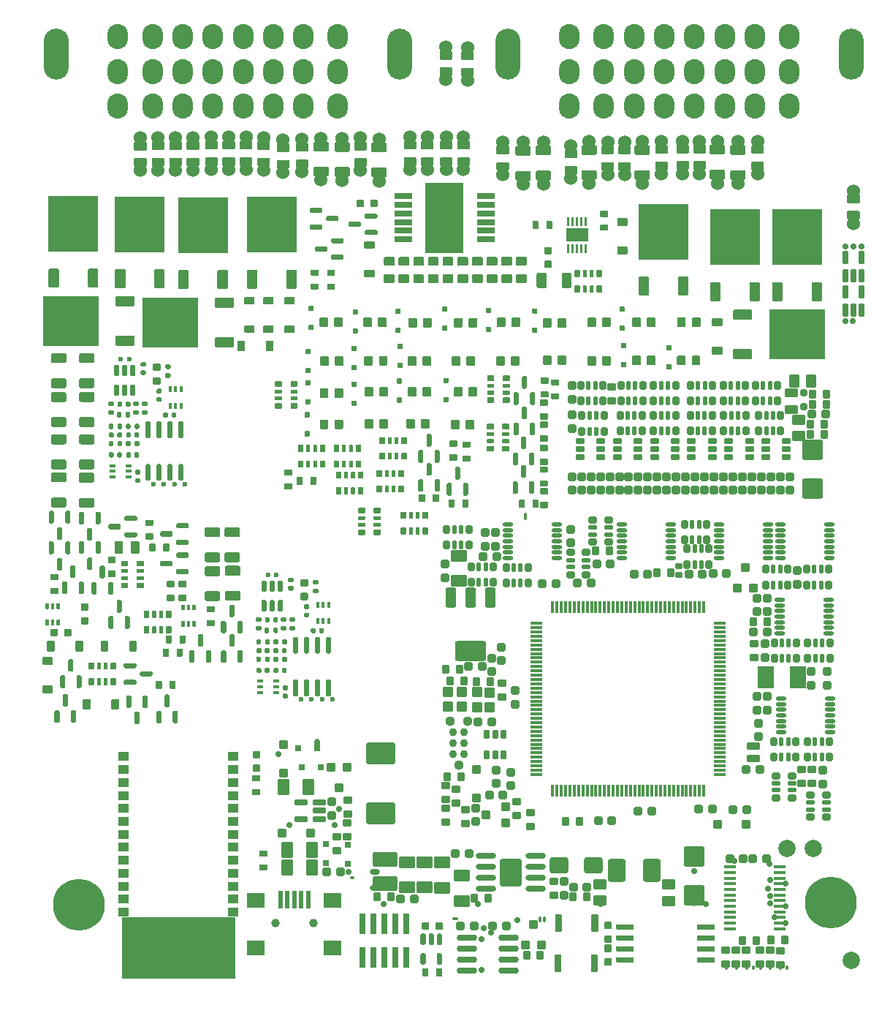
<source format=gts>
G75*
G70*
%OFA0B0*%
%FSLAX25Y25*%
%IPPOS*%
%LPD*%
%AMOC8*
5,1,8,0,0,1.08239X$1,22.5*
%
%AMM127*
21,1,0.076380,0.036220,-0.000000,0.000000,90.000000*
21,1,0.061810,0.050790,-0.000000,0.000000,90.000000*
1,1,0.014570,0.018110,0.030910*
1,1,0.014570,0.018110,-0.030910*
1,1,0.014570,-0.018110,-0.030910*
1,1,0.014570,-0.018110,0.030910*
%
%AMM128*
21,1,0.038980,0.026770,-0.000000,0.000000,270.000000*
21,1,0.026770,0.038980,-0.000000,0.000000,270.000000*
1,1,0.012210,-0.013390,-0.013390*
1,1,0.012210,-0.013390,0.013390*
1,1,0.012210,0.013390,0.013390*
1,1,0.012210,0.013390,-0.013390*
%
%AMM129*
21,1,0.040950,0.030320,-0.000000,0.000000,180.000000*
21,1,0.028350,0.042910,-0.000000,0.000000,180.000000*
1,1,0.012600,-0.014170,0.015160*
1,1,0.012600,0.014170,0.015160*
1,1,0.012600,0.014170,-0.015160*
1,1,0.012600,-0.014170,-0.015160*
%
%AMM130*
21,1,0.027170,0.052760,-0.000000,0.000000,90.000000*
21,1,0.017320,0.062600,-0.000000,0.000000,90.000000*
1,1,0.009840,0.026380,0.008660*
1,1,0.009840,0.026380,-0.008660*
1,1,0.009840,-0.026380,-0.008660*
1,1,0.009840,-0.026380,0.008660*
%
%AMM131*
21,1,0.100000,0.111020,-0.000000,0.000000,270.000000*
21,1,0.075590,0.135430,-0.000000,0.000000,270.000000*
1,1,0.024410,-0.055510,-0.037800*
1,1,0.024410,-0.055510,0.037800*
1,1,0.024410,0.055510,0.037800*
1,1,0.024410,0.055510,-0.037800*
%
%AMM132*
21,1,0.029130,0.018900,-0.000000,0.000000,0.000000*
21,1,0.018900,0.029130,-0.000000,0.000000,0.000000*
1,1,0.010240,0.009450,-0.009450*
1,1,0.010240,-0.009450,-0.009450*
1,1,0.010240,-0.009450,0.009450*
1,1,0.010240,0.009450,0.009450*
%
%AMM133*
21,1,0.041340,0.026770,-0.000000,0.000000,90.000000*
21,1,0.029130,0.038980,-0.000000,0.000000,90.000000*
1,1,0.012210,0.013390,0.014570*
1,1,0.012210,0.013390,-0.014570*
1,1,0.012210,-0.013390,-0.014570*
1,1,0.012210,-0.013390,0.014570*
%
%AMM134*
21,1,0.029130,0.018900,-0.000000,0.000000,270.000000*
21,1,0.018900,0.029130,-0.000000,0.000000,270.000000*
1,1,0.010240,-0.009450,-0.009450*
1,1,0.010240,-0.009450,0.009450*
1,1,0.010240,0.009450,0.009450*
1,1,0.010240,0.009450,-0.009450*
%
%AMM135*
21,1,0.033070,0.030710,-0.000000,0.000000,90.000000*
21,1,0.022050,0.041730,-0.000000,0.000000,90.000000*
1,1,0.011020,0.015350,0.011020*
1,1,0.011020,0.015350,-0.011020*
1,1,0.011020,-0.015350,-0.011020*
1,1,0.011020,-0.015350,0.011020*
%
%AMM136*
21,1,0.038980,0.026770,-0.000000,0.000000,180.000000*
21,1,0.026770,0.038980,-0.000000,0.000000,180.000000*
1,1,0.012210,-0.013390,0.013390*
1,1,0.012210,0.013390,0.013390*
1,1,0.012210,0.013390,-0.013390*
1,1,0.012210,-0.013390,-0.013390*
%
%AMM137*
21,1,0.041340,0.026770,-0.000000,0.000000,180.000000*
21,1,0.029130,0.038980,-0.000000,0.000000,180.000000*
1,1,0.012210,-0.014570,0.013390*
1,1,0.012210,0.014570,0.013390*
1,1,0.012210,0.014570,-0.013390*
1,1,0.012210,-0.014570,-0.013390*
%
%AMM169*
21,1,0.044880,0.049210,-0.000000,-0.000000,270.000000*
21,1,0.031500,0.062600,-0.000000,-0.000000,270.000000*
1,1,0.013390,-0.024610,-0.015750*
1,1,0.013390,-0.024610,0.015750*
1,1,0.013390,0.024610,0.015750*
1,1,0.013390,0.024610,-0.015750*
%
%AMM170*
21,1,0.111810,0.050390,-0.000000,-0.000000,180.000000*
21,1,0.093700,0.068500,-0.000000,-0.000000,180.000000*
1,1,0.018110,-0.046850,0.025200*
1,1,0.018110,0.046850,0.025200*
1,1,0.018110,0.046850,-0.025200*
1,1,0.018110,-0.046850,-0.025200*
%
%AMM171*
21,1,0.080320,0.083460,-0.000000,-0.000000,0.000000*
21,1,0.059840,0.103940,-0.000000,-0.000000,0.000000*
1,1,0.020470,0.029920,-0.041730*
1,1,0.020470,-0.029920,-0.041730*
1,1,0.020470,-0.029920,0.041730*
1,1,0.020470,0.029920,0.041730*
%
%AMM172*
21,1,0.033070,0.030710,-0.000000,-0.000000,0.000000*
21,1,0.022050,0.041730,-0.000000,-0.000000,0.000000*
1,1,0.011020,0.011020,-0.015350*
1,1,0.011020,-0.011020,-0.015350*
1,1,0.011020,-0.011020,0.015350*
1,1,0.011020,0.011020,0.015350*
%
%AMM173*
21,1,0.038980,0.026770,-0.000000,-0.000000,0.000000*
21,1,0.026770,0.038980,-0.000000,-0.000000,0.000000*
1,1,0.012210,0.013390,-0.013390*
1,1,0.012210,-0.013390,-0.013390*
1,1,0.012210,-0.013390,0.013390*
1,1,0.012210,0.013390,0.013390*
%
%AMM174*
21,1,0.038980,0.026770,-0.000000,-0.000000,90.000000*
21,1,0.026770,0.038980,-0.000000,-0.000000,90.000000*
1,1,0.012210,0.013390,0.013390*
1,1,0.012210,0.013390,-0.013390*
1,1,0.012210,-0.013390,-0.013390*
1,1,0.012210,-0.013390,0.013390*
%
%AMM175*
21,1,0.127560,0.075590,-0.000000,-0.000000,90.000000*
21,1,0.103150,0.100000,-0.000000,-0.000000,90.000000*
1,1,0.024410,0.037800,0.051580*
1,1,0.024410,0.037800,-0.051580*
1,1,0.024410,-0.037800,-0.051580*
1,1,0.024410,-0.037800,0.051580*
%
%AMM176*
21,1,0.084250,0.053540,-0.000000,-0.000000,0.000000*
21,1,0.065350,0.072440,-0.000000,-0.000000,0.000000*
1,1,0.018900,0.032680,-0.026770*
1,1,0.018900,-0.032680,-0.026770*
1,1,0.018900,-0.032680,0.026770*
1,1,0.018900,0.032680,0.026770*
%
%AMM177*
21,1,0.076380,0.036220,-0.000000,-0.000000,0.000000*
21,1,0.061810,0.050790,-0.000000,-0.000000,0.000000*
1,1,0.014570,0.030910,-0.018110*
1,1,0.014570,-0.030910,-0.018110*
1,1,0.014570,-0.030910,0.018110*
1,1,0.014570,0.030910,0.018110*
%
%AMM178*
21,1,0.092130,0.073230,-0.000000,-0.000000,270.000000*
21,1,0.069290,0.096060,-0.000000,-0.000000,270.000000*
1,1,0.022840,-0.036610,-0.034650*
1,1,0.022840,-0.036610,0.034650*
1,1,0.022840,0.036610,0.034650*
1,1,0.022840,0.036610,-0.034650*
%
%AMM179*
21,1,0.033070,0.030710,-0.000000,-0.000000,270.000000*
21,1,0.022050,0.041730,-0.000000,-0.000000,270.000000*
1,1,0.011020,-0.015350,-0.011020*
1,1,0.011020,-0.015350,0.011020*
1,1,0.011020,0.015350,0.011020*
1,1,0.011020,0.015350,-0.011020*
%
%AMM209*
21,1,0.040950,0.050000,-0.000000,-0.000000,90.000000*
21,1,0.028350,0.062600,-0.000000,-0.000000,90.000000*
1,1,0.012600,0.025000,0.014170*
1,1,0.012600,0.025000,-0.014170*
1,1,0.012600,-0.025000,-0.014170*
1,1,0.012600,-0.025000,0.014170*
%
%AMM21*
21,1,0.033070,0.030710,0.000000,0.000000,0.000000*
21,1,0.022050,0.041730,0.000000,0.000000,0.000000*
1,1,0.011020,0.011020,-0.015350*
1,1,0.011020,-0.011020,-0.015350*
1,1,0.011020,-0.011020,0.015350*
1,1,0.011020,0.011020,0.015350*
%
%AMM210*
21,1,0.092130,0.073230,-0.000000,-0.000000,90.000000*
21,1,0.069290,0.096060,-0.000000,-0.000000,90.000000*
1,1,0.022840,0.036610,0.034650*
1,1,0.022840,0.036610,-0.034650*
1,1,0.022840,-0.036610,-0.034650*
1,1,0.022840,-0.036610,0.034650*
%
%AMM211*
21,1,0.044880,0.049210,-0.000000,-0.000000,0.000000*
21,1,0.031500,0.062600,-0.000000,-0.000000,0.000000*
1,1,0.013390,0.015750,-0.024610*
1,1,0.013390,-0.015750,-0.024610*
1,1,0.013390,-0.015750,0.024610*
1,1,0.013390,0.015750,0.024610*
%
%AMM212*
21,1,0.029130,0.030710,-0.000000,-0.000000,270.000000*
21,1,0.018900,0.040950,-0.000000,-0.000000,270.000000*
1,1,0.010240,-0.015350,-0.009450*
1,1,0.010240,-0.015350,0.009450*
1,1,0.010240,0.015350,0.009450*
1,1,0.010240,0.015350,-0.009450*
%
%AMM213*
21,1,0.031100,0.026380,-0.000000,-0.000000,180.000000*
21,1,0.020470,0.037010,-0.000000,-0.000000,180.000000*
1,1,0.010630,-0.010240,0.013190*
1,1,0.010630,0.010240,0.013190*
1,1,0.010630,0.010240,-0.013190*
1,1,0.010630,-0.010240,-0.013190*
%
%AMM214*
21,1,0.023230,0.027950,-0.000000,-0.000000,180.000000*
21,1,0.014170,0.037010,-0.000000,-0.000000,180.000000*
1,1,0.009060,-0.007090,0.013980*
1,1,0.009060,0.007090,0.013980*
1,1,0.009060,0.007090,-0.013980*
1,1,0.009060,-0.007090,-0.013980*
%
%AMM215*
21,1,0.033070,0.030710,-0.000000,-0.000000,180.000000*
21,1,0.022050,0.041730,-0.000000,-0.000000,180.000000*
1,1,0.011020,-0.011020,0.015350*
1,1,0.011020,0.011020,0.015350*
1,1,0.011020,0.011020,-0.015350*
1,1,0.011020,-0.011020,-0.015350*
%
%AMM290*
21,1,0.076380,0.036220,-0.000000,-0.000000,180.000000*
21,1,0.061810,0.050790,-0.000000,-0.000000,180.000000*
1,1,0.014570,-0.030910,0.018110*
1,1,0.014570,0.030910,0.018110*
1,1,0.014570,0.030910,-0.018110*
1,1,0.014570,-0.030910,-0.018110*
%
%AMM291*
21,1,0.033070,0.030710,-0.000000,-0.000000,90.000000*
21,1,0.022050,0.041730,-0.000000,-0.000000,90.000000*
1,1,0.011020,0.015350,0.011020*
1,1,0.011020,0.015350,-0.011020*
1,1,0.011020,-0.015350,-0.011020*
1,1,0.011020,-0.015350,0.011020*
%
%AMM292*
21,1,0.038980,0.026770,-0.000000,-0.000000,270.000000*
21,1,0.026770,0.038980,-0.000000,-0.000000,270.000000*
1,1,0.012210,-0.013390,-0.013390*
1,1,0.012210,-0.013390,0.013390*
1,1,0.012210,0.013390,0.013390*
1,1,0.012210,0.013390,-0.013390*
%
%AMM293*
21,1,0.015350,0.017720,-0.000000,-0.000000,0.000000*
21,1,0.000000,0.033070,-0.000000,-0.000000,0.000000*
1,1,0.015350,-0.000000,-0.008860*
1,1,0.015350,-0.000000,-0.008860*
1,1,0.015350,-0.000000,0.008860*
1,1,0.015350,-0.000000,0.008860*
%
%AMM294*
21,1,0.029130,0.030710,-0.000000,-0.000000,0.000000*
21,1,0.018900,0.040950,-0.000000,-0.000000,0.000000*
1,1,0.010240,0.009450,-0.015350*
1,1,0.010240,-0.009450,-0.015350*
1,1,0.010240,-0.009450,0.015350*
1,1,0.010240,0.009450,0.015350*
%
%AMM295*
21,1,0.033070,0.018900,-0.000000,-0.000000,0.000000*
21,1,0.022840,0.029130,-0.000000,-0.000000,0.000000*
1,1,0.010240,0.011420,-0.009450*
1,1,0.010240,-0.011420,-0.009450*
1,1,0.010240,-0.011420,0.009450*
1,1,0.010240,0.011420,0.009450*
%
%AMM296*
21,1,0.143310,0.067720,-0.000000,-0.000000,180.000000*
21,1,0.120870,0.090160,-0.000000,-0.000000,180.000000*
1,1,0.022440,-0.060430,0.033860*
1,1,0.022440,0.060430,0.033860*
1,1,0.022440,0.060430,-0.033860*
1,1,0.022440,-0.060430,-0.033860*
%
%AMM297*
21,1,0.048820,0.075980,-0.000000,-0.000000,180.000000*
21,1,0.034650,0.090160,-0.000000,-0.000000,180.000000*
1,1,0.014170,-0.017320,0.037990*
1,1,0.014170,0.017320,0.037990*
1,1,0.014170,0.017320,-0.037990*
1,1,0.014170,-0.017320,-0.037990*
%
%AMM298*
21,1,0.048820,0.075990,-0.000000,-0.000000,180.000000*
21,1,0.034650,0.090160,-0.000000,-0.000000,180.000000*
1,1,0.014170,-0.017320,0.037990*
1,1,0.014170,0.017320,0.037990*
1,1,0.014170,0.017320,-0.037990*
1,1,0.014170,-0.017320,-0.037990*
%
%AMM299*
21,1,0.044880,0.035430,-0.000000,-0.000000,90.000000*
21,1,0.031500,0.048820,-0.000000,-0.000000,90.000000*
1,1,0.013390,0.017720,0.015750*
1,1,0.013390,0.017720,-0.015750*
1,1,0.013390,-0.017720,-0.015750*
1,1,0.013390,-0.017720,0.015750*
%
%AMM300*
21,1,0.040950,0.030320,-0.000000,-0.000000,90.000000*
21,1,0.028350,0.042910,-0.000000,-0.000000,90.000000*
1,1,0.012600,0.015160,0.014170*
1,1,0.012600,0.015160,-0.014170*
1,1,0.012600,-0.015160,-0.014170*
1,1,0.012600,-0.015160,0.014170*
%
%AMM301*
21,1,0.041340,0.026770,-0.000000,-0.000000,90.000000*
21,1,0.029130,0.038980,-0.000000,-0.000000,90.000000*
1,1,0.012210,0.013390,0.014570*
1,1,0.012210,0.013390,-0.014570*
1,1,0.012210,-0.013390,-0.014570*
1,1,0.012210,-0.013390,0.014570*
%
%AMM302*
21,1,0.040950,0.030320,-0.000000,-0.000000,0.000000*
21,1,0.028350,0.042910,-0.000000,-0.000000,0.000000*
1,1,0.012600,0.014170,-0.015160*
1,1,0.012600,-0.014170,-0.015160*
1,1,0.012600,-0.014170,0.015160*
1,1,0.012600,0.014170,0.015160*
%
%AMM303*
21,1,0.031100,0.026380,-0.000000,-0.000000,90.000000*
21,1,0.020470,0.037010,-0.000000,-0.000000,90.000000*
1,1,0.010630,0.013190,0.010240*
1,1,0.010630,0.013190,-0.010240*
1,1,0.010630,-0.013190,-0.010240*
1,1,0.010630,-0.013190,0.010240*
%
%AMM304*
21,1,0.023230,0.027950,-0.000000,-0.000000,90.000000*
21,1,0.014170,0.037010,-0.000000,-0.000000,90.000000*
1,1,0.009060,0.013980,0.007090*
1,1,0.009060,0.013980,-0.007090*
1,1,0.009060,-0.013980,-0.007090*
1,1,0.009060,-0.013980,0.007090*
%
%AMM305*
21,1,0.033070,0.049610,-0.000000,-0.000000,90.000000*
21,1,0.022050,0.060630,-0.000000,-0.000000,90.000000*
1,1,0.011020,0.024800,0.011020*
1,1,0.011020,0.024800,-0.011020*
1,1,0.011020,-0.024800,-0.011020*
1,1,0.011020,-0.024800,0.011020*
%
%AMM306*
21,1,0.041340,0.026770,-0.000000,-0.000000,0.000000*
21,1,0.029130,0.038980,-0.000000,-0.000000,0.000000*
1,1,0.012210,0.014570,-0.013390*
1,1,0.012210,-0.014570,-0.013390*
1,1,0.012210,-0.014570,0.013390*
1,1,0.012210,0.014570,0.013390*
%
%AMM313*
21,1,0.038980,0.026770,-0.000000,-0.000000,180.000000*
21,1,0.026770,0.038980,-0.000000,-0.000000,180.000000*
1,1,0.012210,-0.013390,0.013390*
1,1,0.012210,0.013390,0.013390*
1,1,0.012210,0.013390,-0.013390*
1,1,0.012210,-0.013390,-0.013390*
%
%AMM315*
21,1,0.027170,0.052760,-0.000000,0.000000,0.000000*
21,1,0.017320,0.062600,-0.000000,0.000000,0.000000*
1,1,0.009840,0.008660,-0.026380*
1,1,0.009840,-0.008660,-0.026380*
1,1,0.009840,-0.008660,0.026380*
1,1,0.009840,0.008660,0.026380*
%
%AMM47*
21,1,0.038980,0.026770,0.000000,0.000000,0.000000*
21,1,0.026770,0.038980,0.000000,0.000000,0.000000*
1,1,0.012210,0.013390,-0.013390*
1,1,0.012210,-0.013390,-0.013390*
1,1,0.012210,-0.013390,0.013390*
1,1,0.012210,0.013390,0.013390*
%
%AMM48*
21,1,0.033070,0.030710,0.000000,0.000000,270.000000*
21,1,0.022050,0.041730,0.000000,0.000000,270.000000*
1,1,0.011020,-0.015350,-0.011020*
1,1,0.011020,-0.015350,0.011020*
1,1,0.011020,0.015350,0.011020*
1,1,0.011020,0.015350,-0.011020*
%
%ADD10C,0.02362*%
%ADD112O,0.04488X0.02520*%
%ADD118M21*%
%ADD121C,0.02913*%
%ADD141O,0.09213X0.02520*%
%ADD147O,0.02520X0.04488*%
%ADD148R,0.02559X0.01575*%
%ADD15O,0.00787X0.01575*%
%ADD154R,0.01575X0.02559*%
%ADD16C,0.06000*%
%ADD161O,0.01339X0.02126*%
%ADD162O,0.05512X0.01535*%
%ADD163M47*%
%ADD164M48*%
%ADD17C,0.23622*%
%ADD177C,0.03701*%
%ADD18C,0.07874*%
%ADD19R,0.22835X0.25197*%
%ADD219O,0.05669X0.01417*%
%ADD22R,0.01969X0.07874*%
%ADD220O,0.01417X0.05669*%
%ADD225O,0.04882X0.01732*%
%ADD228R,0.07244X0.10000*%
%ADD23R,0.07874X0.06693*%
%ADD233C,0.03651*%
%ADD236C,0.04451*%
%ADD24R,0.25197X0.22835*%
%ADD244O,0.02520X0.01535*%
%ADD245O,0.01535X0.02520*%
%ADD246O,0.09213X0.02913*%
%ADD25R,0.07874X0.02559*%
%ADD26R,0.17717X0.31890*%
%ADD272M127*%
%ADD273M128*%
%ADD274M129*%
%ADD275M130*%
%ADD276O,0.02520X0.01339*%
%ADD277M131*%
%ADD278M132*%
%ADD279M133*%
%ADD280M134*%
%ADD281M135*%
%ADD282M136*%
%ADD283M137*%
%ADD29O,0.01969X0.00984*%
%ADD32O,0.00984X0.01969*%
%ADD323M169*%
%ADD324M170*%
%ADD325M171*%
%ADD326M172*%
%ADD327M173*%
%ADD328M174*%
%ADD329M175*%
%ADD33O,0.01969X0.03937*%
%ADD330M176*%
%ADD331M177*%
%ADD332M178*%
%ADD333M179*%
%ADD363M209*%
%ADD364M210*%
%ADD365M211*%
%ADD366M212*%
%ADD367M213*%
%ADD368M214*%
%ADD369M215*%
%ADD39O,0.01969X0.00787*%
%ADD448M290*%
%ADD449M291*%
%ADD450M292*%
%ADD451M293*%
%ADD452M294*%
%ADD453M295*%
%ADD454M296*%
%ADD455M297*%
%ADD456M298*%
%ADD457M299*%
%ADD458M300*%
%ADD459M301*%
%ADD46R,0.10236X0.05906*%
%ADD460M302*%
%ADD461M303*%
%ADD462M304*%
%ADD463M305*%
%ADD464M306*%
%ADD47R,0.05118X0.03937*%
%ADD477M313*%
%ADD480M315*%
%ADD51O,0.03937X0.01969*%
%ADD55R,0.02913X0.09449*%
%ADD56C,0.03937*%
%ADD67C,0.00472*%
%ADD68O,0.11417X0.23228*%
%ADD69O,0.09449X0.11417*%
X0000000Y0000000D02*
%LPD*%
G01*
G36*
X0089961Y0000787D02*
G01*
X0038780Y0000787D01*
X0038780Y0028346D01*
X0089961Y0028346D01*
X0089961Y0000787D01*
G37*
D67*
X0089961Y0000787D02*
X0038780Y0000787D01*
X0038780Y0028346D01*
X0089961Y0028346D01*
X0089961Y0000787D01*
D10*
X0368583Y0299803D03*
X0372126Y0299803D03*
X0376063Y0334055D03*
X0372323Y0334055D03*
X0368583Y0334055D03*
D15*
X0342145Y0005415D03*
X0339153Y0005415D03*
X0334527Y0005415D03*
X0329901Y0005415D03*
X0326594Y0005415D03*
X0323641Y0005415D03*
X0319015Y0005415D03*
X0314389Y0005415D03*
D10*
X0334232Y0045177D03*
X0341456Y0043504D03*
X0333385Y0041339D03*
X0334232Y0037894D03*
X0334527Y0034547D03*
X0341456Y0033268D03*
X0336299Y0028150D03*
X0341456Y0025591D03*
X0318129Y0053839D03*
X0334173Y0052657D03*
G36*
G01*
X0098858Y0294508D02*
X0094843Y0294508D01*
G75*
G02*
X0094488Y0294862I0000000J0000354D01*
G01*
X0094488Y0297697D01*
G75*
G02*
X0094843Y0298051I0000354J0000000D01*
G01*
X0098858Y0298051D01*
G75*
G02*
X0099213Y0297697I0000000J-000354D01*
G01*
X0099213Y0294862D01*
G75*
G02*
X0098858Y0294508I-000354J0000000D01*
G01*
G37*
G36*
G01*
X0098858Y0307500D02*
X0094843Y0307500D01*
G75*
G02*
X0094488Y0307854I0000000J0000354D01*
G01*
X0094488Y0310689D01*
G75*
G02*
X0094843Y0311043I0000354J0000000D01*
G01*
X0098858Y0311043D01*
G75*
G02*
X0099213Y0310689I0000000J-000354D01*
G01*
X0099213Y0307854D01*
G75*
G02*
X0098858Y0307500I-000354J0000000D01*
G01*
G37*
G36*
G01*
X0304626Y0368898D02*
X0299705Y0368898D01*
G75*
G02*
X0299311Y0369291I0000000J0000394D01*
G01*
X0299311Y0372441D01*
G75*
G02*
X0299705Y0372835I0000394J0000000D01*
G01*
X0304626Y0372835D01*
G75*
G02*
X0305020Y0372441I0000000J-000394D01*
G01*
X0305020Y0369291D01*
G75*
G02*
X0304626Y0368898I-000394J0000000D01*
G01*
G37*
D16*
X0302165Y0367106D03*
G36*
G01*
X0304626Y0376378D02*
X0299705Y0376378D01*
G75*
G02*
X0299311Y0376772I0000000J0000394D01*
G01*
X0299311Y0379921D01*
G75*
G02*
X0299705Y0380315I0000394J0000000D01*
G01*
X0304626Y0380315D01*
G75*
G02*
X0305020Y0379921I0000000J-000394D01*
G01*
X0305020Y0376772D01*
G75*
G02*
X0304626Y0376378I-000394J0000000D01*
G01*
G37*
X0302165Y0382106D03*
G36*
G01*
X0261772Y0016634D02*
X0259094Y0016634D01*
G75*
G02*
X0258760Y0016968I0000000J0000335D01*
G01*
X0258760Y0019646D01*
G75*
G02*
X0259094Y0019980I0000335J0000000D01*
G01*
X0261772Y0019980D01*
G75*
G02*
X0262106Y0019646I0000000J-000335D01*
G01*
X0262106Y0016968D01*
G75*
G02*
X0261772Y0016634I-000335J0000000D01*
G01*
G37*
G36*
G01*
X0261772Y0022854D02*
X0259094Y0022854D01*
G75*
G02*
X0258760Y0023189I0000000J0000335D01*
G01*
X0258760Y0025866D01*
G75*
G02*
X0259094Y0026201I0000335J0000000D01*
G01*
X0261772Y0026201D01*
G75*
G02*
X0262106Y0025866I0000000J-000335D01*
G01*
X0262106Y0023189D01*
G75*
G02*
X0261772Y0022854I-000335J0000000D01*
G01*
G37*
G36*
G01*
X0049646Y0209449D02*
X0052717Y0209449D01*
G75*
G02*
X0052992Y0209173I0000000J-000276D01*
G01*
X0052992Y0206969D01*
G75*
G02*
X0052717Y0206693I-000276J0000000D01*
G01*
X0049646Y0206693D01*
G75*
G02*
X0049370Y0206969I0000000J0000276D01*
G01*
X0049370Y0209173D01*
G75*
G02*
X0049646Y0209449I0000276J0000000D01*
G01*
G37*
G36*
G01*
X0049646Y0203150D02*
X0052717Y0203150D01*
G75*
G02*
X0052992Y0202874I0000000J-000276D01*
G01*
X0052992Y0200669D01*
G75*
G02*
X0052717Y0200394I-000276J0000000D01*
G01*
X0049646Y0200394D01*
G75*
G02*
X0049370Y0200669I0000000J0000276D01*
G01*
X0049370Y0202874D01*
G75*
G02*
X0049646Y0203150I0000276J0000000D01*
G01*
G37*
G36*
G01*
X0101614Y0058661D02*
X0104685Y0058661D01*
G75*
G02*
X0104961Y0058386I0000000J-000276D01*
G01*
X0104961Y0056181D01*
G75*
G02*
X0104685Y0055906I-000276J0000000D01*
G01*
X0101614Y0055906D01*
G75*
G02*
X0101339Y0056181I0000000J0000276D01*
G01*
X0101339Y0058386D01*
G75*
G02*
X0101614Y0058661I0000276J0000000D01*
G01*
G37*
G36*
G01*
X0101614Y0052362D02*
X0104685Y0052362D01*
G75*
G02*
X0104961Y0052087I0000000J-000276D01*
G01*
X0104961Y0049882D01*
G75*
G02*
X0104685Y0049606I-000276J0000000D01*
G01*
X0101614Y0049606D01*
G75*
G02*
X0101339Y0049882I0000000J0000276D01*
G01*
X0101339Y0052087D01*
G75*
G02*
X0101614Y0052362I0000276J0000000D01*
G01*
G37*
G36*
G01*
X0136220Y0221319D02*
X0136220Y0223957D01*
G75*
G02*
X0136476Y0224213I0000256J0000000D01*
G01*
X0138524Y0224213D01*
G75*
G02*
X0138780Y0223957I0000000J-000256D01*
G01*
X0138780Y0221319D01*
G75*
G02*
X0138524Y0221063I-000256J0000000D01*
G01*
X0136476Y0221063D01*
G75*
G02*
X0136220Y0221319I0000000J0000256D01*
G01*
G37*
G36*
G01*
X0140059Y0221240D02*
X0140059Y0224035D01*
G75*
G02*
X0140236Y0224213I0000177J0000000D01*
G01*
X0141654Y0224213D01*
G75*
G02*
X0141831Y0224035I0000000J-000177D01*
G01*
X0141831Y0221240D01*
G75*
G02*
X0141654Y0221063I-000177J0000000D01*
G01*
X0140236Y0221063D01*
G75*
G02*
X0140059Y0221240I0000000J0000177D01*
G01*
G37*
G36*
G01*
X0143209Y0221240D02*
X0143209Y0224035D01*
G75*
G02*
X0143386Y0224213I0000177J0000000D01*
G01*
X0144803Y0224213D01*
G75*
G02*
X0144980Y0224035I0000000J-000177D01*
G01*
X0144980Y0221240D01*
G75*
G02*
X0144803Y0221063I-000177J0000000D01*
G01*
X0143386Y0221063D01*
G75*
G02*
X0143209Y0221240I0000000J0000177D01*
G01*
G37*
G36*
G01*
X0146260Y0221319D02*
X0146260Y0223957D01*
G75*
G02*
X0146516Y0224213I0000256J0000000D01*
G01*
X0148563Y0224213D01*
G75*
G02*
X0148819Y0223957I0000000J-000256D01*
G01*
X0148819Y0221319D01*
G75*
G02*
X0148563Y0221063I-000256J0000000D01*
G01*
X0146516Y0221063D01*
G75*
G02*
X0146260Y0221319I0000000J0000256D01*
G01*
G37*
G36*
G01*
X0146260Y0228406D02*
X0146260Y0231043D01*
G75*
G02*
X0146516Y0231299I0000256J0000000D01*
G01*
X0148563Y0231299D01*
G75*
G02*
X0148819Y0231043I0000000J-000256D01*
G01*
X0148819Y0228406D01*
G75*
G02*
X0148563Y0228150I-000256J0000000D01*
G01*
X0146516Y0228150D01*
G75*
G02*
X0146260Y0228406I0000000J0000256D01*
G01*
G37*
G36*
G01*
X0143209Y0228327D02*
X0143209Y0231122D01*
G75*
G02*
X0143386Y0231299I0000177J0000000D01*
G01*
X0144803Y0231299D01*
G75*
G02*
X0144980Y0231122I0000000J-000177D01*
G01*
X0144980Y0228327D01*
G75*
G02*
X0144803Y0228150I-000177J0000000D01*
G01*
X0143386Y0228150D01*
G75*
G02*
X0143209Y0228327I0000000J0000177D01*
G01*
G37*
G36*
G01*
X0140059Y0228327D02*
X0140059Y0231122D01*
G75*
G02*
X0140236Y0231299I0000177J0000000D01*
G01*
X0141654Y0231299D01*
G75*
G02*
X0141831Y0231122I0000000J-000177D01*
G01*
X0141831Y0228327D01*
G75*
G02*
X0141654Y0228150I-000177J0000000D01*
G01*
X0140236Y0228150D01*
G75*
G02*
X0140059Y0228327I0000000J0000177D01*
G01*
G37*
G36*
G01*
X0136220Y0228406D02*
X0136220Y0231043D01*
G75*
G02*
X0136476Y0231299I0000256J0000000D01*
G01*
X0138524Y0231299D01*
G75*
G02*
X0138780Y0231043I0000000J-000256D01*
G01*
X0138780Y0228406D01*
G75*
G02*
X0138524Y0228150I-000256J0000000D01*
G01*
X0136476Y0228150D01*
G75*
G02*
X0136220Y0228406I0000000J0000256D01*
G01*
G37*
G36*
G01*
X0199409Y0254528D02*
X0199409Y0250984D01*
G75*
G02*
X0199016Y0250591I-000394J0000000D01*
G01*
X0195866Y0250591D01*
G75*
G02*
X0195472Y0250984I0000000J0000394D01*
G01*
X0195472Y0254528D01*
G75*
G02*
X0195866Y0254921I0000394J0000000D01*
G01*
X0199016Y0254921D01*
G75*
G02*
X0199409Y0254528I0000000J-000394D01*
G01*
G37*
G36*
G01*
X0192717Y0254528D02*
X0192717Y0250984D01*
G75*
G02*
X0192323Y0250591I-000394J0000000D01*
G01*
X0189173Y0250591D01*
G75*
G02*
X0188780Y0250984I0000000J0000394D01*
G01*
X0188780Y0254528D01*
G75*
G02*
X0189173Y0254921I0000394J0000000D01*
G01*
X0192323Y0254921D01*
G75*
G02*
X0192717Y0254528I0000000J-000394D01*
G01*
G37*
G36*
G01*
X0215295Y0262598D02*
X0212657Y0262598D01*
G75*
G02*
X0212402Y0262854I0000000J0000256D01*
G01*
X0212402Y0264902D01*
G75*
G02*
X0212657Y0265157I0000256J0000000D01*
G01*
X0215295Y0265157D01*
G75*
G02*
X0215551Y0264902I0000000J-000256D01*
G01*
X0215551Y0262854D01*
G75*
G02*
X0215295Y0262598I-000256J0000000D01*
G01*
G37*
G36*
G01*
X0215374Y0266437D02*
X0212579Y0266437D01*
G75*
G02*
X0212402Y0266614I0000000J0000177D01*
G01*
X0212402Y0268031D01*
G75*
G02*
X0212579Y0268209I0000177J0000000D01*
G01*
X0215374Y0268209D01*
G75*
G02*
X0215551Y0268031I0000000J-000177D01*
G01*
X0215551Y0266614D01*
G75*
G02*
X0215374Y0266437I-000177J0000000D01*
G01*
G37*
G36*
G01*
X0215374Y0269587D02*
X0212579Y0269587D01*
G75*
G02*
X0212402Y0269764I0000000J0000177D01*
G01*
X0212402Y0271181D01*
G75*
G02*
X0212579Y0271358I0000177J0000000D01*
G01*
X0215374Y0271358D01*
G75*
G02*
X0215551Y0271181I0000000J-000177D01*
G01*
X0215551Y0269764D01*
G75*
G02*
X0215374Y0269587I-000177J0000000D01*
G01*
G37*
G36*
G01*
X0215295Y0272638D02*
X0212657Y0272638D01*
G75*
G02*
X0212402Y0272894I0000000J0000256D01*
G01*
X0212402Y0274941D01*
G75*
G02*
X0212657Y0275197I0000256J0000000D01*
G01*
X0215295Y0275197D01*
G75*
G02*
X0215551Y0274941I0000000J-000256D01*
G01*
X0215551Y0272894D01*
G75*
G02*
X0215295Y0272638I-000256J0000000D01*
G01*
G37*
G36*
G01*
X0208209Y0272638D02*
X0205571Y0272638D01*
G75*
G02*
X0205315Y0272894I0000000J0000256D01*
G01*
X0205315Y0274941D01*
G75*
G02*
X0205571Y0275197I0000256J0000000D01*
G01*
X0208209Y0275197D01*
G75*
G02*
X0208465Y0274941I0000000J-000256D01*
G01*
X0208465Y0272894D01*
G75*
G02*
X0208209Y0272638I-000256J0000000D01*
G01*
G37*
G36*
G01*
X0208287Y0269587D02*
X0205492Y0269587D01*
G75*
G02*
X0205315Y0269764I0000000J0000177D01*
G01*
X0205315Y0271181D01*
G75*
G02*
X0205492Y0271358I0000177J0000000D01*
G01*
X0208287Y0271358D01*
G75*
G02*
X0208465Y0271181I0000000J-000177D01*
G01*
X0208465Y0269764D01*
G75*
G02*
X0208287Y0269587I-000177J0000000D01*
G01*
G37*
G36*
G01*
X0208287Y0266437D02*
X0205492Y0266437D01*
G75*
G02*
X0205315Y0266614I0000000J0000177D01*
G01*
X0205315Y0268031D01*
G75*
G02*
X0205492Y0268209I0000177J0000000D01*
G01*
X0208287Y0268209D01*
G75*
G02*
X0208465Y0268031I0000000J-000177D01*
G01*
X0208465Y0266614D01*
G75*
G02*
X0208287Y0266437I-000177J0000000D01*
G01*
G37*
G36*
G01*
X0208209Y0262598D02*
X0205571Y0262598D01*
G75*
G02*
X0205315Y0262854I0000000J0000256D01*
G01*
X0205315Y0264902D01*
G75*
G02*
X0205571Y0265157I0000256J0000000D01*
G01*
X0208209Y0265157D01*
G75*
G02*
X0208465Y0264902I0000000J-000256D01*
G01*
X0208465Y0262854D01*
G75*
G02*
X0208209Y0262598I-000256J0000000D01*
G01*
G37*
G36*
G01*
X0265551Y0295715D02*
X0265551Y0297604D01*
G75*
G02*
X0265787Y0297841I0000236J0000000D01*
G01*
X0267677Y0297841D01*
G75*
G02*
X0267913Y0297604I0000000J-000236D01*
G01*
X0267913Y0295715D01*
G75*
G02*
X0267677Y0295478I-000236J0000000D01*
G01*
X0265787Y0295478D01*
G75*
G02*
X0265551Y0295715I0000000J0000236D01*
G01*
G37*
G36*
G01*
X0265551Y0304376D02*
X0265551Y0306266D01*
G75*
G02*
X0265787Y0306502I0000236J0000000D01*
G01*
X0267677Y0306502D01*
G75*
G02*
X0267913Y0306266I0000000J-000236D01*
G01*
X0267913Y0304376D01*
G75*
G02*
X0267677Y0304140I-000236J0000000D01*
G01*
X0265787Y0304140D01*
G75*
G02*
X0265551Y0304376I0000000J0000236D01*
G01*
G37*
G36*
G01*
X0098661Y0104075D02*
X0101339Y0104075D01*
G75*
G02*
X0101673Y0103740I0000000J-000335D01*
G01*
X0101673Y0101063D01*
G75*
G02*
X0101339Y0100728I-000335J0000000D01*
G01*
X0098661Y0100728D01*
G75*
G02*
X0098327Y0101063I0000000J0000335D01*
G01*
X0098327Y0103740D01*
G75*
G02*
X0098661Y0104075I0000335J0000000D01*
G01*
G37*
G36*
G01*
X0098661Y0097854D02*
X0101339Y0097854D01*
G75*
G02*
X0101673Y0097520I0000000J-000335D01*
G01*
X0101673Y0094843D01*
G75*
G02*
X0101339Y0094508I-000335J0000000D01*
G01*
X0098661Y0094508D01*
G75*
G02*
X0098327Y0094843I0000000J0000335D01*
G01*
X0098327Y0097520D01*
G75*
G02*
X0098661Y0097854I0000335J0000000D01*
G01*
G37*
G36*
G01*
X0124606Y0272795D02*
X0124606Y0270906D01*
G75*
G02*
X0124370Y0270669I-000236J0000000D01*
G01*
X0122480Y0270669D01*
G75*
G02*
X0122244Y0270906I0000000J0000236D01*
G01*
X0122244Y0272795D01*
G75*
G02*
X0122480Y0273031I0000236J0000000D01*
G01*
X0124370Y0273031D01*
G75*
G02*
X0124606Y0272795I0000000J-000236D01*
G01*
G37*
G36*
G01*
X0124606Y0264134D02*
X0124606Y0262244D01*
G75*
G02*
X0124370Y0262008I-000236J0000000D01*
G01*
X0122480Y0262008D01*
G75*
G02*
X0122244Y0262244I0000000J0000236D01*
G01*
X0122244Y0264134D01*
G75*
G02*
X0122480Y0264370I0000236J0000000D01*
G01*
X0124370Y0264370D01*
G75*
G02*
X0124606Y0264134I0000000J-000236D01*
G01*
G37*
G36*
G01*
X0229567Y0243504D02*
X0232638Y0243504D01*
G75*
G02*
X0232913Y0243228I0000000J-000276D01*
G01*
X0232913Y0241024D01*
G75*
G02*
X0232638Y0240748I-000276J0000000D01*
G01*
X0229567Y0240748D01*
G75*
G02*
X0229291Y0241024I0000000J0000276D01*
G01*
X0229291Y0243228D01*
G75*
G02*
X0229567Y0243504I0000276J0000000D01*
G01*
G37*
G36*
G01*
X0229567Y0237205D02*
X0232638Y0237205D01*
G75*
G02*
X0232913Y0236929I0000000J-000276D01*
G01*
X0232913Y0234724D01*
G75*
G02*
X0232638Y0234449I-000276J0000000D01*
G01*
X0229567Y0234449D01*
G75*
G02*
X0229291Y0234724I0000000J0000276D01*
G01*
X0229291Y0236929D01*
G75*
G02*
X0229567Y0237205I0000276J0000000D01*
G01*
G37*
G36*
G01*
X0067717Y0156457D02*
X0067717Y0153386D01*
G75*
G02*
X0067441Y0153110I-000276J0000000D01*
G01*
X0065236Y0153110D01*
G75*
G02*
X0064961Y0153386I0000000J0000276D01*
G01*
X0064961Y0156457D01*
G75*
G02*
X0065236Y0156732I0000276J0000000D01*
G01*
X0067441Y0156732D01*
G75*
G02*
X0067717Y0156457I0000000J-000276D01*
G01*
G37*
G36*
G01*
X0061417Y0156457D02*
X0061417Y0153386D01*
G75*
G02*
X0061142Y0153110I-000276J0000000D01*
G01*
X0058937Y0153110D01*
G75*
G02*
X0058661Y0153386I0000000J0000276D01*
G01*
X0058661Y0156457D01*
G75*
G02*
X0058937Y0156732I0000276J0000000D01*
G01*
X0061142Y0156732D01*
G75*
G02*
X0061417Y0156457I0000000J-000276D01*
G01*
G37*
G36*
G01*
X0132520Y0323425D02*
X0135591Y0323425D01*
G75*
G02*
X0135866Y0323150I0000000J-000276D01*
G01*
X0135866Y0320945D01*
G75*
G02*
X0135591Y0320669I-000276J0000000D01*
G01*
X0132520Y0320669D01*
G75*
G02*
X0132244Y0320945I0000000J0000276D01*
G01*
X0132244Y0323150D01*
G75*
G02*
X0132520Y0323425I0000276J0000000D01*
G01*
G37*
G36*
G01*
X0132520Y0317126D02*
X0135591Y0317126D01*
G75*
G02*
X0135866Y0316850I0000000J-000276D01*
G01*
X0135866Y0314646D01*
G75*
G02*
X0135591Y0314370I-000276J0000000D01*
G01*
X0132520Y0314370D01*
G75*
G02*
X0132244Y0314646I0000000J0000276D01*
G01*
X0132244Y0316850D01*
G75*
G02*
X0132520Y0317126I0000276J0000000D01*
G01*
G37*
D17*
X0018909Y0033933D03*
G36*
G01*
X0160039Y0254921D02*
X0160039Y0251378D01*
G75*
G02*
X0159646Y0250984I-000394J0000000D01*
G01*
X0156496Y0250984D01*
G75*
G02*
X0156102Y0251378I0000000J0000394D01*
G01*
X0156102Y0254921D01*
G75*
G02*
X0156496Y0255315I0000394J0000000D01*
G01*
X0159646Y0255315D01*
G75*
G02*
X0160039Y0254921I0000000J-000394D01*
G01*
G37*
G36*
G01*
X0153346Y0254921D02*
X0153346Y0251378D01*
G75*
G02*
X0152953Y0250984I-000394J0000000D01*
G01*
X0149803Y0250984D01*
G75*
G02*
X0149409Y0251378I0000000J0000394D01*
G01*
X0149409Y0254921D01*
G75*
G02*
X0149803Y0255315I0000394J0000000D01*
G01*
X0152953Y0255315D01*
G75*
G02*
X0153346Y0254921I0000000J-000394D01*
G01*
G37*
G36*
G01*
X0175492Y0374606D02*
X0180413Y0374606D01*
G75*
G02*
X0180807Y0374213I0000000J-000394D01*
G01*
X0180807Y0371063D01*
G75*
G02*
X0180413Y0370669I-000394J0000000D01*
G01*
X0175492Y0370669D01*
G75*
G02*
X0175098Y0371063I0000000J0000394D01*
G01*
X0175098Y0374213D01*
G75*
G02*
X0175492Y0374606I0000394J0000000D01*
G01*
G37*
D16*
X0177953Y0368878D03*
G36*
G01*
X0175492Y0382087D02*
X0180413Y0382087D01*
G75*
G02*
X0180807Y0381693I0000000J-000394D01*
G01*
X0180807Y0378543D01*
G75*
G02*
X0180413Y0378150I-000394J0000000D01*
G01*
X0175492Y0378150D01*
G75*
G02*
X0175098Y0378543I0000000J0000394D01*
G01*
X0175098Y0381693D01*
G75*
G02*
X0175492Y0382087I0000394J0000000D01*
G01*
G37*
X0177953Y0383878D03*
X0294488Y0367106D03*
G36*
G01*
X0296949Y0368898D02*
X0292028Y0368898D01*
G75*
G02*
X0291634Y0369291I0000000J0000394D01*
G01*
X0291634Y0372441D01*
G75*
G02*
X0292028Y0372835I0000394J0000000D01*
G01*
X0296949Y0372835D01*
G75*
G02*
X0297343Y0372441I0000000J-000394D01*
G01*
X0297343Y0369291D01*
G75*
G02*
X0296949Y0368898I-000394J0000000D01*
G01*
G37*
X0294488Y0382106D03*
G36*
G01*
X0296949Y0376378D02*
X0292028Y0376378D01*
G75*
G02*
X0291634Y0376772I0000000J0000394D01*
G01*
X0291634Y0379921D01*
G75*
G02*
X0292028Y0380315I0000394J0000000D01*
G01*
X0296949Y0380315D01*
G75*
G02*
X0297343Y0379921I0000000J-000394D01*
G01*
X0297343Y0376772D01*
G75*
G02*
X0296949Y0376378I-000394J0000000D01*
G01*
G37*
G36*
G01*
X0097736Y0370669D02*
X0092815Y0370669D01*
G75*
G02*
X0092421Y0371063I0000000J0000394D01*
G01*
X0092421Y0374213D01*
G75*
G02*
X0092815Y0374606I0000394J0000000D01*
G01*
X0097736Y0374606D01*
G75*
G02*
X0098130Y0374213I0000000J-000394D01*
G01*
X0098130Y0371063D01*
G75*
G02*
X0097736Y0370669I-000394J0000000D01*
G01*
G37*
X0095276Y0368878D03*
X0095276Y0383878D03*
G36*
G01*
X0097736Y0378150D02*
X0092815Y0378150D01*
G75*
G02*
X0092421Y0378543I0000000J0000394D01*
G01*
X0092421Y0381693D01*
G75*
G02*
X0092815Y0382087I0000394J0000000D01*
G01*
X0097736Y0382087D01*
G75*
G02*
X0098130Y0381693I0000000J-000394D01*
G01*
X0098130Y0378543D01*
G75*
G02*
X0097736Y0378150I-000394J0000000D01*
G01*
G37*
G36*
G01*
X0013386Y0236004D02*
X0013386Y0233287D01*
G75*
G02*
X0012480Y0232382I-000906J0000000D01*
G01*
X0007205Y0232382D01*
G75*
G02*
X0006299Y0233287I0000000J0000906D01*
G01*
X0006299Y0236004D01*
G75*
G02*
X0007205Y0236909I0000906J0000000D01*
G01*
X0012480Y0236909D01*
G75*
G02*
X0013386Y0236004I0000000J-000906D01*
G01*
G37*
G36*
G01*
X0013386Y0247421D02*
X0013386Y0244705D01*
G75*
G02*
X0012480Y0243799I-000906J0000000D01*
G01*
X0007205Y0243799D01*
G75*
G02*
X0006299Y0244705I0000000J0000906D01*
G01*
X0006299Y0247421D01*
G75*
G02*
X0007205Y0248327I0000906J0000000D01*
G01*
X0012480Y0248327D01*
G75*
G02*
X0013386Y0247421I0000000J-000906D01*
G01*
G37*
D18*
X0353937Y0059488D03*
G36*
G01*
X0229961Y0274213D02*
X0233031Y0274213D01*
G75*
G02*
X0233307Y0273937I0000000J-000276D01*
G01*
X0233307Y0271732D01*
G75*
G02*
X0233031Y0271457I-000276J0000000D01*
G01*
X0229961Y0271457D01*
G75*
G02*
X0229685Y0271732I0000000J0000276D01*
G01*
X0229685Y0273937D01*
G75*
G02*
X0229961Y0274213I0000276J0000000D01*
G01*
G37*
G36*
G01*
X0229961Y0267913D02*
X0233031Y0267913D01*
G75*
G02*
X0233307Y0267638I0000000J-000276D01*
G01*
X0233307Y0265433D01*
G75*
G02*
X0233031Y0265157I-000276J0000000D01*
G01*
X0229961Y0265157D01*
G75*
G02*
X0229685Y0265433I0000000J0000276D01*
G01*
X0229685Y0267638D01*
G75*
G02*
X0229961Y0267913I0000276J0000000D01*
G01*
G37*
G36*
G01*
X0124311Y0349803D02*
X0124311Y0350984D01*
G75*
G02*
X0124902Y0351575I0000591J0000000D01*
G01*
X0129528Y0351575D01*
G75*
G02*
X0130118Y0350984I0000000J-000591D01*
G01*
X0130118Y0349803D01*
G75*
G02*
X0129528Y0349213I-000591J0000000D01*
G01*
X0124902Y0349213D01*
G75*
G02*
X0124311Y0349803I0000000J0000591D01*
G01*
G37*
G36*
G01*
X0131693Y0346063D02*
X0131693Y0347244D01*
G75*
G02*
X0132283Y0347835I0000591J0000000D01*
G01*
X0136909Y0347835D01*
G75*
G02*
X0137500Y0347244I0000000J-000591D01*
G01*
X0137500Y0346063D01*
G75*
G02*
X0136909Y0345472I-000591J0000000D01*
G01*
X0132283Y0345472D01*
G75*
G02*
X0131693Y0346063I0000000J0000591D01*
G01*
G37*
G36*
G01*
X0124311Y0342323D02*
X0124311Y0343504D01*
G75*
G02*
X0124902Y0344094I0000591J0000000D01*
G01*
X0129528Y0344094D01*
G75*
G02*
X0130118Y0343504I0000000J-000591D01*
G01*
X0130118Y0342323D01*
G75*
G02*
X0129528Y0341732I-000591J0000000D01*
G01*
X0124902Y0341732D01*
G75*
G02*
X0124311Y0342323I0000000J0000591D01*
G01*
G37*
D16*
X0251772Y0381890D03*
G36*
G01*
X0248228Y0376595D02*
X0248228Y0379311D01*
G75*
G02*
X0249134Y0380217I0000906J0000000D01*
G01*
X0254409Y0380217D01*
G75*
G02*
X0255315Y0379311I0000000J-000906D01*
G01*
X0255315Y0376595D01*
G75*
G02*
X0254409Y0375689I-000906J0000000D01*
G01*
X0249134Y0375689D01*
G75*
G02*
X0248228Y0376595I0000000J0000906D01*
G01*
G37*
X0251772Y0362598D03*
G36*
G01*
X0248228Y0365177D02*
X0248228Y0367894D01*
G75*
G02*
X0249134Y0368799I0000906J0000000D01*
G01*
X0254409Y0368799D01*
G75*
G02*
X0255315Y0367894I0000000J-000906D01*
G01*
X0255315Y0365177D01*
G75*
G02*
X0254409Y0364272I-000906J0000000D01*
G01*
X0249134Y0364272D01*
G75*
G02*
X0248228Y0365177I0000000J0000906D01*
G01*
G37*
G36*
G01*
X0188622Y0220374D02*
X0187441Y0220374D01*
G75*
G02*
X0186850Y0220965I0000000J0000591D01*
G01*
X0186850Y0225591D01*
G75*
G02*
X0187441Y0226181I0000591J0000000D01*
G01*
X0188622Y0226181D01*
G75*
G02*
X0189213Y0225591I0000000J-000591D01*
G01*
X0189213Y0220965D01*
G75*
G02*
X0188622Y0220374I-000591J0000000D01*
G01*
G37*
G36*
G01*
X0192362Y0227756D02*
X0191181Y0227756D01*
G75*
G02*
X0190591Y0228346I0000000J0000591D01*
G01*
X0190591Y0232972D01*
G75*
G02*
X0191181Y0233563I0000591J0000000D01*
G01*
X0192362Y0233563D01*
G75*
G02*
X0192953Y0232972I0000000J-000591D01*
G01*
X0192953Y0228346D01*
G75*
G02*
X0192362Y0227756I-000591J0000000D01*
G01*
G37*
G36*
G01*
X0196102Y0220374D02*
X0194921Y0220374D01*
G75*
G02*
X0194331Y0220965I0000000J0000591D01*
G01*
X0194331Y0225591D01*
G75*
G02*
X0194921Y0226181I0000591J0000000D01*
G01*
X0196102Y0226181D01*
G75*
G02*
X0196693Y0225591I0000000J-000591D01*
G01*
X0196693Y0220965D01*
G75*
G02*
X0196102Y0220374I-000591J0000000D01*
G01*
G37*
X0372362Y0344429D03*
G36*
G01*
X0374823Y0346220D02*
X0369902Y0346220D01*
G75*
G02*
X0369508Y0346614I0000000J0000394D01*
G01*
X0369508Y0349764D01*
G75*
G02*
X0369902Y0350157I0000394J0000000D01*
G01*
X0374823Y0350157D01*
G75*
G02*
X0375217Y0349764I0000000J-000394D01*
G01*
X0375217Y0346614D01*
G75*
G02*
X0374823Y0346220I-000394J0000000D01*
G01*
G37*
G36*
G01*
X0374823Y0353701D02*
X0369902Y0353701D01*
G75*
G02*
X0369508Y0354095I0000000J0000394D01*
G01*
X0369508Y0357244D01*
G75*
G02*
X0369902Y0357638I0000394J0000000D01*
G01*
X0374823Y0357638D01*
G75*
G02*
X0375217Y0357244I0000000J-000394D01*
G01*
X0375217Y0354095D01*
G75*
G02*
X0374823Y0353701I-000394J0000000D01*
G01*
G37*
X0372362Y0359429D03*
G36*
G01*
X0266339Y0279173D02*
X0266339Y0281063D01*
G75*
G02*
X0266575Y0281299I0000236J0000000D01*
G01*
X0268465Y0281299D01*
G75*
G02*
X0268701Y0281063I0000000J-000236D01*
G01*
X0268701Y0279173D01*
G75*
G02*
X0268465Y0278937I-000236J0000000D01*
G01*
X0266575Y0278937D01*
G75*
G02*
X0266339Y0279173I0000000J0000236D01*
G01*
G37*
G36*
G01*
X0266339Y0287835D02*
X0266339Y0289724D01*
G75*
G02*
X0266575Y0289961I0000236J0000000D01*
G01*
X0268465Y0289961D01*
G75*
G02*
X0268701Y0289724I0000000J-000236D01*
G01*
X0268701Y0287835D01*
G75*
G02*
X0268465Y0287598I-000236J0000000D01*
G01*
X0266575Y0287598D01*
G75*
G02*
X0266339Y0287835I0000000J0000236D01*
G01*
G37*
G36*
G01*
X0159449Y0301181D02*
X0159449Y0297638D01*
G75*
G02*
X0159055Y0297244I-000394J0000000D01*
G01*
X0155906Y0297244D01*
G75*
G02*
X0155512Y0297638I0000000J0000394D01*
G01*
X0155512Y0301181D01*
G75*
G02*
X0155906Y0301575I0000394J0000000D01*
G01*
X0159055Y0301575D01*
G75*
G02*
X0159449Y0301181I0000000J-000394D01*
G01*
G37*
G36*
G01*
X0152756Y0301181D02*
X0152756Y0297638D01*
G75*
G02*
X0152362Y0297244I-000394J0000000D01*
G01*
X0149213Y0297244D01*
G75*
G02*
X0148819Y0297638I0000000J0000394D01*
G01*
X0148819Y0301181D01*
G75*
G02*
X0149213Y0301575I0000394J0000000D01*
G01*
X0152362Y0301575D01*
G75*
G02*
X0152756Y0301181I0000000J-000394D01*
G01*
G37*
G36*
G01*
X0231732Y0333720D02*
X0234409Y0333720D01*
G75*
G02*
X0234744Y0333386I0000000J-000335D01*
G01*
X0234744Y0330709D01*
G75*
G02*
X0234409Y0330374I-000335J0000000D01*
G01*
X0231732Y0330374D01*
G75*
G02*
X0231398Y0330709I0000000J0000335D01*
G01*
X0231398Y0333386D01*
G75*
G02*
X0231732Y0333720I0000335J0000000D01*
G01*
G37*
G36*
G01*
X0231732Y0327500D02*
X0234409Y0327500D01*
G75*
G02*
X0234744Y0327165I0000000J-000335D01*
G01*
X0234744Y0324488D01*
G75*
G02*
X0234409Y0324154I-000335J0000000D01*
G01*
X0231732Y0324154D01*
G75*
G02*
X0231398Y0324488I0000000J0000335D01*
G01*
X0231398Y0327165D01*
G75*
G02*
X0231732Y0327500I0000335J0000000D01*
G01*
G37*
G36*
G01*
X0100000Y0314764D02*
X0096220Y0314764D01*
G75*
G02*
X0095748Y0315236I0000000J0000472D01*
G01*
X0095748Y0322953D01*
G75*
G02*
X0096220Y0323425I0000472J0000000D01*
G01*
X0100000Y0323425D01*
G75*
G02*
X0100472Y0322953I0000000J-000472D01*
G01*
X0100472Y0315236D01*
G75*
G02*
X0100000Y0314764I-000472J0000000D01*
G01*
G37*
D19*
X0107087Y0343898D03*
G36*
G01*
X0117953Y0314764D02*
X0114173Y0314764D01*
G75*
G02*
X0113701Y0315236I0000000J0000472D01*
G01*
X0113701Y0322953D01*
G75*
G02*
X0114173Y0323425I0000472J0000000D01*
G01*
X0117953Y0323425D01*
G75*
G02*
X0118425Y0322953I0000000J-000472D01*
G01*
X0118425Y0315236D01*
G75*
G02*
X0117953Y0314764I-000472J0000000D01*
G01*
G37*
G36*
G01*
X0255709Y0010906D02*
X0255709Y0003661D01*
G75*
G02*
X0255394Y0003346I-000315J0000000D01*
G01*
X0252874Y0003346D01*
G75*
G02*
X0252559Y0003661I0000000J0000315D01*
G01*
X0252559Y0010906D01*
G75*
G02*
X0252874Y0011220I0000315J0000000D01*
G01*
X0255394Y0011220D01*
G75*
G02*
X0255709Y0010906I0000000J-000315D01*
G01*
G37*
G36*
G01*
X0239173Y0010906D02*
X0239173Y0003661D01*
G75*
G02*
X0238858Y0003346I-000315J0000000D01*
G01*
X0236339Y0003346D01*
G75*
G02*
X0236024Y0003661I0000000J0000315D01*
G01*
X0236024Y0010906D01*
G75*
G02*
X0236339Y0011220I0000315J0000000D01*
G01*
X0238858Y0011220D01*
G75*
G02*
X0239173Y0010906I0000000J-000315D01*
G01*
G37*
G36*
G01*
X0164370Y0278780D02*
X0164370Y0280669D01*
G75*
G02*
X0164606Y0280906I0000236J0000000D01*
G01*
X0166496Y0280906D01*
G75*
G02*
X0166732Y0280669I0000000J-000236D01*
G01*
X0166732Y0278780D01*
G75*
G02*
X0166496Y0278543I-000236J0000000D01*
G01*
X0164606Y0278543D01*
G75*
G02*
X0164370Y0278780I0000000J0000236D01*
G01*
G37*
G36*
G01*
X0164370Y0287441D02*
X0164370Y0289331D01*
G75*
G02*
X0164606Y0289567I0000236J0000000D01*
G01*
X0166496Y0289567D01*
G75*
G02*
X0166732Y0289331I0000000J-000236D01*
G01*
X0166732Y0287441D01*
G75*
G02*
X0166496Y0287205I-000236J0000000D01*
G01*
X0164606Y0287205D01*
G75*
G02*
X0164370Y0287441I0000000J0000236D01*
G01*
G37*
G36*
G01*
X0185098Y0025551D02*
X0185098Y0022874D01*
G75*
G02*
X0184764Y0022539I-000335J0000000D01*
G01*
X0182087Y0022539D01*
G75*
G02*
X0181752Y0022874I0000000J0000335D01*
G01*
X0181752Y0025551D01*
G75*
G02*
X0182087Y0025886I0000335J0000000D01*
G01*
X0184764Y0025886D01*
G75*
G02*
X0185098Y0025551I0000000J-000335D01*
G01*
G37*
G36*
G01*
X0178878Y0025551D02*
X0178878Y0022874D01*
G75*
G02*
X0178543Y0022539I-000335J0000000D01*
G01*
X0175866Y0022539D01*
G75*
G02*
X0175531Y0022874I0000000J0000335D01*
G01*
X0175531Y0025551D01*
G75*
G02*
X0175866Y0025886I0000335J0000000D01*
G01*
X0178543Y0025886D01*
G75*
G02*
X0178878Y0025551I0000000J-000335D01*
G01*
G37*
G36*
G01*
X0009646Y0116831D02*
X0008465Y0116831D01*
G75*
G02*
X0007874Y0117421I0000000J0000591D01*
G01*
X0007874Y0122047D01*
G75*
G02*
X0008465Y0122638I0000591J0000000D01*
G01*
X0009646Y0122638D01*
G75*
G02*
X0010236Y0122047I0000000J-000591D01*
G01*
X0010236Y0117421D01*
G75*
G02*
X0009646Y0116831I-000591J0000000D01*
G01*
G37*
G36*
G01*
X0013386Y0124213D02*
X0012205Y0124213D01*
G75*
G02*
X0011614Y0124803I0000000J0000591D01*
G01*
X0011614Y0129429D01*
G75*
G02*
X0012205Y0130020I0000591J0000000D01*
G01*
X0013386Y0130020D01*
G75*
G02*
X0013976Y0129429I0000000J-000591D01*
G01*
X0013976Y0124803D01*
G75*
G02*
X0013386Y0124213I-000591J0000000D01*
G01*
G37*
G36*
G01*
X0017126Y0116831D02*
X0015945Y0116831D01*
G75*
G02*
X0015354Y0117421I0000000J0000591D01*
G01*
X0015354Y0122047D01*
G75*
G02*
X0015945Y0122638I0000591J0000000D01*
G01*
X0017126Y0122638D01*
G75*
G02*
X0017717Y0122047I0000000J-000591D01*
G01*
X0017717Y0117421D01*
G75*
G02*
X0017126Y0116831I-000591J0000000D01*
G01*
G37*
G36*
G01*
X0013386Y0255295D02*
X0013386Y0252579D01*
G75*
G02*
X0012480Y0251673I-000906J0000000D01*
G01*
X0007205Y0251673D01*
G75*
G02*
X0006299Y0252579I0000000J0000906D01*
G01*
X0006299Y0255295D01*
G75*
G02*
X0007205Y0256201I0000906J0000000D01*
G01*
X0012480Y0256201D01*
G75*
G02*
X0013386Y0255295I0000000J-000906D01*
G01*
G37*
G36*
G01*
X0013386Y0266713D02*
X0013386Y0263996D01*
G75*
G02*
X0012480Y0263091I-000906J0000000D01*
G01*
X0007205Y0263091D01*
G75*
G02*
X0006299Y0263996I0000000J0000906D01*
G01*
X0006299Y0266713D01*
G75*
G02*
X0007205Y0267618I0000906J0000000D01*
G01*
X0012480Y0267618D01*
G75*
G02*
X0013386Y0266713I0000000J-000906D01*
G01*
G37*
G36*
G01*
X0135236Y0233524D02*
X0135236Y0236161D01*
G75*
G02*
X0135492Y0236417I0000256J0000000D01*
G01*
X0137539Y0236417D01*
G75*
G02*
X0137795Y0236161I0000000J-000256D01*
G01*
X0137795Y0233524D01*
G75*
G02*
X0137539Y0233268I-000256J0000000D01*
G01*
X0135492Y0233268D01*
G75*
G02*
X0135236Y0233524I0000000J0000256D01*
G01*
G37*
G36*
G01*
X0139075Y0233445D02*
X0139075Y0236240D01*
G75*
G02*
X0139252Y0236417I0000177J0000000D01*
G01*
X0140669Y0236417D01*
G75*
G02*
X0140846Y0236240I0000000J-000177D01*
G01*
X0140846Y0233445D01*
G75*
G02*
X0140669Y0233268I-000177J0000000D01*
G01*
X0139252Y0233268D01*
G75*
G02*
X0139075Y0233445I0000000J0000177D01*
G01*
G37*
G36*
G01*
X0142224Y0233445D02*
X0142224Y0236240D01*
G75*
G02*
X0142402Y0236417I0000177J0000000D01*
G01*
X0143819Y0236417D01*
G75*
G02*
X0143996Y0236240I0000000J-000177D01*
G01*
X0143996Y0233445D01*
G75*
G02*
X0143819Y0233268I-000177J0000000D01*
G01*
X0142402Y0233268D01*
G75*
G02*
X0142224Y0233445I0000000J0000177D01*
G01*
G37*
G36*
G01*
X0145276Y0233524D02*
X0145276Y0236161D01*
G75*
G02*
X0145531Y0236417I0000256J0000000D01*
G01*
X0147579Y0236417D01*
G75*
G02*
X0147835Y0236161I0000000J-000256D01*
G01*
X0147835Y0233524D01*
G75*
G02*
X0147579Y0233268I-000256J0000000D01*
G01*
X0145531Y0233268D01*
G75*
G02*
X0145276Y0233524I0000000J0000256D01*
G01*
G37*
G36*
G01*
X0145276Y0240610D02*
X0145276Y0243248D01*
G75*
G02*
X0145531Y0243504I0000256J0000000D01*
G01*
X0147579Y0243504D01*
G75*
G02*
X0147835Y0243248I0000000J-000256D01*
G01*
X0147835Y0240610D01*
G75*
G02*
X0147579Y0240354I-000256J0000000D01*
G01*
X0145531Y0240354D01*
G75*
G02*
X0145276Y0240610I0000000J0000256D01*
G01*
G37*
G36*
G01*
X0142224Y0240531D02*
X0142224Y0243327D01*
G75*
G02*
X0142402Y0243504I0000177J0000000D01*
G01*
X0143819Y0243504D01*
G75*
G02*
X0143996Y0243327I0000000J-000177D01*
G01*
X0143996Y0240531D01*
G75*
G02*
X0143819Y0240354I-000177J0000000D01*
G01*
X0142402Y0240354D01*
G75*
G02*
X0142224Y0240531I0000000J0000177D01*
G01*
G37*
G36*
G01*
X0139075Y0240531D02*
X0139075Y0243327D01*
G75*
G02*
X0139252Y0243504I0000177J0000000D01*
G01*
X0140669Y0243504D01*
G75*
G02*
X0140846Y0243327I0000000J-000177D01*
G01*
X0140846Y0240531D01*
G75*
G02*
X0140669Y0240354I-000177J0000000D01*
G01*
X0139252Y0240354D01*
G75*
G02*
X0139075Y0240531I0000000J0000177D01*
G01*
G37*
G36*
G01*
X0135236Y0240610D02*
X0135236Y0243248D01*
G75*
G02*
X0135492Y0243504I0000256J0000000D01*
G01*
X0137539Y0243504D01*
G75*
G02*
X0137795Y0243248I0000000J-000256D01*
G01*
X0137795Y0240610D01*
G75*
G02*
X0137539Y0240354I-000256J0000000D01*
G01*
X0135492Y0240354D01*
G75*
G02*
X0135236Y0240610I0000000J0000256D01*
G01*
G37*
G36*
G01*
X0071024Y0170768D02*
X0072283Y0170768D01*
G75*
G02*
X0072441Y0170610I0000000J-000157D01*
G01*
X0072441Y0168366D01*
G75*
G02*
X0072283Y0168209I-000157J0000000D01*
G01*
X0071024Y0168209D01*
G75*
G02*
X0070866Y0168366I0000000J0000157D01*
G01*
X0070866Y0170610D01*
G75*
G02*
X0071024Y0170768I0000157J0000000D01*
G01*
G37*
G36*
G01*
X0068465Y0170768D02*
X0069724Y0170768D01*
G75*
G02*
X0069882Y0170610I0000000J-000157D01*
G01*
X0069882Y0168366D01*
G75*
G02*
X0069724Y0168209I-000157J0000000D01*
G01*
X0068465Y0168209D01*
G75*
G02*
X0068307Y0168366I0000000J0000157D01*
G01*
X0068307Y0170610D01*
G75*
G02*
X0068465Y0170768I0000157J0000000D01*
G01*
G37*
G36*
G01*
X0065906Y0170768D02*
X0067165Y0170768D01*
G75*
G02*
X0067323Y0170610I0000000J-000157D01*
G01*
X0067323Y0168366D01*
G75*
G02*
X0067165Y0168209I-000157J0000000D01*
G01*
X0065906Y0168209D01*
G75*
G02*
X0065748Y0168366I0000000J0000157D01*
G01*
X0065748Y0170610D01*
G75*
G02*
X0065906Y0170768I0000157J0000000D01*
G01*
G37*
G36*
G01*
X0065906Y0163287D02*
X0067165Y0163287D01*
G75*
G02*
X0067323Y0163130I0000000J-000157D01*
G01*
X0067323Y0160886D01*
G75*
G02*
X0067165Y0160728I-000157J0000000D01*
G01*
X0065906Y0160728D01*
G75*
G02*
X0065748Y0160886I0000000J0000157D01*
G01*
X0065748Y0163130D01*
G75*
G02*
X0065906Y0163287I0000157J0000000D01*
G01*
G37*
G36*
G01*
X0068465Y0163287D02*
X0069724Y0163287D01*
G75*
G02*
X0069882Y0163130I0000000J-000157D01*
G01*
X0069882Y0160886D01*
G75*
G02*
X0069724Y0160728I-000157J0000000D01*
G01*
X0068465Y0160728D01*
G75*
G02*
X0068307Y0160886I0000000J0000157D01*
G01*
X0068307Y0163130D01*
G75*
G02*
X0068465Y0163287I0000157J0000000D01*
G01*
G37*
G36*
G01*
X0071024Y0163287D02*
X0072283Y0163287D01*
G75*
G02*
X0072441Y0163130I0000000J-000157D01*
G01*
X0072441Y0160886D01*
G75*
G02*
X0072283Y0160728I-000157J0000000D01*
G01*
X0071024Y0160728D01*
G75*
G02*
X0070866Y0160886I0000000J0000157D01*
G01*
X0070866Y0163130D01*
G75*
G02*
X0071024Y0163287I0000157J0000000D01*
G01*
G37*
G36*
G01*
X0021063Y0153780D02*
X0021063Y0149764D01*
G75*
G02*
X0020709Y0149409I-000354J0000000D01*
G01*
X0017874Y0149409D01*
G75*
G02*
X0017520Y0149764I0000000J0000354D01*
G01*
X0017520Y0153780D01*
G75*
G02*
X0017874Y0154134I0000354J0000000D01*
G01*
X0020709Y0154134D01*
G75*
G02*
X0021063Y0153780I0000000J-000354D01*
G01*
G37*
G36*
G01*
X0008071Y0153780D02*
X0008071Y0149764D01*
G75*
G02*
X0007717Y0149409I-000354J0000000D01*
G01*
X0004882Y0149409D01*
G75*
G02*
X0004528Y0149764I0000000J0000354D01*
G01*
X0004528Y0153780D01*
G75*
G02*
X0004882Y0154134I0000354J0000000D01*
G01*
X0007717Y0154134D01*
G75*
G02*
X0008071Y0153780I0000000J-000354D01*
G01*
G37*
G36*
G01*
X0241339Y0300787D02*
X0241339Y0297244D01*
G75*
G02*
X0240945Y0296850I-000394J0000000D01*
G01*
X0237795Y0296850D01*
G75*
G02*
X0237402Y0297244I0000000J0000394D01*
G01*
X0237402Y0300787D01*
G75*
G02*
X0237795Y0301181I0000394J0000000D01*
G01*
X0240945Y0301181D01*
G75*
G02*
X0241339Y0300787I0000000J-000394D01*
G01*
G37*
G36*
G01*
X0234646Y0300787D02*
X0234646Y0297244D01*
G75*
G02*
X0234252Y0296850I-000394J0000000D01*
G01*
X0231102Y0296850D01*
G75*
G02*
X0230709Y0297244I0000000J0000394D01*
G01*
X0230709Y0300787D01*
G75*
G02*
X0231102Y0301181I0000394J0000000D01*
G01*
X0234252Y0301181D01*
G75*
G02*
X0234646Y0300787I0000000J-000394D01*
G01*
G37*
D68*
X0165354Y0421654D03*
X0008661Y0421654D03*
D69*
X0036811Y0398031D03*
X0052559Y0398031D03*
X0066339Y0398031D03*
X0080118Y0398031D03*
X0093898Y0398031D03*
X0107677Y0398031D03*
X0121457Y0398031D03*
X0137205Y0398031D03*
X0036811Y0413780D03*
X0052559Y0413780D03*
X0066339Y0413780D03*
X0080118Y0413780D03*
X0093898Y0413780D03*
X0107677Y0413780D03*
X0121457Y0413780D03*
X0137205Y0413780D03*
X0036811Y0429528D03*
X0052559Y0429528D03*
X0066339Y0429528D03*
X0080118Y0429528D03*
X0093898Y0429528D03*
X0107677Y0429528D03*
X0121457Y0429528D03*
X0137205Y0429528D03*
G36*
G01*
X0101417Y0083898D02*
X0098346Y0083898D01*
G75*
G02*
X0098071Y0084173I0000000J0000276D01*
G01*
X0098071Y0086378D01*
G75*
G02*
X0098346Y0086654I0000276J0000000D01*
G01*
X0101417Y0086654D01*
G75*
G02*
X0101693Y0086378I0000000J-000276D01*
G01*
X0101693Y0084173D01*
G75*
G02*
X0101417Y0083898I-000276J0000000D01*
G01*
G37*
G36*
G01*
X0101417Y0090197D02*
X0098346Y0090197D01*
G75*
G02*
X0098071Y0090472I0000000J0000276D01*
G01*
X0098071Y0092677D01*
G75*
G02*
X0098346Y0092953I0000276J0000000D01*
G01*
X0101417Y0092953D01*
G75*
G02*
X0101693Y0092677I0000000J-000276D01*
G01*
X0101693Y0090472D01*
G75*
G02*
X0101417Y0090197I-000276J0000000D01*
G01*
G37*
G36*
G01*
X0124360Y0258234D02*
X0124360Y0256344D01*
G75*
G02*
X0124124Y0256108I-000236J0000000D01*
G01*
X0122234Y0256108D01*
G75*
G02*
X0121998Y0256344I0000000J0000236D01*
G01*
X0121998Y0258234D01*
G75*
G02*
X0122234Y0258470I0000236J0000000D01*
G01*
X0124124Y0258470D01*
G75*
G02*
X0124360Y0258234I0000000J-000236D01*
G01*
G37*
G36*
G01*
X0124360Y0249573D02*
X0124360Y0247683D01*
G75*
G02*
X0124124Y0247447I-000236J0000000D01*
G01*
X0122234Y0247447D01*
G75*
G02*
X0121998Y0247683I0000000J0000236D01*
G01*
X0121998Y0249573D01*
G75*
G02*
X0122234Y0249809I0000236J0000000D01*
G01*
X0124124Y0249809D01*
G75*
G02*
X0124360Y0249573I0000000J-000236D01*
G01*
G37*
G36*
G01*
X0191299Y0236417D02*
X0188228Y0236417D01*
G75*
G02*
X0187953Y0236693I0000000J0000276D01*
G01*
X0187953Y0238898D01*
G75*
G02*
X0188228Y0239173I0000276J0000000D01*
G01*
X0191299Y0239173D01*
G75*
G02*
X0191575Y0238898I0000000J-000276D01*
G01*
X0191575Y0236693D01*
G75*
G02*
X0191299Y0236417I-000276J0000000D01*
G01*
G37*
G36*
G01*
X0191299Y0242717D02*
X0188228Y0242717D01*
G75*
G02*
X0187953Y0242992I0000000J0000276D01*
G01*
X0187953Y0245197D01*
G75*
G02*
X0188228Y0245472I0000276J0000000D01*
G01*
X0191299Y0245472D01*
G75*
G02*
X0191575Y0245197I0000000J-000276D01*
G01*
X0191575Y0242992D01*
G75*
G02*
X0191299Y0242717I-000276J0000000D01*
G01*
G37*
G36*
G01*
X0282087Y0301181D02*
X0282087Y0297638D01*
G75*
G02*
X0281693Y0297244I-000394J0000000D01*
G01*
X0278543Y0297244D01*
G75*
G02*
X0278150Y0297638I0000000J0000394D01*
G01*
X0278150Y0301181D01*
G75*
G02*
X0278543Y0301575I0000394J0000000D01*
G01*
X0281693Y0301575D01*
G75*
G02*
X0282087Y0301181I0000000J-000394D01*
G01*
G37*
G36*
G01*
X0275394Y0301181D02*
X0275394Y0297638D01*
G75*
G02*
X0275000Y0297244I-000394J0000000D01*
G01*
X0271850Y0297244D01*
G75*
G02*
X0271457Y0297638I0000000J0000394D01*
G01*
X0271457Y0301181D01*
G75*
G02*
X0271850Y0301575I0000394J0000000D01*
G01*
X0275000Y0301575D01*
G75*
G02*
X0275394Y0301181I0000000J-000394D01*
G01*
G37*
G36*
G01*
X0204724Y0295315D02*
X0204724Y0297205D01*
G75*
G02*
X0204961Y0297441I0000236J0000000D01*
G01*
X0206850Y0297441D01*
G75*
G02*
X0207087Y0297205I0000000J-000236D01*
G01*
X0207087Y0295315D01*
G75*
G02*
X0206850Y0295079I-000236J0000000D01*
G01*
X0204961Y0295079D01*
G75*
G02*
X0204724Y0295315I0000000J0000236D01*
G01*
G37*
G36*
G01*
X0204724Y0303976D02*
X0204724Y0305866D01*
G75*
G02*
X0204961Y0306102I0000236J0000000D01*
G01*
X0206850Y0306102D01*
G75*
G02*
X0207087Y0305866I0000000J-000236D01*
G01*
X0207087Y0303976D01*
G75*
G02*
X0206850Y0303740I-000236J0000000D01*
G01*
X0204961Y0303740D01*
G75*
G02*
X0204724Y0303976I0000000J0000236D01*
G01*
G37*
G36*
G01*
X0198720Y0329134D02*
X0202854Y0329134D01*
G75*
G02*
X0203248Y0328740I0000000J-000394D01*
G01*
X0203248Y0325591D01*
G75*
G02*
X0202854Y0325197I-000394J0000000D01*
G01*
X0198720Y0325197D01*
G75*
G02*
X0198327Y0325591I0000000J0000394D01*
G01*
X0198327Y0328740D01*
G75*
G02*
X0198720Y0329134I0000394J0000000D01*
G01*
G37*
G36*
G01*
X0198720Y0321260D02*
X0202854Y0321260D01*
G75*
G02*
X0203248Y0320866I0000000J-000394D01*
G01*
X0203248Y0317717D01*
G75*
G02*
X0202854Y0317323I-000394J0000000D01*
G01*
X0198720Y0317323D01*
G75*
G02*
X0198327Y0317717I0000000J0000394D01*
G01*
X0198327Y0320866D01*
G75*
G02*
X0198720Y0321260I0000394J0000000D01*
G01*
G37*
D16*
X0186417Y0424823D03*
G36*
G01*
X0188878Y0419095D02*
X0183957Y0419095D01*
G75*
G02*
X0183563Y0419488I0000000J0000394D01*
G01*
X0183563Y0422638D01*
G75*
G02*
X0183957Y0423032I0000394J0000000D01*
G01*
X0188878Y0423032D01*
G75*
G02*
X0189272Y0422638I0000000J-000394D01*
G01*
X0189272Y0419488D01*
G75*
G02*
X0188878Y0419095I-000394J0000000D01*
G01*
G37*
X0186417Y0409823D03*
G36*
G01*
X0188878Y0411614D02*
X0183957Y0411614D01*
G75*
G02*
X0183563Y0412008I0000000J0000394D01*
G01*
X0183563Y0415157D01*
G75*
G02*
X0183957Y0415551I0000394J0000000D01*
G01*
X0188878Y0415551D01*
G75*
G02*
X0189272Y0415157I0000000J-000394D01*
G01*
X0189272Y0412008D01*
G75*
G02*
X0188878Y0411614I-000394J0000000D01*
G01*
G37*
G36*
G01*
X0219094Y0247933D02*
X0217913Y0247933D01*
G75*
G02*
X0217323Y0248524I0000000J0000591D01*
G01*
X0217323Y0253150D01*
G75*
G02*
X0217913Y0253740I0000591J0000000D01*
G01*
X0219094Y0253740D01*
G75*
G02*
X0219685Y0253150I0000000J-000591D01*
G01*
X0219685Y0248524D01*
G75*
G02*
X0219094Y0247933I-000591J0000000D01*
G01*
G37*
G36*
G01*
X0222835Y0255315D02*
X0221654Y0255315D01*
G75*
G02*
X0221063Y0255906I0000000J0000591D01*
G01*
X0221063Y0260531D01*
G75*
G02*
X0221654Y0261122I0000591J0000000D01*
G01*
X0222835Y0261122D01*
G75*
G02*
X0223425Y0260531I0000000J-000591D01*
G01*
X0223425Y0255906D01*
G75*
G02*
X0222835Y0255315I-000591J0000000D01*
G01*
G37*
G36*
G01*
X0226575Y0247933D02*
X0225394Y0247933D01*
G75*
G02*
X0224803Y0248524I0000000J0000591D01*
G01*
X0224803Y0253150D01*
G75*
G02*
X0225394Y0253740I0000591J0000000D01*
G01*
X0226575Y0253740D01*
G75*
G02*
X0227165Y0253150I0000000J-000591D01*
G01*
X0227165Y0248524D01*
G75*
G02*
X0226575Y0247933I-000591J0000000D01*
G01*
G37*
X0170079Y0383878D03*
G36*
G01*
X0172539Y0378150D02*
X0167618Y0378150D01*
G75*
G02*
X0167224Y0378543I0000000J0000394D01*
G01*
X0167224Y0381693D01*
G75*
G02*
X0167618Y0382087I0000394J0000000D01*
G01*
X0172539Y0382087D01*
G75*
G02*
X0172933Y0381693I0000000J-000394D01*
G01*
X0172933Y0378543D01*
G75*
G02*
X0172539Y0378150I-000394J0000000D01*
G01*
G37*
X0170079Y0368878D03*
G36*
G01*
X0172539Y0370669D02*
X0167618Y0370669D01*
G75*
G02*
X0167224Y0371063I0000000J0000394D01*
G01*
X0167224Y0374213D01*
G75*
G02*
X0167618Y0374606I0000394J0000000D01*
G01*
X0172539Y0374606D01*
G75*
G02*
X0172933Y0374213I0000000J-000394D01*
G01*
X0172933Y0371063D01*
G75*
G02*
X0172539Y0370669I-000394J0000000D01*
G01*
G37*
D56*
X0125984Y0025591D03*
X0108661Y0025591D03*
D22*
X0111024Y0036220D03*
X0114173Y0036220D03*
X0117323Y0036220D03*
X0120472Y0036220D03*
X0123622Y0036220D03*
D23*
X0099803Y0035827D03*
X0134843Y0035827D03*
X0099803Y0014370D03*
X0134843Y0014370D03*
G36*
G01*
X0026071Y0218524D02*
X0026071Y0215807D01*
G75*
G02*
X0025166Y0214902I-000906J0000000D01*
G01*
X0019890Y0214902D01*
G75*
G02*
X0018985Y0215807I0000000J0000906D01*
G01*
X0018985Y0218524D01*
G75*
G02*
X0019890Y0219429I0000906J0000000D01*
G01*
X0025166Y0219429D01*
G75*
G02*
X0026071Y0218524I0000000J-000906D01*
G01*
G37*
G36*
G01*
X0026071Y0229941D02*
X0026071Y0227224D01*
G75*
G02*
X0025166Y0226319I-000906J0000000D01*
G01*
X0019890Y0226319D01*
G75*
G02*
X0018985Y0227224I0000000J0000906D01*
G01*
X0018985Y0229941D01*
G75*
G02*
X0019890Y0230846I0000906J0000000D01*
G01*
X0025166Y0230846D01*
G75*
G02*
X0026071Y0229941I0000000J-000906D01*
G01*
G37*
G36*
G01*
X0232638Y0245079D02*
X0229567Y0245079D01*
G75*
G02*
X0229291Y0245354I0000000J0000276D01*
G01*
X0229291Y0247559D01*
G75*
G02*
X0229567Y0247835I0000276J0000000D01*
G01*
X0232638Y0247835D01*
G75*
G02*
X0232913Y0247559I0000000J-000276D01*
G01*
X0232913Y0245354D01*
G75*
G02*
X0232638Y0245079I-000276J0000000D01*
G01*
G37*
G36*
G01*
X0232638Y0251378D02*
X0229567Y0251378D01*
G75*
G02*
X0229291Y0251654I0000000J0000276D01*
G01*
X0229291Y0253858D01*
G75*
G02*
X0229567Y0254134I0000276J0000000D01*
G01*
X0232638Y0254134D01*
G75*
G02*
X0232913Y0253858I0000000J-000276D01*
G01*
X0232913Y0251654D01*
G75*
G02*
X0232638Y0251378I-000276J0000000D01*
G01*
G37*
G36*
G01*
X0317520Y0300984D02*
X0317520Y0304764D01*
G75*
G02*
X0317992Y0305236I0000472J0000000D01*
G01*
X0325709Y0305236D01*
G75*
G02*
X0326181Y0304764I0000000J-000472D01*
G01*
X0326181Y0300984D01*
G75*
G02*
X0325709Y0300512I-000472J0000000D01*
G01*
X0317992Y0300512D01*
G75*
G02*
X0317520Y0300984I0000000J0000472D01*
G01*
G37*
D24*
X0346654Y0293898D03*
G36*
G01*
X0317520Y0283031D02*
X0317520Y0286811D01*
G75*
G02*
X0317992Y0287283I0000472J0000000D01*
G01*
X0325709Y0287283D01*
G75*
G02*
X0326181Y0286811I0000000J-000472D01*
G01*
X0326181Y0283031D01*
G75*
G02*
X0325709Y0282559I-000472J0000000D01*
G01*
X0317992Y0282559D01*
G75*
G02*
X0317520Y0283031I0000000J0000472D01*
G01*
G37*
G36*
G01*
X0013386Y0199508D02*
X0014567Y0199508D01*
G75*
G02*
X0015157Y0198917I0000000J-000591D01*
G01*
X0015157Y0194291D01*
G75*
G02*
X0014567Y0193701I-000591J0000000D01*
G01*
X0013386Y0193701D01*
G75*
G02*
X0012795Y0194291I0000000J0000591D01*
G01*
X0012795Y0198917D01*
G75*
G02*
X0013386Y0199508I0000591J0000000D01*
G01*
G37*
G36*
G01*
X0009646Y0192126D02*
X0010827Y0192126D01*
G75*
G02*
X0011417Y0191535I0000000J-000591D01*
G01*
X0011417Y0186909D01*
G75*
G02*
X0010827Y0186319I-000591J0000000D01*
G01*
X0009646Y0186319D01*
G75*
G02*
X0009055Y0186909I0000000J0000591D01*
G01*
X0009055Y0191535D01*
G75*
G02*
X0009646Y0192126I0000591J0000000D01*
G01*
G37*
G36*
G01*
X0005906Y0199508D02*
X0007087Y0199508D01*
G75*
G02*
X0007677Y0198917I0000000J-000591D01*
G01*
X0007677Y0194291D01*
G75*
G02*
X0007087Y0193701I-000591J0000000D01*
G01*
X0005906Y0193701D01*
G75*
G02*
X0005315Y0194291I0000000J0000591D01*
G01*
X0005315Y0198917D01*
G75*
G02*
X0005906Y0199508I0000591J0000000D01*
G01*
G37*
G36*
G01*
X0012205Y0132776D02*
X0011024Y0132776D01*
G75*
G02*
X0010433Y0133366I0000000J0000591D01*
G01*
X0010433Y0137992D01*
G75*
G02*
X0011024Y0138583I0000591J0000000D01*
G01*
X0012205Y0138583D01*
G75*
G02*
X0012795Y0137992I0000000J-000591D01*
G01*
X0012795Y0133366D01*
G75*
G02*
X0012205Y0132776I-000591J0000000D01*
G01*
G37*
G36*
G01*
X0015945Y0140157D02*
X0014764Y0140157D01*
G75*
G02*
X0014173Y0140748I0000000J0000591D01*
G01*
X0014173Y0145374D01*
G75*
G02*
X0014764Y0145965I0000591J0000000D01*
G01*
X0015945Y0145965D01*
G75*
G02*
X0016535Y0145374I0000000J-000591D01*
G01*
X0016535Y0140748D01*
G75*
G02*
X0015945Y0140157I-000591J0000000D01*
G01*
G37*
G36*
G01*
X0019685Y0132776D02*
X0018504Y0132776D01*
G75*
G02*
X0017913Y0133366I0000000J0000591D01*
G01*
X0017913Y0137992D01*
G75*
G02*
X0018504Y0138583I0000591J0000000D01*
G01*
X0019685Y0138583D01*
G75*
G02*
X0020276Y0137992I0000000J-000591D01*
G01*
X0020276Y0133366D01*
G75*
G02*
X0019685Y0132776I-000591J0000000D01*
G01*
G37*
D25*
X0166929Y0356890D03*
X0166929Y0352953D03*
X0166929Y0349016D03*
X0166929Y0345079D03*
X0166929Y0341142D03*
X0166929Y0337205D03*
X0204724Y0337205D03*
X0204724Y0341142D03*
X0204724Y0345079D03*
X0204724Y0349016D03*
X0204724Y0352953D03*
X0204724Y0356890D03*
D26*
X0185827Y0347047D03*
G36*
G01*
X0085630Y0144193D02*
X0084449Y0144193D01*
G75*
G02*
X0083858Y0144783I0000000J0000591D01*
G01*
X0083858Y0149409D01*
G75*
G02*
X0084449Y0150000I0000591J0000000D01*
G01*
X0085630Y0150000D01*
G75*
G02*
X0086220Y0149409I0000000J-000591D01*
G01*
X0086220Y0144783D01*
G75*
G02*
X0085630Y0144193I-000591J0000000D01*
G01*
G37*
G36*
G01*
X0089370Y0151575D02*
X0088189Y0151575D01*
G75*
G02*
X0087598Y0152165I0000000J0000591D01*
G01*
X0087598Y0156791D01*
G75*
G02*
X0088189Y0157382I0000591J0000000D01*
G01*
X0089370Y0157382D01*
G75*
G02*
X0089961Y0156791I0000000J-000591D01*
G01*
X0089961Y0152165D01*
G75*
G02*
X0089370Y0151575I-000591J0000000D01*
G01*
G37*
G36*
G01*
X0093110Y0144193D02*
X0091929Y0144193D01*
G75*
G02*
X0091339Y0144783I0000000J0000591D01*
G01*
X0091339Y0149409D01*
G75*
G02*
X0091929Y0150000I0000591J0000000D01*
G01*
X0093110Y0150000D01*
G75*
G02*
X0093701Y0149409I0000000J-000591D01*
G01*
X0093701Y0144783D01*
G75*
G02*
X0093110Y0144193I-000591J0000000D01*
G01*
G37*
G36*
G01*
X0222933Y0317323D02*
X0218799Y0317323D01*
G75*
G02*
X0218406Y0317717I0000000J0000394D01*
G01*
X0218406Y0320866D01*
G75*
G02*
X0218799Y0321260I0000394J0000000D01*
G01*
X0222933Y0321260D01*
G75*
G02*
X0223327Y0320866I0000000J-000394D01*
G01*
X0223327Y0317717D01*
G75*
G02*
X0222933Y0317323I-000394J0000000D01*
G01*
G37*
G36*
G01*
X0222933Y0325197D02*
X0218799Y0325197D01*
G75*
G02*
X0218406Y0325591I0000000J0000394D01*
G01*
X0218406Y0328740D01*
G75*
G02*
X0218799Y0329134I0000394J0000000D01*
G01*
X0222933Y0329134D01*
G75*
G02*
X0223327Y0328740I0000000J-000394D01*
G01*
X0223327Y0325591D01*
G75*
G02*
X0222933Y0325197I-000394J0000000D01*
G01*
G37*
G36*
G01*
X0174213Y0217756D02*
X0174213Y0220827D01*
G75*
G02*
X0174488Y0221102I0000276J0000000D01*
G01*
X0176693Y0221102D01*
G75*
G02*
X0176969Y0220827I0000000J-000276D01*
G01*
X0176969Y0217756D01*
G75*
G02*
X0176693Y0217480I-000276J0000000D01*
G01*
X0174488Y0217480D01*
G75*
G02*
X0174213Y0217756I0000000J0000276D01*
G01*
G37*
G36*
G01*
X0180512Y0217756D02*
X0180512Y0220827D01*
G75*
G02*
X0180787Y0221102I0000276J0000000D01*
G01*
X0182992Y0221102D01*
G75*
G02*
X0183268Y0220827I0000000J-000276D01*
G01*
X0183268Y0217756D01*
G75*
G02*
X0182992Y0217480I-000276J0000000D01*
G01*
X0180787Y0217480D01*
G75*
G02*
X0180512Y0217756I0000000J0000276D01*
G01*
G37*
G36*
G01*
X0059291Y0181496D02*
X0062362Y0181496D01*
G75*
G02*
X0062638Y0181220I0000000J-000276D01*
G01*
X0062638Y0179016D01*
G75*
G02*
X0062362Y0178740I-000276J0000000D01*
G01*
X0059291Y0178740D01*
G75*
G02*
X0059016Y0179016I0000000J0000276D01*
G01*
X0059016Y0181220D01*
G75*
G02*
X0059291Y0181496I0000276J0000000D01*
G01*
G37*
G36*
G01*
X0059291Y0175197D02*
X0062362Y0175197D01*
G75*
G02*
X0062638Y0174921I0000000J-000276D01*
G01*
X0062638Y0172717D01*
G75*
G02*
X0062362Y0172441I-000276J0000000D01*
G01*
X0059291Y0172441D01*
G75*
G02*
X0059016Y0172717I0000000J0000276D01*
G01*
X0059016Y0174921D01*
G75*
G02*
X0059291Y0175197I0000276J0000000D01*
G01*
G37*
G36*
G01*
X0009016Y0171358D02*
X0010276Y0171358D01*
G75*
G02*
X0010433Y0171201I0000000J-000157D01*
G01*
X0010433Y0168957D01*
G75*
G02*
X0010276Y0168799I-000157J0000000D01*
G01*
X0009016Y0168799D01*
G75*
G02*
X0008858Y0168957I0000000J0000157D01*
G01*
X0008858Y0171201D01*
G75*
G02*
X0009016Y0171358I0000157J0000000D01*
G01*
G37*
G36*
G01*
X0006457Y0171358D02*
X0007717Y0171358D01*
G75*
G02*
X0007874Y0171201I0000000J-000157D01*
G01*
X0007874Y0168957D01*
G75*
G02*
X0007717Y0168799I-000157J0000000D01*
G01*
X0006457Y0168799D01*
G75*
G02*
X0006299Y0168957I0000000J0000157D01*
G01*
X0006299Y0171201D01*
G75*
G02*
X0006457Y0171358I0000157J0000000D01*
G01*
G37*
G36*
G01*
X0003898Y0171358D02*
X0005157Y0171358D01*
G75*
G02*
X0005315Y0171201I0000000J-000157D01*
G01*
X0005315Y0168957D01*
G75*
G02*
X0005157Y0168799I-000157J0000000D01*
G01*
X0003898Y0168799D01*
G75*
G02*
X0003740Y0168957I0000000J0000157D01*
G01*
X0003740Y0171201D01*
G75*
G02*
X0003898Y0171358I0000157J0000000D01*
G01*
G37*
G36*
G01*
X0003898Y0163878D02*
X0005157Y0163878D01*
G75*
G02*
X0005315Y0163721I0000000J-000157D01*
G01*
X0005315Y0161476D01*
G75*
G02*
X0005157Y0161319I-000157J0000000D01*
G01*
X0003898Y0161319D01*
G75*
G02*
X0003740Y0161476I0000000J0000157D01*
G01*
X0003740Y0163721D01*
G75*
G02*
X0003898Y0163878I0000157J0000000D01*
G01*
G37*
G36*
G01*
X0006457Y0163878D02*
X0007717Y0163878D01*
G75*
G02*
X0007874Y0163721I0000000J-000157D01*
G01*
X0007874Y0161476D01*
G75*
G02*
X0007717Y0161319I-000157J0000000D01*
G01*
X0006457Y0161319D01*
G75*
G02*
X0006299Y0161476I0000000J0000157D01*
G01*
X0006299Y0163721D01*
G75*
G02*
X0006457Y0163878I0000157J0000000D01*
G01*
G37*
G36*
G01*
X0009016Y0163878D02*
X0010276Y0163878D01*
G75*
G02*
X0010433Y0163721I0000000J-000157D01*
G01*
X0010433Y0161476D01*
G75*
G02*
X0010276Y0161319I-000157J0000000D01*
G01*
X0009016Y0161319D01*
G75*
G02*
X0008858Y0161476I0000000J0000157D01*
G01*
X0008858Y0163721D01*
G75*
G02*
X0009016Y0163878I0000157J0000000D01*
G01*
G37*
G36*
G01*
X0125039Y0323425D02*
X0128110Y0323425D01*
G75*
G02*
X0128386Y0323150I0000000J-000276D01*
G01*
X0128386Y0320945D01*
G75*
G02*
X0128110Y0320669I-000276J0000000D01*
G01*
X0125039Y0320669D01*
G75*
G02*
X0124764Y0320945I0000000J0000276D01*
G01*
X0124764Y0323150D01*
G75*
G02*
X0125039Y0323425I0000276J0000000D01*
G01*
G37*
G36*
G01*
X0125039Y0317126D02*
X0128110Y0317126D01*
G75*
G02*
X0128386Y0316850I0000000J-000276D01*
G01*
X0128386Y0314646D01*
G75*
G02*
X0128110Y0314370I-000276J0000000D01*
G01*
X0125039Y0314370D01*
G75*
G02*
X0124764Y0314646I0000000J0000276D01*
G01*
X0124764Y0316850D01*
G75*
G02*
X0125039Y0317126I0000276J0000000D01*
G01*
G37*
G36*
G01*
X0026575Y0175295D02*
X0025394Y0175295D01*
G75*
G02*
X0024803Y0175886I0000000J0000591D01*
G01*
X0024803Y0180512D01*
G75*
G02*
X0025394Y0181102I0000591J0000000D01*
G01*
X0026575Y0181102D01*
G75*
G02*
X0027165Y0180512I0000000J-000591D01*
G01*
X0027165Y0175886D01*
G75*
G02*
X0026575Y0175295I-000591J0000000D01*
G01*
G37*
G36*
G01*
X0030315Y0182677D02*
X0029134Y0182677D01*
G75*
G02*
X0028543Y0183268I0000000J0000591D01*
G01*
X0028543Y0187894D01*
G75*
G02*
X0029134Y0188484I0000591J0000000D01*
G01*
X0030315Y0188484D01*
G75*
G02*
X0030906Y0187894I0000000J-000591D01*
G01*
X0030906Y0183268D01*
G75*
G02*
X0030315Y0182677I-000591J0000000D01*
G01*
G37*
G36*
G01*
X0034055Y0175295D02*
X0032874Y0175295D01*
G75*
G02*
X0032283Y0175886I0000000J0000591D01*
G01*
X0032283Y0180512D01*
G75*
G02*
X0032874Y0181102I0000591J0000000D01*
G01*
X0034055Y0181102D01*
G75*
G02*
X0034646Y0180512I0000000J-000591D01*
G01*
X0034646Y0175886D01*
G75*
G02*
X0034055Y0175295I-000591J0000000D01*
G01*
G37*
G36*
G01*
X0270374Y0368504D02*
X0265453Y0368504D01*
G75*
G02*
X0265059Y0368898I0000000J0000394D01*
G01*
X0265059Y0372047D01*
G75*
G02*
X0265453Y0372441I0000394J0000000D01*
G01*
X0270374Y0372441D01*
G75*
G02*
X0270768Y0372047I0000000J-000394D01*
G01*
X0270768Y0368898D01*
G75*
G02*
X0270374Y0368504I-000394J0000000D01*
G01*
G37*
D16*
X0267913Y0366713D03*
X0267913Y0381713D03*
G36*
G01*
X0270374Y0375984D02*
X0265453Y0375984D01*
G75*
G02*
X0265059Y0376378I0000000J0000394D01*
G01*
X0265059Y0379528D01*
G75*
G02*
X0265453Y0379921I0000394J0000000D01*
G01*
X0270374Y0379921D01*
G75*
G02*
X0270768Y0379528I0000000J-000394D01*
G01*
X0270768Y0376378D01*
G75*
G02*
X0270374Y0375984I-000394J0000000D01*
G01*
G37*
G36*
G01*
X0232835Y0214764D02*
X0229764Y0214764D01*
G75*
G02*
X0229488Y0215039I0000000J0000276D01*
G01*
X0229488Y0217244D01*
G75*
G02*
X0229764Y0217520I0000276J0000000D01*
G01*
X0232835Y0217520D01*
G75*
G02*
X0233110Y0217244I0000000J-000276D01*
G01*
X0233110Y0215039D01*
G75*
G02*
X0232835Y0214764I-000276J0000000D01*
G01*
G37*
G36*
G01*
X0232835Y0221063D02*
X0229764Y0221063D01*
G75*
G02*
X0229488Y0221339I0000000J0000276D01*
G01*
X0229488Y0223543D01*
G75*
G02*
X0229764Y0223819I0000276J0000000D01*
G01*
X0232835Y0223819D01*
G75*
G02*
X0233110Y0223543I0000000J-000276D01*
G01*
X0233110Y0221339D01*
G75*
G02*
X0232835Y0221063I-000276J0000000D01*
G01*
G37*
G36*
G01*
X0197299Y0236024D02*
X0194228Y0236024D01*
G75*
G02*
X0193953Y0236299I0000000J0000276D01*
G01*
X0193953Y0238504D01*
G75*
G02*
X0194228Y0238780I0000276J0000000D01*
G01*
X0197299Y0238780D01*
G75*
G02*
X0197575Y0238504I0000000J-000276D01*
G01*
X0197575Y0236299D01*
G75*
G02*
X0197299Y0236024I-000276J0000000D01*
G01*
G37*
G36*
G01*
X0197299Y0242323D02*
X0194228Y0242323D01*
G75*
G02*
X0193953Y0242598I0000000J0000276D01*
G01*
X0193953Y0244803D01*
G75*
G02*
X0194228Y0245079I0000276J0000000D01*
G01*
X0197299Y0245079D01*
G75*
G02*
X0197575Y0244803I0000000J-000276D01*
G01*
X0197575Y0242598D01*
G75*
G02*
X0197299Y0242323I-000276J0000000D01*
G01*
G37*
G36*
G01*
X0232638Y0255118D02*
X0229567Y0255118D01*
G75*
G02*
X0229291Y0255394I0000000J0000276D01*
G01*
X0229291Y0257598D01*
G75*
G02*
X0229567Y0257874I0000276J0000000D01*
G01*
X0232638Y0257874D01*
G75*
G02*
X0232913Y0257598I0000000J-000276D01*
G01*
X0232913Y0255394D01*
G75*
G02*
X0232638Y0255118I-000276J0000000D01*
G01*
G37*
G36*
G01*
X0232638Y0261417D02*
X0229567Y0261417D01*
G75*
G02*
X0229291Y0261693I0000000J0000276D01*
G01*
X0229291Y0263898D01*
G75*
G02*
X0229567Y0264173I0000276J0000000D01*
G01*
X0232638Y0264173D01*
G75*
G02*
X0232913Y0263898I0000000J-000276D01*
G01*
X0232913Y0261693D01*
G75*
G02*
X0232638Y0261417I-000276J0000000D01*
G01*
G37*
G36*
G01*
X0218701Y0221161D02*
X0217520Y0221161D01*
G75*
G02*
X0216929Y0221752I0000000J0000591D01*
G01*
X0216929Y0226378D01*
G75*
G02*
X0217520Y0226969I0000591J0000000D01*
G01*
X0218701Y0226969D01*
G75*
G02*
X0219291Y0226378I0000000J-000591D01*
G01*
X0219291Y0221752D01*
G75*
G02*
X0218701Y0221161I-000591J0000000D01*
G01*
G37*
G36*
G01*
X0222441Y0228543D02*
X0221260Y0228543D01*
G75*
G02*
X0220669Y0229134I0000000J0000591D01*
G01*
X0220669Y0233760D01*
G75*
G02*
X0221260Y0234350I0000591J0000000D01*
G01*
X0222441Y0234350D01*
G75*
G02*
X0223031Y0233760I0000000J-000591D01*
G01*
X0223031Y0229134D01*
G75*
G02*
X0222441Y0228543I-000591J0000000D01*
G01*
G37*
G36*
G01*
X0226181Y0221161D02*
X0225000Y0221161D01*
G75*
G02*
X0224409Y0221752I0000000J0000591D01*
G01*
X0224409Y0226378D01*
G75*
G02*
X0225000Y0226969I0000591J0000000D01*
G01*
X0226181Y0226969D01*
G75*
G02*
X0226772Y0226378I0000000J-000591D01*
G01*
X0226772Y0221752D01*
G75*
G02*
X0226181Y0221161I-000591J0000000D01*
G01*
G37*
G36*
G01*
X0056102Y0116634D02*
X0054921Y0116634D01*
G75*
G02*
X0054331Y0117224I0000000J0000591D01*
G01*
X0054331Y0121850D01*
G75*
G02*
X0054921Y0122441I0000591J0000000D01*
G01*
X0056102Y0122441D01*
G75*
G02*
X0056693Y0121850I0000000J-000591D01*
G01*
X0056693Y0117224D01*
G75*
G02*
X0056102Y0116634I-000591J0000000D01*
G01*
G37*
G36*
G01*
X0059843Y0124016D02*
X0058661Y0124016D01*
G75*
G02*
X0058071Y0124606I0000000J0000591D01*
G01*
X0058071Y0129232D01*
G75*
G02*
X0058661Y0129823I0000591J0000000D01*
G01*
X0059843Y0129823D01*
G75*
G02*
X0060433Y0129232I0000000J-000591D01*
G01*
X0060433Y0124606D01*
G75*
G02*
X0059843Y0124016I-000591J0000000D01*
G01*
G37*
G36*
G01*
X0063583Y0116634D02*
X0062402Y0116634D01*
G75*
G02*
X0061811Y0117224I0000000J0000591D01*
G01*
X0061811Y0121850D01*
G75*
G02*
X0062402Y0122441I0000591J0000000D01*
G01*
X0063583Y0122441D01*
G75*
G02*
X0064173Y0121850I0000000J-000591D01*
G01*
X0064173Y0117224D01*
G75*
G02*
X0063583Y0116634I-000591J0000000D01*
G01*
G37*
G36*
G01*
X0255906Y0029213D02*
X0255906Y0021969D01*
G75*
G02*
X0255591Y0021654I-000315J0000000D01*
G01*
X0253071Y0021654D01*
G75*
G02*
X0252756Y0021969I0000000J0000315D01*
G01*
X0252756Y0029213D01*
G75*
G02*
X0253071Y0029528I0000315J0000000D01*
G01*
X0255591Y0029528D01*
G75*
G02*
X0255906Y0029213I0000000J-000315D01*
G01*
G37*
G36*
G01*
X0239370Y0029213D02*
X0239370Y0021969D01*
G75*
G02*
X0239055Y0021654I-000315J0000000D01*
G01*
X0236535Y0021654D01*
G75*
G02*
X0236220Y0021969I0000000J0000315D01*
G01*
X0236220Y0029213D01*
G75*
G02*
X0236535Y0029528I0000315J0000000D01*
G01*
X0239055Y0029528D01*
G75*
G02*
X0239370Y0029213I0000000J-000315D01*
G01*
G37*
G36*
G01*
X0200787Y0300984D02*
X0200787Y0297441D01*
G75*
G02*
X0200394Y0297047I-000394J0000000D01*
G01*
X0197244Y0297047D01*
G75*
G02*
X0196850Y0297441I0000000J0000394D01*
G01*
X0196850Y0300984D01*
G75*
G02*
X0197244Y0301378I0000394J0000000D01*
G01*
X0200394Y0301378D01*
G75*
G02*
X0200787Y0300984I0000000J-000394D01*
G01*
G37*
G36*
G01*
X0194094Y0300984D02*
X0194094Y0297441D01*
G75*
G02*
X0193701Y0297047I-000394J0000000D01*
G01*
X0190551Y0297047D01*
G75*
G02*
X0190157Y0297441I0000000J0000394D01*
G01*
X0190157Y0300984D01*
G75*
G02*
X0190551Y0301378I0000394J0000000D01*
G01*
X0193701Y0301378D01*
G75*
G02*
X0194094Y0300984I0000000J-000394D01*
G01*
G37*
G36*
G01*
X0085630Y0157579D02*
X0084449Y0157579D01*
G75*
G02*
X0083858Y0158169I0000000J0000591D01*
G01*
X0083858Y0162795D01*
G75*
G02*
X0084449Y0163386I0000591J0000000D01*
G01*
X0085630Y0163386D01*
G75*
G02*
X0086220Y0162795I0000000J-000591D01*
G01*
X0086220Y0158169D01*
G75*
G02*
X0085630Y0157579I-000591J0000000D01*
G01*
G37*
G36*
G01*
X0089370Y0164961D02*
X0088189Y0164961D01*
G75*
G02*
X0087598Y0165551I0000000J0000591D01*
G01*
X0087598Y0170177D01*
G75*
G02*
X0088189Y0170768I0000591J0000000D01*
G01*
X0089370Y0170768D01*
G75*
G02*
X0089961Y0170177I0000000J-000591D01*
G01*
X0089961Y0165551D01*
G75*
G02*
X0089370Y0164961I-000591J0000000D01*
G01*
G37*
G36*
G01*
X0093110Y0157579D02*
X0091929Y0157579D01*
G75*
G02*
X0091339Y0158169I0000000J0000591D01*
G01*
X0091339Y0162795D01*
G75*
G02*
X0091929Y0163386I0000591J0000000D01*
G01*
X0093110Y0163386D01*
G75*
G02*
X0093701Y0162795I0000000J-000591D01*
G01*
X0093701Y0158169D01*
G75*
G02*
X0093110Y0157579I-000591J0000000D01*
G01*
G37*
G36*
G01*
X0139764Y0283465D02*
X0139764Y0279921D01*
G75*
G02*
X0139370Y0279528I-000394J0000000D01*
G01*
X0136220Y0279528D01*
G75*
G02*
X0135827Y0279921I0000000J0000394D01*
G01*
X0135827Y0283465D01*
G75*
G02*
X0136220Y0283858I0000394J0000000D01*
G01*
X0139370Y0283858D01*
G75*
G02*
X0139764Y0283465I0000000J-000394D01*
G01*
G37*
G36*
G01*
X0133071Y0283465D02*
X0133071Y0279921D01*
G75*
G02*
X0132677Y0279528I-000394J0000000D01*
G01*
X0129528Y0279528D01*
G75*
G02*
X0129134Y0279921I0000000J0000394D01*
G01*
X0129134Y0283465D01*
G75*
G02*
X0129528Y0283858I0000394J0000000D01*
G01*
X0132677Y0283858D01*
G75*
G02*
X0133071Y0283465I0000000J-000394D01*
G01*
G37*
G36*
G01*
X0089862Y0370669D02*
X0084941Y0370669D01*
G75*
G02*
X0084547Y0371063I0000000J0000394D01*
G01*
X0084547Y0374213D01*
G75*
G02*
X0084941Y0374606I0000394J0000000D01*
G01*
X0089862Y0374606D01*
G75*
G02*
X0090256Y0374213I0000000J-000394D01*
G01*
X0090256Y0371063D01*
G75*
G02*
X0089862Y0370669I-000394J0000000D01*
G01*
G37*
X0087402Y0368878D03*
G36*
G01*
X0089862Y0378150D02*
X0084941Y0378150D01*
G75*
G02*
X0084547Y0378543I0000000J0000394D01*
G01*
X0084547Y0381693D01*
G75*
G02*
X0084941Y0382087I0000394J0000000D01*
G01*
X0089862Y0382087D01*
G75*
G02*
X0090256Y0381693I0000000J-000394D01*
G01*
X0090256Y0378543D01*
G75*
G02*
X0089862Y0378150I-000394J0000000D01*
G01*
G37*
X0087402Y0383878D03*
G36*
G01*
X0048622Y0129429D02*
X0049803Y0129429D01*
G75*
G02*
X0050394Y0128839I0000000J-000591D01*
G01*
X0050394Y0124213D01*
G75*
G02*
X0049803Y0123622I-000591J0000000D01*
G01*
X0048622Y0123622D01*
G75*
G02*
X0048031Y0124213I0000000J0000591D01*
G01*
X0048031Y0128839D01*
G75*
G02*
X0048622Y0129429I0000591J0000000D01*
G01*
G37*
G36*
G01*
X0044882Y0122047D02*
X0046063Y0122047D01*
G75*
G02*
X0046654Y0121457I0000000J-000591D01*
G01*
X0046654Y0116831D01*
G75*
G02*
X0046063Y0116240I-000591J0000000D01*
G01*
X0044882Y0116240D01*
G75*
G02*
X0044291Y0116831I0000000J0000591D01*
G01*
X0044291Y0121457D01*
G75*
G02*
X0044882Y0122047I0000591J0000000D01*
G01*
G37*
G36*
G01*
X0041142Y0129429D02*
X0042323Y0129429D01*
G75*
G02*
X0042913Y0128839I0000000J-000591D01*
G01*
X0042913Y0124213D01*
G75*
G02*
X0042323Y0123622I-000591J0000000D01*
G01*
X0041142Y0123622D01*
G75*
G02*
X0040551Y0124213I0000000J0000591D01*
G01*
X0040551Y0128839D01*
G75*
G02*
X0041142Y0129429I0000591J0000000D01*
G01*
G37*
G36*
G01*
X0066339Y0150354D02*
X0066339Y0147283D01*
G75*
G02*
X0066063Y0147008I-000276J0000000D01*
G01*
X0063858Y0147008D01*
G75*
G02*
X0063583Y0147283I0000000J0000276D01*
G01*
X0063583Y0150354D01*
G75*
G02*
X0063858Y0150630I0000276J0000000D01*
G01*
X0066063Y0150630D01*
G75*
G02*
X0066339Y0150354I0000000J-000276D01*
G01*
G37*
G36*
G01*
X0060039Y0150354D02*
X0060039Y0147283D01*
G75*
G02*
X0059764Y0147008I-000276J0000000D01*
G01*
X0057559Y0147008D01*
G75*
G02*
X0057283Y0147283I0000000J0000276D01*
G01*
X0057283Y0150354D01*
G75*
G02*
X0057559Y0150630I0000276J0000000D01*
G01*
X0059764Y0150630D01*
G75*
G02*
X0060039Y0150354I0000000J-000276D01*
G01*
G37*
G36*
G01*
X0220276Y0301181D02*
X0220276Y0297638D01*
G75*
G02*
X0219882Y0297244I-000394J0000000D01*
G01*
X0216732Y0297244D01*
G75*
G02*
X0216339Y0297638I0000000J0000394D01*
G01*
X0216339Y0301181D01*
G75*
G02*
X0216732Y0301575I0000394J0000000D01*
G01*
X0219882Y0301575D01*
G75*
G02*
X0220276Y0301181I0000000J-000394D01*
G01*
G37*
G36*
G01*
X0213583Y0301181D02*
X0213583Y0297638D01*
G75*
G02*
X0213189Y0297244I-000394J0000000D01*
G01*
X0210039Y0297244D01*
G75*
G02*
X0209646Y0297638I0000000J0000394D01*
G01*
X0209646Y0301181D01*
G75*
G02*
X0210039Y0301575I0000394J0000000D01*
G01*
X0213189Y0301575D01*
G75*
G02*
X0213583Y0301181I0000000J-000394D01*
G01*
G37*
G36*
G01*
X0026181Y0236004D02*
X0026181Y0233287D01*
G75*
G02*
X0025276Y0232382I-000906J0000000D01*
G01*
X0020000Y0232382D01*
G75*
G02*
X0019094Y0233287I0000000J0000906D01*
G01*
X0019094Y0236004D01*
G75*
G02*
X0020000Y0236909I0000906J0000000D01*
G01*
X0025276Y0236909D01*
G75*
G02*
X0026181Y0236004I0000000J-000906D01*
G01*
G37*
G36*
G01*
X0026181Y0247421D02*
X0026181Y0244705D01*
G75*
G02*
X0025276Y0243799I-000906J0000000D01*
G01*
X0020000Y0243799D01*
G75*
G02*
X0019094Y0244705I0000000J0000906D01*
G01*
X0019094Y0247421D01*
G75*
G02*
X0020000Y0248327I0000906J0000000D01*
G01*
X0025276Y0248327D01*
G75*
G02*
X0026181Y0247421I0000000J-000906D01*
G01*
G37*
G36*
G01*
X0264921Y0346870D02*
X0268937Y0346870D01*
G75*
G02*
X0269291Y0346516I0000000J-000354D01*
G01*
X0269291Y0343681D01*
G75*
G02*
X0268937Y0343327I-000354J0000000D01*
G01*
X0264921Y0343327D01*
G75*
G02*
X0264567Y0343681I0000000J0000354D01*
G01*
X0264567Y0346516D01*
G75*
G02*
X0264921Y0346870I0000354J0000000D01*
G01*
G37*
G36*
G01*
X0264921Y0333878D02*
X0268937Y0333878D01*
G75*
G02*
X0269291Y0333524I0000000J-000354D01*
G01*
X0269291Y0330689D01*
G75*
G02*
X0268937Y0330335I-000354J0000000D01*
G01*
X0264921Y0330335D01*
G75*
G02*
X0264567Y0330689I0000000J0000354D01*
G01*
X0264567Y0333524D01*
G75*
G02*
X0264921Y0333878I0000354J0000000D01*
G01*
G37*
X0284843Y0366909D03*
G36*
G01*
X0287303Y0368701D02*
X0282382Y0368701D01*
G75*
G02*
X0281988Y0369094I0000000J0000394D01*
G01*
X0281988Y0372244D01*
G75*
G02*
X0282382Y0372638I0000394J0000000D01*
G01*
X0287303Y0372638D01*
G75*
G02*
X0287697Y0372244I0000000J-000394D01*
G01*
X0287697Y0369094D01*
G75*
G02*
X0287303Y0368701I-000394J0000000D01*
G01*
G37*
X0284843Y0381909D03*
G36*
G01*
X0287303Y0376181D02*
X0282382Y0376181D01*
G75*
G02*
X0281988Y0376575I0000000J0000394D01*
G01*
X0281988Y0379724D01*
G75*
G02*
X0282382Y0380118I0000394J0000000D01*
G01*
X0287303Y0380118D01*
G75*
G02*
X0287697Y0379724I0000000J-000394D01*
G01*
X0287697Y0376575D01*
G75*
G02*
X0287303Y0376181I-000394J0000000D01*
G01*
G37*
X0047047Y0368484D03*
G36*
G01*
X0049508Y0370276D02*
X0044587Y0370276D01*
G75*
G02*
X0044193Y0370669I0000000J0000394D01*
G01*
X0044193Y0373819D01*
G75*
G02*
X0044587Y0374213I0000394J0000000D01*
G01*
X0049508Y0374213D01*
G75*
G02*
X0049902Y0373819I0000000J-000394D01*
G01*
X0049902Y0370669D01*
G75*
G02*
X0049508Y0370276I-000394J0000000D01*
G01*
G37*
X0047047Y0383484D03*
G36*
G01*
X0049508Y0377756D02*
X0044587Y0377756D01*
G75*
G02*
X0044193Y0378150I0000000J0000394D01*
G01*
X0044193Y0381299D01*
G75*
G02*
X0044587Y0381693I0000394J0000000D01*
G01*
X0049508Y0381693D01*
G75*
G02*
X0049902Y0381299I0000000J-000394D01*
G01*
X0049902Y0378150D01*
G75*
G02*
X0049508Y0377756I-000394J0000000D01*
G01*
G37*
G36*
G01*
X0302559Y0301181D02*
X0302559Y0297638D01*
G75*
G02*
X0302165Y0297244I-000394J0000000D01*
G01*
X0299016Y0297244D01*
G75*
G02*
X0298622Y0297638I0000000J0000394D01*
G01*
X0298622Y0301181D01*
G75*
G02*
X0299016Y0301575I0000394J0000000D01*
G01*
X0302165Y0301575D01*
G75*
G02*
X0302559Y0301181I0000000J-000394D01*
G01*
G37*
G36*
G01*
X0295866Y0301181D02*
X0295866Y0297638D01*
G75*
G02*
X0295472Y0297244I-000394J0000000D01*
G01*
X0292323Y0297244D01*
G75*
G02*
X0291929Y0297638I0000000J0000394D01*
G01*
X0291929Y0301181D01*
G75*
G02*
X0292323Y0301575I0000394J0000000D01*
G01*
X0295472Y0301575D01*
G75*
G02*
X0295866Y0301181I0000000J-000394D01*
G01*
G37*
D29*
X0190748Y0027657D03*
D32*
X0231496Y0027461D03*
X0229528Y0027461D03*
D10*
X0203740Y0023327D03*
X0207185Y0021260D03*
X0202559Y0018307D03*
X0202854Y0004331D03*
G36*
G01*
X0282039Y0283756D02*
X0282039Y0280213D01*
G75*
G02*
X0281646Y0279819I-000394J0000000D01*
G01*
X0278496Y0279819D01*
G75*
G02*
X0278102Y0280213I0000000J0000394D01*
G01*
X0278102Y0283756D01*
G75*
G02*
X0278496Y0284150I0000394J0000000D01*
G01*
X0281646Y0284150D01*
G75*
G02*
X0282039Y0283756I0000000J-000394D01*
G01*
G37*
G36*
G01*
X0275346Y0283756D02*
X0275346Y0280213D01*
G75*
G02*
X0274953Y0279819I-000394J0000000D01*
G01*
X0271803Y0279819D01*
G75*
G02*
X0271409Y0280213I0000000J0000394D01*
G01*
X0271409Y0283756D01*
G75*
G02*
X0271803Y0284150I0000394J0000000D01*
G01*
X0274953Y0284150D01*
G75*
G02*
X0275346Y0283756I0000000J-000394D01*
G01*
G37*
G36*
G01*
X0139370Y0301181D02*
X0139370Y0297638D01*
G75*
G02*
X0138976Y0297244I-000394J0000000D01*
G01*
X0135827Y0297244D01*
G75*
G02*
X0135433Y0297638I0000000J0000394D01*
G01*
X0135433Y0301181D01*
G75*
G02*
X0135827Y0301575I0000394J0000000D01*
G01*
X0138976Y0301575D01*
G75*
G02*
X0139370Y0301181I0000000J-000394D01*
G01*
G37*
G36*
G01*
X0132677Y0301181D02*
X0132677Y0297638D01*
G75*
G02*
X0132283Y0297244I-000394J0000000D01*
G01*
X0129134Y0297244D01*
G75*
G02*
X0128740Y0297638I0000000J0000394D01*
G01*
X0128740Y0301181D01*
G75*
G02*
X0129134Y0301575I0000394J0000000D01*
G01*
X0132283Y0301575D01*
G75*
G02*
X0132677Y0301181I0000000J-000394D01*
G01*
G37*
G36*
G01*
X0009449Y0315157D02*
X0005669Y0315157D01*
G75*
G02*
X0005197Y0315630I0000000J0000472D01*
G01*
X0005197Y0323346D01*
G75*
G02*
X0005669Y0323819I0000472J0000000D01*
G01*
X0009449Y0323819D01*
G75*
G02*
X0009921Y0323346I0000000J-000472D01*
G01*
X0009921Y0315630D01*
G75*
G02*
X0009449Y0315157I-000472J0000000D01*
G01*
G37*
D19*
X0016535Y0344291D03*
G36*
G01*
X0027402Y0315157D02*
X0023622Y0315157D01*
G75*
G02*
X0023150Y0315630I0000000J0000472D01*
G01*
X0023150Y0323346D01*
G75*
G02*
X0023622Y0323819I0000472J0000000D01*
G01*
X0027402Y0323819D01*
G75*
G02*
X0027874Y0323346I0000000J-000472D01*
G01*
X0027874Y0315630D01*
G75*
G02*
X0027402Y0315157I-000472J0000000D01*
G01*
G37*
G36*
G01*
X0163386Y0294724D02*
X0163386Y0296614D01*
G75*
G02*
X0163622Y0296850I0000236J0000000D01*
G01*
X0165512Y0296850D01*
G75*
G02*
X0165748Y0296614I0000000J-000236D01*
G01*
X0165748Y0294724D01*
G75*
G02*
X0165512Y0294488I-000236J0000000D01*
G01*
X0163622Y0294488D01*
G75*
G02*
X0163386Y0294724I0000000J0000236D01*
G01*
G37*
G36*
G01*
X0163386Y0303386D02*
X0163386Y0305276D01*
G75*
G02*
X0163622Y0305512I0000236J0000000D01*
G01*
X0165512Y0305512D01*
G75*
G02*
X0165748Y0305276I0000000J-000236D01*
G01*
X0165748Y0303386D01*
G75*
G02*
X0165512Y0303150I-000236J0000000D01*
G01*
X0163622Y0303150D01*
G75*
G02*
X0163386Y0303386I0000000J0000236D01*
G01*
G37*
D18*
X0342087Y0059488D03*
G36*
G01*
X0154724Y0222106D02*
X0154724Y0224744D01*
G75*
G02*
X0154980Y0225000I0000256J0000000D01*
G01*
X0157028Y0225000D01*
G75*
G02*
X0157283Y0224744I0000000J-000256D01*
G01*
X0157283Y0222106D01*
G75*
G02*
X0157028Y0221850I-000256J0000000D01*
G01*
X0154980Y0221850D01*
G75*
G02*
X0154724Y0222106I0000000J0000256D01*
G01*
G37*
G36*
G01*
X0158563Y0222028D02*
X0158563Y0224823D01*
G75*
G02*
X0158740Y0225000I0000177J0000000D01*
G01*
X0160157Y0225000D01*
G75*
G02*
X0160335Y0224823I0000000J-000177D01*
G01*
X0160335Y0222028D01*
G75*
G02*
X0160157Y0221850I-000177J0000000D01*
G01*
X0158740Y0221850D01*
G75*
G02*
X0158563Y0222028I0000000J0000177D01*
G01*
G37*
G36*
G01*
X0161713Y0222028D02*
X0161713Y0224823D01*
G75*
G02*
X0161890Y0225000I0000177J0000000D01*
G01*
X0163307Y0225000D01*
G75*
G02*
X0163484Y0224823I0000000J-000177D01*
G01*
X0163484Y0222028D01*
G75*
G02*
X0163307Y0221850I-000177J0000000D01*
G01*
X0161890Y0221850D01*
G75*
G02*
X0161713Y0222028I0000000J0000177D01*
G01*
G37*
G36*
G01*
X0164764Y0222106D02*
X0164764Y0224744D01*
G75*
G02*
X0165020Y0225000I0000256J0000000D01*
G01*
X0167067Y0225000D01*
G75*
G02*
X0167323Y0224744I0000000J-000256D01*
G01*
X0167323Y0222106D01*
G75*
G02*
X0167067Y0221850I-000256J0000000D01*
G01*
X0165020Y0221850D01*
G75*
G02*
X0164764Y0222106I0000000J0000256D01*
G01*
G37*
G36*
G01*
X0164764Y0229193D02*
X0164764Y0231831D01*
G75*
G02*
X0165020Y0232087I0000256J0000000D01*
G01*
X0167067Y0232087D01*
G75*
G02*
X0167323Y0231831I0000000J-000256D01*
G01*
X0167323Y0229193D01*
G75*
G02*
X0167067Y0228937I-000256J0000000D01*
G01*
X0165020Y0228937D01*
G75*
G02*
X0164764Y0229193I0000000J0000256D01*
G01*
G37*
G36*
G01*
X0161713Y0229114D02*
X0161713Y0231909D01*
G75*
G02*
X0161890Y0232087I0000177J0000000D01*
G01*
X0163307Y0232087D01*
G75*
G02*
X0163484Y0231909I0000000J-000177D01*
G01*
X0163484Y0229114D01*
G75*
G02*
X0163307Y0228937I-000177J0000000D01*
G01*
X0161890Y0228937D01*
G75*
G02*
X0161713Y0229114I0000000J0000177D01*
G01*
G37*
G36*
G01*
X0158563Y0229114D02*
X0158563Y0231909D01*
G75*
G02*
X0158740Y0232087I0000177J0000000D01*
G01*
X0160157Y0232087D01*
G75*
G02*
X0160335Y0231909I0000000J-000177D01*
G01*
X0160335Y0229114D01*
G75*
G02*
X0160157Y0228937I-000177J0000000D01*
G01*
X0158740Y0228937D01*
G75*
G02*
X0158563Y0229114I0000000J0000177D01*
G01*
G37*
G36*
G01*
X0154724Y0229193D02*
X0154724Y0231831D01*
G75*
G02*
X0154980Y0232087I0000256J0000000D01*
G01*
X0157028Y0232087D01*
G75*
G02*
X0157283Y0231831I0000000J-000256D01*
G01*
X0157283Y0229193D01*
G75*
G02*
X0157028Y0228937I-000256J0000000D01*
G01*
X0154980Y0228937D01*
G75*
G02*
X0154724Y0229193I0000000J0000256D01*
G01*
G37*
G36*
G01*
X0179724Y0283465D02*
X0179724Y0279921D01*
G75*
G02*
X0179331Y0279528I-000394J0000000D01*
G01*
X0176181Y0279528D01*
G75*
G02*
X0175787Y0279921I0000000J0000394D01*
G01*
X0175787Y0283465D01*
G75*
G02*
X0176181Y0283858I0000394J0000000D01*
G01*
X0179331Y0283858D01*
G75*
G02*
X0179724Y0283465I0000000J-000394D01*
G01*
G37*
G36*
G01*
X0173031Y0283465D02*
X0173031Y0279921D01*
G75*
G02*
X0172638Y0279528I-000394J0000000D01*
G01*
X0169488Y0279528D01*
G75*
G02*
X0169094Y0279921I0000000J0000394D01*
G01*
X0169094Y0283465D01*
G75*
G02*
X0169488Y0283858I0000394J0000000D01*
G01*
X0172638Y0283858D01*
G75*
G02*
X0173031Y0283465I0000000J-000394D01*
G01*
G37*
D33*
X0127708Y0107319D03*
D39*
X0143653Y0046197D03*
D10*
X0109992Y0102693D03*
X0115208Y0070311D03*
X0135809Y0070380D03*
X0137748Y0077791D03*
X0142177Y0048854D03*
G36*
G01*
X0026181Y0273012D02*
X0026181Y0270295D01*
G75*
G02*
X0025276Y0269390I-000906J0000000D01*
G01*
X0020000Y0269390D01*
G75*
G02*
X0019094Y0270295I0000000J0000906D01*
G01*
X0019094Y0273012D01*
G75*
G02*
X0020000Y0273917I0000906J0000000D01*
G01*
X0025276Y0273917D01*
G75*
G02*
X0026181Y0273012I0000000J-000906D01*
G01*
G37*
G36*
G01*
X0026181Y0284429D02*
X0026181Y0281713D01*
G75*
G02*
X0025276Y0280807I-000906J0000000D01*
G01*
X0020000Y0280807D01*
G75*
G02*
X0019094Y0281713I0000000J0000906D01*
G01*
X0019094Y0284429D01*
G75*
G02*
X0020000Y0285335I0000906J0000000D01*
G01*
X0025276Y0285335D01*
G75*
G02*
X0026181Y0284429I0000000J-000906D01*
G01*
G37*
G36*
G01*
X0175591Y0235335D02*
X0174409Y0235335D01*
G75*
G02*
X0173819Y0235925I0000000J0000591D01*
G01*
X0173819Y0240551D01*
G75*
G02*
X0174409Y0241142I0000591J0000000D01*
G01*
X0175591Y0241142D01*
G75*
G02*
X0176181Y0240551I0000000J-000591D01*
G01*
X0176181Y0235925D01*
G75*
G02*
X0175591Y0235335I-000591J0000000D01*
G01*
G37*
G36*
G01*
X0179331Y0242717D02*
X0178150Y0242717D01*
G75*
G02*
X0177559Y0243307I0000000J0000591D01*
G01*
X0177559Y0247933D01*
G75*
G02*
X0178150Y0248524I0000591J0000000D01*
G01*
X0179331Y0248524D01*
G75*
G02*
X0179921Y0247933I0000000J-000591D01*
G01*
X0179921Y0243307D01*
G75*
G02*
X0179331Y0242717I-000591J0000000D01*
G01*
G37*
G36*
G01*
X0183071Y0235335D02*
X0181890Y0235335D01*
G75*
G02*
X0181299Y0235925I0000000J0000591D01*
G01*
X0181299Y0240551D01*
G75*
G02*
X0181890Y0241142I0000591J0000000D01*
G01*
X0183071Y0241142D01*
G75*
G02*
X0183661Y0240551I0000000J-000591D01*
G01*
X0183661Y0235925D01*
G75*
G02*
X0183071Y0235335I-000591J0000000D01*
G01*
G37*
G36*
G01*
X0155217Y0340945D02*
X0155217Y0339764D01*
G75*
G02*
X0154626Y0339173I-000591J0000000D01*
G01*
X0150000Y0339173D01*
G75*
G02*
X0149409Y0339764I0000000J0000591D01*
G01*
X0149409Y0340945D01*
G75*
G02*
X0150000Y0341535I0000591J0000000D01*
G01*
X0154626Y0341535D01*
G75*
G02*
X0155217Y0340945I0000000J-000591D01*
G01*
G37*
G36*
G01*
X0147835Y0344685D02*
X0147835Y0343504D01*
G75*
G02*
X0147244Y0342913I-000591J0000000D01*
G01*
X0142618Y0342913D01*
G75*
G02*
X0142028Y0343504I0000000J0000591D01*
G01*
X0142028Y0344685D01*
G75*
G02*
X0142618Y0345276I0000591J0000000D01*
G01*
X0147244Y0345276D01*
G75*
G02*
X0147835Y0344685I0000000J-000591D01*
G01*
G37*
G36*
G01*
X0155217Y0348425D02*
X0155217Y0347244D01*
G75*
G02*
X0154626Y0346654I-000591J0000000D01*
G01*
X0150000Y0346654D01*
G75*
G02*
X0149409Y0347244I0000000J0000591D01*
G01*
X0149409Y0348425D01*
G75*
G02*
X0150000Y0349016I0000591J0000000D01*
G01*
X0154626Y0349016D01*
G75*
G02*
X0155217Y0348425I0000000J-000591D01*
G01*
G37*
G36*
G01*
X0020866Y0123386D02*
X0020866Y0127402D01*
G75*
G02*
X0021220Y0127756I0000354J0000000D01*
G01*
X0024055Y0127756D01*
G75*
G02*
X0024409Y0127402I0000000J-000354D01*
G01*
X0024409Y0123386D01*
G75*
G02*
X0024055Y0123031I-000354J0000000D01*
G01*
X0021220Y0123031D01*
G75*
G02*
X0020866Y0123386I0000000J0000354D01*
G01*
G37*
G36*
G01*
X0033858Y0123386D02*
X0033858Y0127402D01*
G75*
G02*
X0034213Y0127756I0000354J0000000D01*
G01*
X0037047Y0127756D01*
G75*
G02*
X0037402Y0127402I0000000J-000354D01*
G01*
X0037402Y0123386D01*
G75*
G02*
X0037047Y0123031I-000354J0000000D01*
G01*
X0034213Y0123031D01*
G75*
G02*
X0033858Y0123386I0000000J0000354D01*
G01*
G37*
G36*
G01*
X0218701Y0234203D02*
X0217520Y0234203D01*
G75*
G02*
X0216929Y0234793I0000000J0000591D01*
G01*
X0216929Y0239419D01*
G75*
G02*
X0217520Y0240010I0000591J0000000D01*
G01*
X0218701Y0240010D01*
G75*
G02*
X0219291Y0239419I0000000J-000591D01*
G01*
X0219291Y0234793D01*
G75*
G02*
X0218701Y0234203I-000591J0000000D01*
G01*
G37*
G36*
G01*
X0222441Y0241585D02*
X0221260Y0241585D01*
G75*
G02*
X0220669Y0242175I0000000J0000591D01*
G01*
X0220669Y0246801D01*
G75*
G02*
X0221260Y0247392I0000591J0000000D01*
G01*
X0222441Y0247392D01*
G75*
G02*
X0223031Y0246801I0000000J-000591D01*
G01*
X0223031Y0242175D01*
G75*
G02*
X0222441Y0241585I-000591J0000000D01*
G01*
G37*
G36*
G01*
X0226181Y0234203D02*
X0225000Y0234203D01*
G75*
G02*
X0224409Y0234793I0000000J0000591D01*
G01*
X0224409Y0239419D01*
G75*
G02*
X0225000Y0240010I0000591J0000000D01*
G01*
X0226181Y0240010D01*
G75*
G02*
X0226772Y0239419I0000000J-000591D01*
G01*
X0226772Y0234793D01*
G75*
G02*
X0226181Y0234203I-000591J0000000D01*
G01*
G37*
G36*
G01*
X0035236Y0194390D02*
X0035236Y0199311D01*
G75*
G02*
X0035630Y0199705I0000394J0000000D01*
G01*
X0038780Y0199705D01*
G75*
G02*
X0039173Y0199311I0000000J-000394D01*
G01*
X0039173Y0194390D01*
G75*
G02*
X0038780Y0193996I-000394J0000000D01*
G01*
X0035630Y0193996D01*
G75*
G02*
X0035236Y0194390I0000000J0000394D01*
G01*
G37*
G36*
G01*
X0042717Y0194390D02*
X0042717Y0199311D01*
G75*
G02*
X0043110Y0199705I0000394J0000000D01*
G01*
X0046260Y0199705D01*
G75*
G02*
X0046654Y0199311I0000000J-000394D01*
G01*
X0046654Y0194390D01*
G75*
G02*
X0046260Y0193996I-000394J0000000D01*
G01*
X0043110Y0193996D01*
G75*
G02*
X0042717Y0194390I0000000J0000394D01*
G01*
G37*
G36*
G01*
X0200591Y0269488D02*
X0200591Y0265945D01*
G75*
G02*
X0200197Y0265551I-000394J0000000D01*
G01*
X0197047Y0265551D01*
G75*
G02*
X0196654Y0265945I0000000J0000394D01*
G01*
X0196654Y0269488D01*
G75*
G02*
X0197047Y0269882I0000394J0000000D01*
G01*
X0200197Y0269882D01*
G75*
G02*
X0200591Y0269488I0000000J-000394D01*
G01*
G37*
G36*
G01*
X0193898Y0269488D02*
X0193898Y0265945D01*
G75*
G02*
X0193504Y0265551I-000394J0000000D01*
G01*
X0190354Y0265551D01*
G75*
G02*
X0189961Y0265945I0000000J0000394D01*
G01*
X0189961Y0269488D01*
G75*
G02*
X0190354Y0269882I0000394J0000000D01*
G01*
X0193504Y0269882D01*
G75*
G02*
X0193898Y0269488I0000000J-000394D01*
G01*
G37*
G36*
G01*
X0158563Y0329134D02*
X0162697Y0329134D01*
G75*
G02*
X0163091Y0328740I0000000J-000394D01*
G01*
X0163091Y0325591D01*
G75*
G02*
X0162697Y0325197I-000394J0000000D01*
G01*
X0158563Y0325197D01*
G75*
G02*
X0158169Y0325591I0000000J0000394D01*
G01*
X0158169Y0328740D01*
G75*
G02*
X0158563Y0329134I0000394J0000000D01*
G01*
G37*
G36*
G01*
X0158563Y0321260D02*
X0162697Y0321260D01*
G75*
G02*
X0163091Y0320866I0000000J-000394D01*
G01*
X0163091Y0317717D01*
G75*
G02*
X0162697Y0317323I-000394J0000000D01*
G01*
X0158563Y0317323D01*
G75*
G02*
X0158169Y0317717I0000000J0000394D01*
G01*
X0158169Y0320866D01*
G75*
G02*
X0158563Y0321260I0000394J0000000D01*
G01*
G37*
G36*
G01*
X0015650Y0159362D02*
X0015650Y0156685D01*
G75*
G02*
X0015315Y0156350I-000335J0000000D01*
G01*
X0012638Y0156350D01*
G75*
G02*
X0012303Y0156685I0000000J0000335D01*
G01*
X0012303Y0159362D01*
G75*
G02*
X0012638Y0159697I0000335J0000000D01*
G01*
X0015315Y0159697D01*
G75*
G02*
X0015650Y0159362I0000000J-000335D01*
G01*
G37*
G36*
G01*
X0009429Y0159362D02*
X0009429Y0156685D01*
G75*
G02*
X0009094Y0156350I-000335J0000000D01*
G01*
X0006417Y0156350D01*
G75*
G02*
X0006083Y0156685I0000000J0000335D01*
G01*
X0006083Y0159362D01*
G75*
G02*
X0006417Y0159697I0000335J0000000D01*
G01*
X0009094Y0159697D01*
G75*
G02*
X0009429Y0159362I0000000J-000335D01*
G01*
G37*
G36*
G01*
X0179921Y0300984D02*
X0179921Y0297441D01*
G75*
G02*
X0179528Y0297047I-000394J0000000D01*
G01*
X0176378Y0297047D01*
G75*
G02*
X0175984Y0297441I0000000J0000394D01*
G01*
X0175984Y0300984D01*
G75*
G02*
X0176378Y0301378I0000394J0000000D01*
G01*
X0179528Y0301378D01*
G75*
G02*
X0179921Y0300984I0000000J-000394D01*
G01*
G37*
G36*
G01*
X0173228Y0300984D02*
X0173228Y0297441D01*
G75*
G02*
X0172835Y0297047I-000394J0000000D01*
G01*
X0169685Y0297047D01*
G75*
G02*
X0169291Y0297441I0000000J0000394D01*
G01*
X0169291Y0300984D01*
G75*
G02*
X0169685Y0301378I0000394J0000000D01*
G01*
X0172835Y0301378D01*
G75*
G02*
X0173228Y0300984I0000000J-000394D01*
G01*
G37*
G36*
G01*
X0261614Y0283661D02*
X0261614Y0280118D01*
G75*
G02*
X0261220Y0279724I-000394J0000000D01*
G01*
X0258071Y0279724D01*
G75*
G02*
X0257677Y0280118I0000000J0000394D01*
G01*
X0257677Y0283661D01*
G75*
G02*
X0258071Y0284055I0000394J0000000D01*
G01*
X0261220Y0284055D01*
G75*
G02*
X0261614Y0283661I0000000J-000394D01*
G01*
G37*
G36*
G01*
X0254921Y0283661D02*
X0254921Y0280118D01*
G75*
G02*
X0254528Y0279724I-000394J0000000D01*
G01*
X0251378Y0279724D01*
G75*
G02*
X0250984Y0280118I0000000J0000394D01*
G01*
X0250984Y0283661D01*
G75*
G02*
X0251378Y0284055I0000394J0000000D01*
G01*
X0254528Y0284055D01*
G75*
G02*
X0254921Y0283661I0000000J-000394D01*
G01*
G37*
D10*
X0125197Y0127559D03*
X0120472Y0127559D03*
X0129921Y0127559D03*
X0134646Y0127559D03*
X0109213Y0184350D03*
X0105276Y0184350D03*
G36*
G01*
X0257126Y0350197D02*
X0260197Y0350197D01*
G75*
G02*
X0260472Y0349921I0000000J-000276D01*
G01*
X0260472Y0347717D01*
G75*
G02*
X0260197Y0347441I-000276J0000000D01*
G01*
X0257126Y0347441D01*
G75*
G02*
X0256850Y0347717I0000000J0000276D01*
G01*
X0256850Y0349921D01*
G75*
G02*
X0257126Y0350197I0000276J0000000D01*
G01*
G37*
G36*
G01*
X0257126Y0343898D02*
X0260197Y0343898D01*
G75*
G02*
X0260472Y0343622I0000000J-000276D01*
G01*
X0260472Y0341417D01*
G75*
G02*
X0260197Y0341142I-000276J0000000D01*
G01*
X0257126Y0341142D01*
G75*
G02*
X0256850Y0341417I0000000J0000276D01*
G01*
X0256850Y0343622D01*
G75*
G02*
X0257126Y0343898I0000276J0000000D01*
G01*
G37*
G36*
G01*
X0107520Y0294488D02*
X0103504Y0294488D01*
G75*
G02*
X0103150Y0294843I0000000J0000354D01*
G01*
X0103150Y0297677D01*
G75*
G02*
X0103504Y0298031I0000354J0000000D01*
G01*
X0107520Y0298031D01*
G75*
G02*
X0107874Y0297677I0000000J-000354D01*
G01*
X0107874Y0294843D01*
G75*
G02*
X0107520Y0294488I-000354J0000000D01*
G01*
G37*
G36*
G01*
X0107520Y0307480D02*
X0103504Y0307480D01*
G75*
G02*
X0103150Y0307835I0000000J0000354D01*
G01*
X0103150Y0310669D01*
G75*
G02*
X0103504Y0311024I0000354J0000000D01*
G01*
X0107520Y0311024D01*
G75*
G02*
X0107874Y0310669I0000000J-000354D01*
G01*
X0107874Y0307835D01*
G75*
G02*
X0107520Y0307480I-000354J0000000D01*
G01*
G37*
G36*
G01*
X0013386Y0218681D02*
X0013386Y0215965D01*
G75*
G02*
X0012480Y0215059I-000906J0000000D01*
G01*
X0007205Y0215059D01*
G75*
G02*
X0006299Y0215965I0000000J0000906D01*
G01*
X0006299Y0218681D01*
G75*
G02*
X0007205Y0219587I0000906J0000000D01*
G01*
X0012480Y0219587D01*
G75*
G02*
X0013386Y0218681I0000000J-000906D01*
G01*
G37*
G36*
G01*
X0013386Y0230099D02*
X0013386Y0227382D01*
G75*
G02*
X0012480Y0226476I-000906J0000000D01*
G01*
X0007205Y0226476D01*
G75*
G02*
X0006299Y0227382I0000000J0000906D01*
G01*
X0006299Y0230099D01*
G75*
G02*
X0007205Y0231004I0000906J0000000D01*
G01*
X0012480Y0231004D01*
G75*
G02*
X0013386Y0230099I0000000J-000906D01*
G01*
G37*
D16*
X0260236Y0366713D03*
G36*
G01*
X0262697Y0368504D02*
X0257776Y0368504D01*
G75*
G02*
X0257382Y0368898I0000000J0000394D01*
G01*
X0257382Y0372047D01*
G75*
G02*
X0257776Y0372441I0000394J0000000D01*
G01*
X0262697Y0372441D01*
G75*
G02*
X0263091Y0372047I0000000J-000394D01*
G01*
X0263091Y0368898D01*
G75*
G02*
X0262697Y0368504I-000394J0000000D01*
G01*
G37*
G36*
G01*
X0262697Y0375984D02*
X0257776Y0375984D01*
G75*
G02*
X0257382Y0376378I0000000J0000394D01*
G01*
X0257382Y0379528D01*
G75*
G02*
X0257776Y0379921I0000394J0000000D01*
G01*
X0262697Y0379921D01*
G75*
G02*
X0263091Y0379528I0000000J-000394D01*
G01*
X0263091Y0376378D01*
G75*
G02*
X0262697Y0375984I-000394J0000000D01*
G01*
G37*
X0260236Y0381713D03*
G36*
G01*
X0080669Y0161024D02*
X0077598Y0161024D01*
G75*
G02*
X0077323Y0161299I0000000J0000276D01*
G01*
X0077323Y0163504D01*
G75*
G02*
X0077598Y0163780I0000276J0000000D01*
G01*
X0080669Y0163780D01*
G75*
G02*
X0080945Y0163504I0000000J-000276D01*
G01*
X0080945Y0161299D01*
G75*
G02*
X0080669Y0161024I-000276J0000000D01*
G01*
G37*
G36*
G01*
X0080669Y0167323D02*
X0077598Y0167323D01*
G75*
G02*
X0077323Y0167598I0000000J0000276D01*
G01*
X0077323Y0169803D01*
G75*
G02*
X0077598Y0170079I0000276J0000000D01*
G01*
X0080669Y0170079D01*
G75*
G02*
X0080945Y0169803I0000000J-000276D01*
G01*
X0080945Y0167598D01*
G75*
G02*
X0080669Y0167323I-000276J0000000D01*
G01*
G37*
G36*
G01*
X0220031Y0283559D02*
X0220031Y0280016D01*
G75*
G02*
X0219638Y0279622I-000394J0000000D01*
G01*
X0216488Y0279622D01*
G75*
G02*
X0216094Y0280016I0000000J0000394D01*
G01*
X0216094Y0283559D01*
G75*
G02*
X0216488Y0283953I0000394J0000000D01*
G01*
X0219638Y0283953D01*
G75*
G02*
X0220031Y0283559I0000000J-000394D01*
G01*
G37*
G36*
G01*
X0213339Y0283559D02*
X0213339Y0280016D01*
G75*
G02*
X0212945Y0279622I-000394J0000000D01*
G01*
X0209795Y0279622D01*
G75*
G02*
X0209402Y0280016I0000000J0000394D01*
G01*
X0209402Y0283559D01*
G75*
G02*
X0209795Y0283953I0000394J0000000D01*
G01*
X0212945Y0283953D01*
G75*
G02*
X0213339Y0283559I0000000J-000394D01*
G01*
G37*
G36*
G01*
X0143356Y0277801D02*
X0143356Y0279691D01*
G75*
G02*
X0143593Y0279927I0000236J0000000D01*
G01*
X0145482Y0279927D01*
G75*
G02*
X0145719Y0279691I0000000J-000236D01*
G01*
X0145719Y0277801D01*
G75*
G02*
X0145482Y0277565I-000236J0000000D01*
G01*
X0143593Y0277565D01*
G75*
G02*
X0143356Y0277801I0000000J0000236D01*
G01*
G37*
G36*
G01*
X0143356Y0286463D02*
X0143356Y0288352D01*
G75*
G02*
X0143593Y0288589I0000236J0000000D01*
G01*
X0145482Y0288589D01*
G75*
G02*
X0145719Y0288352I0000000J-000236D01*
G01*
X0145719Y0286463D01*
G75*
G02*
X0145482Y0286226I-000236J0000000D01*
G01*
X0143593Y0286226D01*
G75*
G02*
X0143356Y0286463I0000000J0000236D01*
G01*
G37*
X0112205Y0367697D03*
G36*
G01*
X0114665Y0369488D02*
X0109744Y0369488D01*
G75*
G02*
X0109350Y0369882I0000000J0000394D01*
G01*
X0109350Y0373031D01*
G75*
G02*
X0109744Y0373425I0000394J0000000D01*
G01*
X0114665Y0373425D01*
G75*
G02*
X0115059Y0373031I0000000J-000394D01*
G01*
X0115059Y0369882D01*
G75*
G02*
X0114665Y0369488I-000394J0000000D01*
G01*
G37*
X0112205Y0382697D03*
G36*
G01*
X0114665Y0376969D02*
X0109744Y0376969D01*
G75*
G02*
X0109350Y0377362I0000000J0000394D01*
G01*
X0109350Y0380512D01*
G75*
G02*
X0109744Y0380906I0000394J0000000D01*
G01*
X0114665Y0380906D01*
G75*
G02*
X0115059Y0380512I0000000J-000394D01*
G01*
X0115059Y0377362D01*
G75*
G02*
X0114665Y0376969I-000394J0000000D01*
G01*
G37*
G36*
G01*
X0083465Y0175965D02*
X0083465Y0173248D01*
G75*
G02*
X0082559Y0172343I-000906J0000000D01*
G01*
X0077283Y0172343D01*
G75*
G02*
X0076378Y0173248I0000000J0000906D01*
G01*
X0076378Y0175965D01*
G75*
G02*
X0077283Y0176870I0000906J0000000D01*
G01*
X0082559Y0176870D01*
G75*
G02*
X0083465Y0175965I0000000J-000906D01*
G01*
G37*
G36*
G01*
X0083465Y0187382D02*
X0083465Y0184665D01*
G75*
G02*
X0082559Y0183760I-000906J0000000D01*
G01*
X0077283Y0183760D01*
G75*
G02*
X0076378Y0184665I0000000J0000906D01*
G01*
X0076378Y0187382D01*
G75*
G02*
X0077283Y0188287I0000906J0000000D01*
G01*
X0082559Y0188287D01*
G75*
G02*
X0083465Y0187382I0000000J-000906D01*
G01*
G37*
G36*
G01*
X0002717Y0146850D02*
X0006732Y0146850D01*
G75*
G02*
X0007087Y0146496I0000000J-000354D01*
G01*
X0007087Y0143661D01*
G75*
G02*
X0006732Y0143307I-000354J0000000D01*
G01*
X0002717Y0143307D01*
G75*
G02*
X0002362Y0143661I0000000J0000354D01*
G01*
X0002362Y0146496D01*
G75*
G02*
X0002717Y0146850I0000354J0000000D01*
G01*
G37*
G36*
G01*
X0002717Y0133858D02*
X0006732Y0133858D01*
G75*
G02*
X0007087Y0133504I0000000J-000354D01*
G01*
X0007087Y0130669D01*
G75*
G02*
X0006732Y0130315I-000354J0000000D01*
G01*
X0002717Y0130315D01*
G75*
G02*
X0002362Y0130669I0000000J0000354D01*
G01*
X0002362Y0133504D01*
G75*
G02*
X0002717Y0133858I0000354J0000000D01*
G01*
G37*
G36*
G01*
X0241339Y0283858D02*
X0241339Y0280315D01*
G75*
G02*
X0240945Y0279921I-000394J0000000D01*
G01*
X0237795Y0279921D01*
G75*
G02*
X0237402Y0280315I0000000J0000394D01*
G01*
X0237402Y0283858D01*
G75*
G02*
X0237795Y0284252I0000394J0000000D01*
G01*
X0240945Y0284252D01*
G75*
G02*
X0241339Y0283858I0000000J-000394D01*
G01*
G37*
G36*
G01*
X0234646Y0283858D02*
X0234646Y0280315D01*
G75*
G02*
X0234252Y0279921I-000394J0000000D01*
G01*
X0231102Y0279921D01*
G75*
G02*
X0230709Y0280315I0000000J0000394D01*
G01*
X0230709Y0283858D01*
G75*
G02*
X0231102Y0284252I0000394J0000000D01*
G01*
X0234252Y0284252D01*
G75*
G02*
X0234646Y0283858I0000000J-000394D01*
G01*
G37*
G36*
G01*
X0009409Y0175591D02*
X0006339Y0175591D01*
G75*
G02*
X0006063Y0175866I0000000J0000276D01*
G01*
X0006063Y0178071D01*
G75*
G02*
X0006339Y0178346I0000276J0000000D01*
G01*
X0009409Y0178346D01*
G75*
G02*
X0009685Y0178071I0000000J-000276D01*
G01*
X0009685Y0175866D01*
G75*
G02*
X0009409Y0175591I-000276J0000000D01*
G01*
G37*
G36*
G01*
X0009409Y0181890D02*
X0006339Y0181890D01*
G75*
G02*
X0006063Y0182165I0000000J0000276D01*
G01*
X0006063Y0184370D01*
G75*
G02*
X0006339Y0184646I0000276J0000000D01*
G01*
X0009409Y0184646D01*
G75*
G02*
X0009685Y0184370I0000000J-000276D01*
G01*
X0009685Y0182165D01*
G75*
G02*
X0009409Y0181890I-000276J0000000D01*
G01*
G37*
G36*
G01*
X0184843Y0295715D02*
X0184843Y0297604D01*
G75*
G02*
X0185079Y0297841I0000236J0000000D01*
G01*
X0186969Y0297841D01*
G75*
G02*
X0187205Y0297604I0000000J-000236D01*
G01*
X0187205Y0295715D01*
G75*
G02*
X0186969Y0295478I-000236J0000000D01*
G01*
X0185079Y0295478D01*
G75*
G02*
X0184843Y0295715I0000000J0000236D01*
G01*
G37*
G36*
G01*
X0184843Y0304376D02*
X0184843Y0306266D01*
G75*
G02*
X0185079Y0306502I0000236J0000000D01*
G01*
X0186969Y0306502D01*
G75*
G02*
X0187205Y0306266I0000000J-000236D01*
G01*
X0187205Y0304376D01*
G75*
G02*
X0186969Y0304140I-000236J0000000D01*
G01*
X0185079Y0304140D01*
G75*
G02*
X0184843Y0304376I0000000J0000236D01*
G01*
G37*
G36*
G01*
X0187638Y0215394D02*
X0187638Y0218465D01*
G75*
G02*
X0187913Y0218740I0000276J0000000D01*
G01*
X0190118Y0218740D01*
G75*
G02*
X0190394Y0218465I0000000J-000276D01*
G01*
X0190394Y0215394D01*
G75*
G02*
X0190118Y0215118I-000276J0000000D01*
G01*
X0187913Y0215118D01*
G75*
G02*
X0187638Y0215394I0000000J0000276D01*
G01*
G37*
G36*
G01*
X0193937Y0215394D02*
X0193937Y0218465D01*
G75*
G02*
X0194213Y0218740I0000276J0000000D01*
G01*
X0196417Y0218740D01*
G75*
G02*
X0196693Y0218465I0000000J-000276D01*
G01*
X0196693Y0215394D01*
G75*
G02*
X0196417Y0215118I-000276J0000000D01*
G01*
X0194213Y0215118D01*
G75*
G02*
X0193937Y0215394I0000000J0000276D01*
G01*
G37*
G36*
G01*
X0125984Y0378169D02*
X0125984Y0380886D01*
G75*
G02*
X0126890Y0381791I0000906J0000000D01*
G01*
X0132165Y0381791D01*
G75*
G02*
X0133071Y0380886I0000000J-000906D01*
G01*
X0133071Y0378169D01*
G75*
G02*
X0132165Y0377264I-000906J0000000D01*
G01*
X0126890Y0377264D01*
G75*
G02*
X0125984Y0378169I0000000J0000906D01*
G01*
G37*
X0129528Y0383464D03*
G36*
G01*
X0125984Y0366752D02*
X0125984Y0369468D01*
G75*
G02*
X0126890Y0370374I0000906J0000000D01*
G01*
X0132165Y0370374D01*
G75*
G02*
X0133071Y0369468I0000000J-000906D01*
G01*
X0133071Y0366752D01*
G75*
G02*
X0132165Y0365846I-000906J0000000D01*
G01*
X0126890Y0365846D01*
G75*
G02*
X0125984Y0366752I0000000J0000906D01*
G01*
G37*
X0129528Y0364173D03*
G36*
G01*
X0242569Y0330866D02*
X0242077Y0330866D01*
G75*
G02*
X0241831Y0331112I0000000J0000246D01*
G01*
X0241831Y0334754D01*
G75*
G02*
X0242077Y0335000I0000246J0000000D01*
G01*
X0242569Y0335000D01*
G75*
G02*
X0242815Y0334754I0000000J-000246D01*
G01*
X0242815Y0331112D01*
G75*
G02*
X0242569Y0330866I-000246J0000000D01*
G01*
G37*
G36*
G01*
X0244537Y0330866D02*
X0244045Y0330866D01*
G75*
G02*
X0243799Y0331112I0000000J0000246D01*
G01*
X0243799Y0334754D01*
G75*
G02*
X0244045Y0335000I0000246J0000000D01*
G01*
X0244537Y0335000D01*
G75*
G02*
X0244783Y0334754I0000000J-000246D01*
G01*
X0244783Y0331112D01*
G75*
G02*
X0244537Y0330866I-000246J0000000D01*
G01*
G37*
G36*
G01*
X0246506Y0330866D02*
X0246014Y0330866D01*
G75*
G02*
X0245768Y0331112I0000000J0000246D01*
G01*
X0245768Y0334754D01*
G75*
G02*
X0246014Y0335000I0000246J0000000D01*
G01*
X0246506Y0335000D01*
G75*
G02*
X0246752Y0334754I0000000J-000246D01*
G01*
X0246752Y0331112D01*
G75*
G02*
X0246506Y0330866I-000246J0000000D01*
G01*
G37*
G36*
G01*
X0248474Y0330866D02*
X0247982Y0330866D01*
G75*
G02*
X0247736Y0331112I0000000J0000246D01*
G01*
X0247736Y0334754D01*
G75*
G02*
X0247982Y0335000I0000246J0000000D01*
G01*
X0248474Y0335000D01*
G75*
G02*
X0248720Y0334754I0000000J-000246D01*
G01*
X0248720Y0331112D01*
G75*
G02*
X0248474Y0330866I-000246J0000000D01*
G01*
G37*
G36*
G01*
X0250443Y0330866D02*
X0249951Y0330866D01*
G75*
G02*
X0249705Y0331112I0000000J0000246D01*
G01*
X0249705Y0334754D01*
G75*
G02*
X0249951Y0335000I0000246J0000000D01*
G01*
X0250443Y0335000D01*
G75*
G02*
X0250689Y0334754I0000000J-000246D01*
G01*
X0250689Y0331112D01*
G75*
G02*
X0250443Y0330866I-000246J0000000D01*
G01*
G37*
G36*
G01*
X0250443Y0343268D02*
X0249951Y0343268D01*
G75*
G02*
X0249705Y0343514I0000000J0000246D01*
G01*
X0249705Y0347156D01*
G75*
G02*
X0249951Y0347402I0000246J0000000D01*
G01*
X0250443Y0347402D01*
G75*
G02*
X0250689Y0347156I0000000J-000246D01*
G01*
X0250689Y0343514D01*
G75*
G02*
X0250443Y0343268I-000246J0000000D01*
G01*
G37*
G36*
G01*
X0248474Y0343268D02*
X0247982Y0343268D01*
G75*
G02*
X0247736Y0343514I0000000J0000246D01*
G01*
X0247736Y0347156D01*
G75*
G02*
X0247982Y0347402I0000246J0000000D01*
G01*
X0248474Y0347402D01*
G75*
G02*
X0248720Y0347156I0000000J-000246D01*
G01*
X0248720Y0343514D01*
G75*
G02*
X0248474Y0343268I-000246J0000000D01*
G01*
G37*
G36*
G01*
X0246506Y0343268D02*
X0246014Y0343268D01*
G75*
G02*
X0245768Y0343514I0000000J0000246D01*
G01*
X0245768Y0347156D01*
G75*
G02*
X0246014Y0347402I0000246J0000000D01*
G01*
X0246506Y0347402D01*
G75*
G02*
X0246752Y0347156I0000000J-000246D01*
G01*
X0246752Y0343514D01*
G75*
G02*
X0246506Y0343268I-000246J0000000D01*
G01*
G37*
G36*
G01*
X0244537Y0343268D02*
X0244045Y0343268D01*
G75*
G02*
X0243799Y0343514I0000000J0000246D01*
G01*
X0243799Y0347156D01*
G75*
G02*
X0244045Y0347402I0000246J0000000D01*
G01*
X0244537Y0347402D01*
G75*
G02*
X0244783Y0347156I0000000J-000246D01*
G01*
X0244783Y0343514D01*
G75*
G02*
X0244537Y0343268I-000246J0000000D01*
G01*
G37*
G36*
G01*
X0242569Y0343268D02*
X0242077Y0343268D01*
G75*
G02*
X0241831Y0343514I0000000J0000246D01*
G01*
X0241831Y0347156D01*
G75*
G02*
X0242077Y0347402I0000246J0000000D01*
G01*
X0242569Y0347402D01*
G75*
G02*
X0242815Y0347156I0000000J-000246D01*
G01*
X0242815Y0343514D01*
G75*
G02*
X0242569Y0343268I-000246J0000000D01*
G01*
G37*
D46*
X0246260Y0339134D03*
G36*
G01*
X0027165Y0213091D02*
X0028346Y0213091D01*
G75*
G02*
X0028937Y0212500I0000000J-000591D01*
G01*
X0028937Y0207874D01*
G75*
G02*
X0028346Y0207284I-000591J0000000D01*
G01*
X0027165Y0207284D01*
G75*
G02*
X0026575Y0207874I0000000J0000591D01*
G01*
X0026575Y0212500D01*
G75*
G02*
X0027165Y0213091I0000591J0000000D01*
G01*
G37*
G36*
G01*
X0023425Y0205709D02*
X0024606Y0205709D01*
G75*
G02*
X0025197Y0205118I0000000J-000591D01*
G01*
X0025197Y0200492D01*
G75*
G02*
X0024606Y0199902I-000591J0000000D01*
G01*
X0023425Y0199902D01*
G75*
G02*
X0022835Y0200492I0000000J0000591D01*
G01*
X0022835Y0205118D01*
G75*
G02*
X0023425Y0205709I0000591J0000000D01*
G01*
G37*
G36*
G01*
X0019685Y0213091D02*
X0020866Y0213091D01*
G75*
G02*
X0021457Y0212500I0000000J-000591D01*
G01*
X0021457Y0207874D01*
G75*
G02*
X0020866Y0207284I-000591J0000000D01*
G01*
X0019685Y0207284D01*
G75*
G02*
X0019094Y0207874I0000000J0000591D01*
G01*
X0019094Y0212500D01*
G75*
G02*
X0019685Y0213091I0000591J0000000D01*
G01*
G37*
G36*
G01*
X0108720Y0272638D02*
X0111358Y0272638D01*
G75*
G02*
X0111614Y0272382I0000000J-000256D01*
G01*
X0111614Y0270335D01*
G75*
G02*
X0111358Y0270079I-000256J0000000D01*
G01*
X0108720Y0270079D01*
G75*
G02*
X0108465Y0270335I0000000J0000256D01*
G01*
X0108465Y0272382D01*
G75*
G02*
X0108720Y0272638I0000256J0000000D01*
G01*
G37*
G36*
G01*
X0108642Y0268799D02*
X0111437Y0268799D01*
G75*
G02*
X0111614Y0268622I0000000J-000177D01*
G01*
X0111614Y0267205D01*
G75*
G02*
X0111437Y0267028I-000177J0000000D01*
G01*
X0108642Y0267028D01*
G75*
G02*
X0108465Y0267205I0000000J0000177D01*
G01*
X0108465Y0268622D01*
G75*
G02*
X0108642Y0268799I0000177J0000000D01*
G01*
G37*
G36*
G01*
X0108642Y0265650D02*
X0111437Y0265650D01*
G75*
G02*
X0111614Y0265472I0000000J-000177D01*
G01*
X0111614Y0264055D01*
G75*
G02*
X0111437Y0263878I-000177J0000000D01*
G01*
X0108642Y0263878D01*
G75*
G02*
X0108465Y0264055I0000000J0000177D01*
G01*
X0108465Y0265472D01*
G75*
G02*
X0108642Y0265650I0000177J0000000D01*
G01*
G37*
G36*
G01*
X0108720Y0262598D02*
X0111358Y0262598D01*
G75*
G02*
X0111614Y0262343I0000000J-000256D01*
G01*
X0111614Y0260295D01*
G75*
G02*
X0111358Y0260039I-000256J0000000D01*
G01*
X0108720Y0260039D01*
G75*
G02*
X0108465Y0260295I0000000J0000256D01*
G01*
X0108465Y0262343D01*
G75*
G02*
X0108720Y0262598I0000256J0000000D01*
G01*
G37*
G36*
G01*
X0115807Y0262598D02*
X0118445Y0262598D01*
G75*
G02*
X0118701Y0262343I0000000J-000256D01*
G01*
X0118701Y0260295D01*
G75*
G02*
X0118445Y0260039I-000256J0000000D01*
G01*
X0115807Y0260039D01*
G75*
G02*
X0115551Y0260295I0000000J0000256D01*
G01*
X0115551Y0262343D01*
G75*
G02*
X0115807Y0262598I0000256J0000000D01*
G01*
G37*
G36*
G01*
X0115728Y0265650D02*
X0118524Y0265650D01*
G75*
G02*
X0118701Y0265472I0000000J-000177D01*
G01*
X0118701Y0264055D01*
G75*
G02*
X0118524Y0263878I-000177J0000000D01*
G01*
X0115728Y0263878D01*
G75*
G02*
X0115551Y0264055I0000000J0000177D01*
G01*
X0115551Y0265472D01*
G75*
G02*
X0115728Y0265650I0000177J0000000D01*
G01*
G37*
G36*
G01*
X0115728Y0268799D02*
X0118524Y0268799D01*
G75*
G02*
X0118701Y0268622I0000000J-000177D01*
G01*
X0118701Y0267205D01*
G75*
G02*
X0118524Y0267028I-000177J0000000D01*
G01*
X0115728Y0267028D01*
G75*
G02*
X0115551Y0267205I0000000J0000177D01*
G01*
X0115551Y0268622D01*
G75*
G02*
X0115728Y0268799I0000177J0000000D01*
G01*
G37*
G36*
G01*
X0115807Y0272638D02*
X0118445Y0272638D01*
G75*
G02*
X0118701Y0272382I0000000J-000256D01*
G01*
X0118701Y0270335D01*
G75*
G02*
X0118445Y0270079I-000256J0000000D01*
G01*
X0115807Y0270079D01*
G75*
G02*
X0115551Y0270335I0000000J0000256D01*
G01*
X0115551Y0272382D01*
G75*
G02*
X0115807Y0272638I0000256J0000000D01*
G01*
G37*
G36*
G01*
X0166388Y0273583D02*
X0166388Y0271693D01*
G75*
G02*
X0166152Y0271457I-000236J0000000D01*
G01*
X0164262Y0271457D01*
G75*
G02*
X0164026Y0271693I0000000J0000236D01*
G01*
X0164026Y0273583D01*
G75*
G02*
X0164262Y0273819I0000236J0000000D01*
G01*
X0166152Y0273819D01*
G75*
G02*
X0166388Y0273583I0000000J-000236D01*
G01*
G37*
G36*
G01*
X0166388Y0264921D02*
X0166388Y0263031D01*
G75*
G02*
X0166152Y0262795I-000236J0000000D01*
G01*
X0164262Y0262795D01*
G75*
G02*
X0164026Y0263031I0000000J0000236D01*
G01*
X0164026Y0264921D01*
G75*
G02*
X0164262Y0265157I0000236J0000000D01*
G01*
X0166152Y0265157D01*
G75*
G02*
X0166388Y0264921I0000000J-000236D01*
G01*
G37*
G36*
G01*
X0064803Y0181496D02*
X0067874Y0181496D01*
G75*
G02*
X0068150Y0181220I0000000J-000276D01*
G01*
X0068150Y0179016D01*
G75*
G02*
X0067874Y0178740I-000276J0000000D01*
G01*
X0064803Y0178740D01*
G75*
G02*
X0064528Y0179016I0000000J0000276D01*
G01*
X0064528Y0181220D01*
G75*
G02*
X0064803Y0181496I0000276J0000000D01*
G01*
G37*
G36*
G01*
X0064803Y0175197D02*
X0067874Y0175197D01*
G75*
G02*
X0068150Y0174921I0000000J-000276D01*
G01*
X0068150Y0172717D01*
G75*
G02*
X0067874Y0172441I-000276J0000000D01*
G01*
X0064803Y0172441D01*
G75*
G02*
X0064528Y0172717I0000000J0000276D01*
G01*
X0064528Y0174921D01*
G75*
G02*
X0064803Y0175197I0000276J0000000D01*
G01*
G37*
G36*
G01*
X0160039Y0269488D02*
X0160039Y0265945D01*
G75*
G02*
X0159646Y0265551I-000394J0000000D01*
G01*
X0156496Y0265551D01*
G75*
G02*
X0156102Y0265945I0000000J0000394D01*
G01*
X0156102Y0269488D01*
G75*
G02*
X0156496Y0269882I0000394J0000000D01*
G01*
X0159646Y0269882D01*
G75*
G02*
X0160039Y0269488I0000000J-000394D01*
G01*
G37*
G36*
G01*
X0153346Y0269488D02*
X0153346Y0265945D01*
G75*
G02*
X0152953Y0265551I-000394J0000000D01*
G01*
X0149803Y0265551D01*
G75*
G02*
X0149409Y0265945I0000000J0000394D01*
G01*
X0149409Y0269488D01*
G75*
G02*
X0149803Y0269882I0000394J0000000D01*
G01*
X0152953Y0269882D01*
G75*
G02*
X0153346Y0269488I0000000J-000394D01*
G01*
G37*
G36*
G01*
X0261614Y0301181D02*
X0261614Y0297638D01*
G75*
G02*
X0261220Y0297244I-000394J0000000D01*
G01*
X0258071Y0297244D01*
G75*
G02*
X0257677Y0297638I0000000J0000394D01*
G01*
X0257677Y0301181D01*
G75*
G02*
X0258071Y0301575I0000394J0000000D01*
G01*
X0261220Y0301575D01*
G75*
G02*
X0261614Y0301181I0000000J-000394D01*
G01*
G37*
G36*
G01*
X0254921Y0301181D02*
X0254921Y0297638D01*
G75*
G02*
X0254528Y0297244I-000394J0000000D01*
G01*
X0251378Y0297244D01*
G75*
G02*
X0250984Y0297638I0000000J0000394D01*
G01*
X0250984Y0301181D01*
G75*
G02*
X0251378Y0301575I0000394J0000000D01*
G01*
X0254528Y0301575D01*
G75*
G02*
X0254921Y0301181I0000000J-000394D01*
G01*
G37*
G36*
G01*
X0083465Y0193681D02*
X0083465Y0190965D01*
G75*
G02*
X0082559Y0190059I-000906J0000000D01*
G01*
X0077283Y0190059D01*
G75*
G02*
X0076378Y0190965I0000000J0000906D01*
G01*
X0076378Y0193681D01*
G75*
G02*
X0077283Y0194587I0000906J0000000D01*
G01*
X0082559Y0194587D01*
G75*
G02*
X0083465Y0193681I0000000J-000906D01*
G01*
G37*
G36*
G01*
X0083465Y0205098D02*
X0083465Y0202382D01*
G75*
G02*
X0082559Y0201476I-000906J0000000D01*
G01*
X0077283Y0201476D01*
G75*
G02*
X0076378Y0202382I0000000J0000906D01*
G01*
X0076378Y0205098D01*
G75*
G02*
X0077283Y0206004I0000906J0000000D01*
G01*
X0082559Y0206004D01*
G75*
G02*
X0083465Y0205098I0000000J-000906D01*
G01*
G37*
D16*
X0055118Y0368681D03*
G36*
G01*
X0057579Y0370472D02*
X0052657Y0370472D01*
G75*
G02*
X0052264Y0370866I0000000J0000394D01*
G01*
X0052264Y0374016D01*
G75*
G02*
X0052657Y0374409I0000394J0000000D01*
G01*
X0057579Y0374409D01*
G75*
G02*
X0057972Y0374016I0000000J-000394D01*
G01*
X0057972Y0370866D01*
G75*
G02*
X0057579Y0370472I-000394J0000000D01*
G01*
G37*
X0055118Y0383681D03*
G36*
G01*
X0057579Y0377953D02*
X0052657Y0377953D01*
G75*
G02*
X0052264Y0378347I0000000J0000394D01*
G01*
X0052264Y0381496D01*
G75*
G02*
X0052657Y0381890I0000394J0000000D01*
G01*
X0057579Y0381890D01*
G75*
G02*
X0057972Y0381496I0000000J-000394D01*
G01*
X0057972Y0378347D01*
G75*
G02*
X0057579Y0377953I-000394J0000000D01*
G01*
G37*
G36*
G01*
X0069193Y0199803D02*
X0069193Y0198622D01*
G75*
G02*
X0068602Y0198032I-000591J0000000D01*
G01*
X0063976Y0198032D01*
G75*
G02*
X0063386Y0198622I0000000J0000591D01*
G01*
X0063386Y0199803D01*
G75*
G02*
X0063976Y0200394I0000591J0000000D01*
G01*
X0068602Y0200394D01*
G75*
G02*
X0069193Y0199803I0000000J-000591D01*
G01*
G37*
G36*
G01*
X0061811Y0203543D02*
X0061811Y0202362D01*
G75*
G02*
X0061220Y0201772I-000591J0000000D01*
G01*
X0056594Y0201772D01*
G75*
G02*
X0056004Y0202362I0000000J0000591D01*
G01*
X0056004Y0203543D01*
G75*
G02*
X0056594Y0204134I0000591J0000000D01*
G01*
X0061220Y0204134D01*
G75*
G02*
X0061811Y0203543I0000000J-000591D01*
G01*
G37*
G36*
G01*
X0069193Y0207284D02*
X0069193Y0206102D01*
G75*
G02*
X0068602Y0205512I-000591J0000000D01*
G01*
X0063976Y0205512D01*
G75*
G02*
X0063386Y0206102I0000000J0000591D01*
G01*
X0063386Y0207284D01*
G75*
G02*
X0063976Y0207874I0000591J0000000D01*
G01*
X0068602Y0207874D01*
G75*
G02*
X0069193Y0207284I0000000J-000591D01*
G01*
G37*
G36*
G01*
X0039764Y0314961D02*
X0035984Y0314961D01*
G75*
G02*
X0035512Y0315433I0000000J0000472D01*
G01*
X0035512Y0323150D01*
G75*
G02*
X0035984Y0323622I0000472J0000000D01*
G01*
X0039764Y0323622D01*
G75*
G02*
X0040236Y0323150I0000000J-000472D01*
G01*
X0040236Y0315433D01*
G75*
G02*
X0039764Y0314961I-000472J0000000D01*
G01*
G37*
D19*
X0046850Y0344094D03*
G36*
G01*
X0057717Y0314961D02*
X0053937Y0314961D01*
G75*
G02*
X0053465Y0315433I0000000J0000472D01*
G01*
X0053465Y0323150D01*
G75*
G02*
X0053937Y0323622I0000472J0000000D01*
G01*
X0057717Y0323622D01*
G75*
G02*
X0058189Y0323150I0000000J-000472D01*
G01*
X0058189Y0315433D01*
G75*
G02*
X0057717Y0314961I-000472J0000000D01*
G01*
G37*
G36*
G01*
X0185335Y0329134D02*
X0189469Y0329134D01*
G75*
G02*
X0189862Y0328740I0000000J-000394D01*
G01*
X0189862Y0325591D01*
G75*
G02*
X0189469Y0325197I-000394J0000000D01*
G01*
X0185335Y0325197D01*
G75*
G02*
X0184941Y0325591I0000000J0000394D01*
G01*
X0184941Y0328740D01*
G75*
G02*
X0185335Y0329134I0000394J0000000D01*
G01*
G37*
G36*
G01*
X0185335Y0321260D02*
X0189469Y0321260D01*
G75*
G02*
X0189862Y0320866I0000000J-000394D01*
G01*
X0189862Y0317717D01*
G75*
G02*
X0189469Y0317323I-000394J0000000D01*
G01*
X0185335Y0317323D01*
G75*
G02*
X0184941Y0317717I0000000J0000394D01*
G01*
X0184941Y0320866D01*
G75*
G02*
X0185335Y0321260I0000394J0000000D01*
G01*
G37*
G36*
G01*
X0159843Y0283661D02*
X0159843Y0280118D01*
G75*
G02*
X0159449Y0279724I-000394J0000000D01*
G01*
X0156299Y0279724D01*
G75*
G02*
X0155906Y0280118I0000000J0000394D01*
G01*
X0155906Y0283661D01*
G75*
G02*
X0156299Y0284055I0000394J0000000D01*
G01*
X0159449Y0284055D01*
G75*
G02*
X0159843Y0283661I0000000J-000394D01*
G01*
G37*
G36*
G01*
X0153150Y0283661D02*
X0153150Y0280118D01*
G75*
G02*
X0152756Y0279724I-000394J0000000D01*
G01*
X0149606Y0279724D01*
G75*
G02*
X0149213Y0280118I0000000J0000394D01*
G01*
X0149213Y0283661D01*
G75*
G02*
X0149606Y0284055I0000394J0000000D01*
G01*
X0152756Y0284055D01*
G75*
G02*
X0153150Y0283661I0000000J-000394D01*
G01*
G37*
G36*
G01*
X0237756Y0264370D02*
X0234685Y0264370D01*
G75*
G02*
X0234409Y0264646I0000000J0000276D01*
G01*
X0234409Y0266850D01*
G75*
G02*
X0234685Y0267126I0000276J0000000D01*
G01*
X0237756Y0267126D01*
G75*
G02*
X0238031Y0266850I0000000J-000276D01*
G01*
X0238031Y0264646D01*
G75*
G02*
X0237756Y0264370I-000276J0000000D01*
G01*
G37*
G36*
G01*
X0237756Y0270669D02*
X0234685Y0270669D01*
G75*
G02*
X0234409Y0270945I0000000J0000276D01*
G01*
X0234409Y0273150D01*
G75*
G02*
X0234685Y0273425I0000276J0000000D01*
G01*
X0237756Y0273425D01*
G75*
G02*
X0238031Y0273150I0000000J-000276D01*
G01*
X0238031Y0270945D01*
G75*
G02*
X0237756Y0270669I-000276J0000000D01*
G01*
G37*
G36*
G01*
X0022992Y0161752D02*
X0020315Y0161752D01*
G75*
G02*
X0019980Y0162087I0000000J0000335D01*
G01*
X0019980Y0164764D01*
G75*
G02*
X0020315Y0165098I0000335J0000000D01*
G01*
X0022992Y0165098D01*
G75*
G02*
X0023327Y0164764I0000000J-000335D01*
G01*
X0023327Y0162087D01*
G75*
G02*
X0022992Y0161752I-000335J0000000D01*
G01*
G37*
G36*
G01*
X0022992Y0167972D02*
X0020315Y0167972D01*
G75*
G02*
X0019980Y0168307I0000000J0000335D01*
G01*
X0019980Y0170984D01*
G75*
G02*
X0020315Y0171319I0000335J0000000D01*
G01*
X0022992Y0171319D01*
G75*
G02*
X0023327Y0170984I0000000J-000335D01*
G01*
X0023327Y0168307D01*
G75*
G02*
X0022992Y0167972I-000335J0000000D01*
G01*
G37*
G36*
G01*
X0214862Y0368504D02*
X0209941Y0368504D01*
G75*
G02*
X0209547Y0368898I0000000J0000394D01*
G01*
X0209547Y0372047D01*
G75*
G02*
X0209941Y0372441I0000394J0000000D01*
G01*
X0214862Y0372441D01*
G75*
G02*
X0215256Y0372047I0000000J-000394D01*
G01*
X0215256Y0368898D01*
G75*
G02*
X0214862Y0368504I-000394J0000000D01*
G01*
G37*
D16*
X0212402Y0366713D03*
G36*
G01*
X0214862Y0375984D02*
X0209941Y0375984D01*
G75*
G02*
X0209547Y0376378I0000000J0000394D01*
G01*
X0209547Y0379528D01*
G75*
G02*
X0209941Y0379921I0000394J0000000D01*
G01*
X0214862Y0379921D01*
G75*
G02*
X0215256Y0379528I0000000J-000394D01*
G01*
X0215256Y0376378D01*
G75*
G02*
X0214862Y0375984I-000394J0000000D01*
G01*
G37*
X0212402Y0381713D03*
G36*
G01*
X0013386Y0213484D02*
X0014567Y0213484D01*
G75*
G02*
X0015157Y0212894I0000000J-000591D01*
G01*
X0015157Y0208268D01*
G75*
G02*
X0014567Y0207677I-000591J0000000D01*
G01*
X0013386Y0207677D01*
G75*
G02*
X0012795Y0208268I0000000J0000591D01*
G01*
X0012795Y0212894D01*
G75*
G02*
X0013386Y0213484I0000591J0000000D01*
G01*
G37*
G36*
G01*
X0009646Y0206102D02*
X0010827Y0206102D01*
G75*
G02*
X0011417Y0205512I0000000J-000591D01*
G01*
X0011417Y0200886D01*
G75*
G02*
X0010827Y0200295I-000591J0000000D01*
G01*
X0009646Y0200295D01*
G75*
G02*
X0009055Y0200886I0000000J0000591D01*
G01*
X0009055Y0205512D01*
G75*
G02*
X0009646Y0206102I0000591J0000000D01*
G01*
G37*
G36*
G01*
X0005906Y0213484D02*
X0007087Y0213484D01*
G75*
G02*
X0007677Y0212894I0000000J-000591D01*
G01*
X0007677Y0208268D01*
G75*
G02*
X0007087Y0207677I-000591J0000000D01*
G01*
X0005906Y0207677D01*
G75*
G02*
X0005315Y0208268I0000000J0000591D01*
G01*
X0005315Y0212894D01*
G75*
G02*
X0005906Y0213484I0000591J0000000D01*
G01*
G37*
G36*
G01*
X0175591Y0222146D02*
X0174409Y0222146D01*
G75*
G02*
X0173819Y0222736I0000000J0000591D01*
G01*
X0173819Y0227362D01*
G75*
G02*
X0174409Y0227953I0000591J0000000D01*
G01*
X0175591Y0227953D01*
G75*
G02*
X0176181Y0227362I0000000J-000591D01*
G01*
X0176181Y0222736D01*
G75*
G02*
X0175591Y0222146I-000591J0000000D01*
G01*
G37*
G36*
G01*
X0179331Y0229528D02*
X0178150Y0229528D01*
G75*
G02*
X0177559Y0230118I0000000J0000591D01*
G01*
X0177559Y0234744D01*
G75*
G02*
X0178150Y0235335I0000591J0000000D01*
G01*
X0179331Y0235335D01*
G75*
G02*
X0179921Y0234744I0000000J-000591D01*
G01*
X0179921Y0230118D01*
G75*
G02*
X0179331Y0229528I-000591J0000000D01*
G01*
G37*
G36*
G01*
X0183071Y0222146D02*
X0181890Y0222146D01*
G75*
G02*
X0181299Y0222736I0000000J0000591D01*
G01*
X0181299Y0227362D01*
G75*
G02*
X0181890Y0227953I0000591J0000000D01*
G01*
X0183071Y0227953D01*
G75*
G02*
X0183661Y0227362I0000000J-000591D01*
G01*
X0183661Y0222736D01*
G75*
G02*
X0183071Y0222146I-000591J0000000D01*
G01*
G37*
G36*
G01*
X0092717Y0176161D02*
X0092717Y0173445D01*
G75*
G02*
X0091811Y0172539I-000906J0000000D01*
G01*
X0086535Y0172539D01*
G75*
G02*
X0085630Y0173445I0000000J0000906D01*
G01*
X0085630Y0176161D01*
G75*
G02*
X0086535Y0177067I0000906J0000000D01*
G01*
X0091811Y0177067D01*
G75*
G02*
X0092717Y0176161I0000000J-000906D01*
G01*
G37*
G36*
G01*
X0092717Y0187579D02*
X0092717Y0184862D01*
G75*
G02*
X0091811Y0183957I-000906J0000000D01*
G01*
X0086535Y0183957D01*
G75*
G02*
X0085630Y0184862I0000000J0000906D01*
G01*
X0085630Y0187579D01*
G75*
G02*
X0086535Y0188484I0000906J0000000D01*
G01*
X0091811Y0188484D01*
G75*
G02*
X0092717Y0187579I0000000J-000906D01*
G01*
G37*
G36*
G01*
X0205413Y0329134D02*
X0209547Y0329134D01*
G75*
G02*
X0209941Y0328740I0000000J-000394D01*
G01*
X0209941Y0325591D01*
G75*
G02*
X0209547Y0325197I-000394J0000000D01*
G01*
X0205413Y0325197D01*
G75*
G02*
X0205020Y0325591I0000000J0000394D01*
G01*
X0205020Y0328740D01*
G75*
G02*
X0205413Y0329134I0000394J0000000D01*
G01*
G37*
G36*
G01*
X0205413Y0321260D02*
X0209547Y0321260D01*
G75*
G02*
X0209941Y0320866I0000000J-000394D01*
G01*
X0209941Y0317717D01*
G75*
G02*
X0209547Y0317323I-000394J0000000D01*
G01*
X0205413Y0317323D01*
G75*
G02*
X0205020Y0317717I0000000J0000394D01*
G01*
X0205020Y0320866D01*
G75*
G02*
X0205413Y0321260I0000394J0000000D01*
G01*
G37*
G36*
G01*
X0013189Y0175492D02*
X0012008Y0175492D01*
G75*
G02*
X0011417Y0176083I0000000J0000591D01*
G01*
X0011417Y0180709D01*
G75*
G02*
X0012008Y0181299I0000591J0000000D01*
G01*
X0013189Y0181299D01*
G75*
G02*
X0013780Y0180709I0000000J-000591D01*
G01*
X0013780Y0176083D01*
G75*
G02*
X0013189Y0175492I-000591J0000000D01*
G01*
G37*
G36*
G01*
X0016929Y0182874D02*
X0015748Y0182874D01*
G75*
G02*
X0015157Y0183465I0000000J0000591D01*
G01*
X0015157Y0188091D01*
G75*
G02*
X0015748Y0188681I0000591J0000000D01*
G01*
X0016929Y0188681D01*
G75*
G02*
X0017520Y0188091I0000000J-000591D01*
G01*
X0017520Y0183465D01*
G75*
G02*
X0016929Y0182874I-000591J0000000D01*
G01*
G37*
G36*
G01*
X0020669Y0175492D02*
X0019488Y0175492D01*
G75*
G02*
X0018898Y0176083I0000000J0000591D01*
G01*
X0018898Y0180709D01*
G75*
G02*
X0019488Y0181299I0000591J0000000D01*
G01*
X0020669Y0181299D01*
G75*
G02*
X0021260Y0180709I0000000J-000591D01*
G01*
X0021260Y0176083D01*
G75*
G02*
X0020669Y0175492I-000591J0000000D01*
G01*
G37*
G36*
G01*
X0123819Y0296102D02*
X0123819Y0297992D01*
G75*
G02*
X0124055Y0298228I0000236J0000000D01*
G01*
X0125945Y0298228D01*
G75*
G02*
X0126181Y0297992I0000000J-000236D01*
G01*
X0126181Y0296102D01*
G75*
G02*
X0125945Y0295866I-000236J0000000D01*
G01*
X0124055Y0295866D01*
G75*
G02*
X0123819Y0296102I0000000J0000236D01*
G01*
G37*
G36*
G01*
X0123819Y0304764D02*
X0123819Y0306654D01*
G75*
G02*
X0124055Y0306890I0000236J0000000D01*
G01*
X0125945Y0306890D01*
G75*
G02*
X0126181Y0306654I0000000J-000236D01*
G01*
X0126181Y0304764D01*
G75*
G02*
X0125945Y0304528I-000236J0000000D01*
G01*
X0124055Y0304528D01*
G75*
G02*
X0123819Y0304764I0000000J0000236D01*
G01*
G37*
G36*
G01*
X0185236Y0263228D02*
X0185236Y0265118D01*
G75*
G02*
X0185472Y0265354I0000236J0000000D01*
G01*
X0187362Y0265354D01*
G75*
G02*
X0187598Y0265118I0000000J-000236D01*
G01*
X0187598Y0263228D01*
G75*
G02*
X0187362Y0262992I-000236J0000000D01*
G01*
X0185472Y0262992D01*
G75*
G02*
X0185236Y0263228I0000000J0000236D01*
G01*
G37*
G36*
G01*
X0185236Y0271890D02*
X0185236Y0273780D01*
G75*
G02*
X0185472Y0274016I0000236J0000000D01*
G01*
X0187362Y0274016D01*
G75*
G02*
X0187598Y0273780I0000000J-000236D01*
G01*
X0187598Y0271890D01*
G75*
G02*
X0187362Y0271654I-000236J0000000D01*
G01*
X0185472Y0271654D01*
G75*
G02*
X0185236Y0271890I0000000J0000236D01*
G01*
G37*
G36*
G01*
X0264213Y0022840D02*
X0264213Y0024837D01*
G75*
G02*
X0264375Y0025000I0000163J0000000D01*
G01*
X0272003Y0025000D01*
G75*
G02*
X0272165Y0024837I0000000J-000163D01*
G01*
X0272165Y0022840D01*
G75*
G02*
X0272003Y0022677I-000163J0000000D01*
G01*
X0264375Y0022677D01*
G75*
G02*
X0264213Y0022840I0000000J0000163D01*
G01*
G37*
G36*
G01*
X0264213Y0017840D02*
X0264213Y0019837D01*
G75*
G02*
X0264375Y0020000I0000163J0000000D01*
G01*
X0272003Y0020000D01*
G75*
G02*
X0272165Y0019837I0000000J-000163D01*
G01*
X0272165Y0017840D01*
G75*
G02*
X0272003Y0017677I-000163J0000000D01*
G01*
X0264375Y0017677D01*
G75*
G02*
X0264213Y0017840I0000000J0000163D01*
G01*
G37*
G36*
G01*
X0264213Y0012840D02*
X0264213Y0014837D01*
G75*
G02*
X0264375Y0015000I0000163J0000000D01*
G01*
X0272003Y0015000D01*
G75*
G02*
X0272165Y0014837I0000000J-000163D01*
G01*
X0272165Y0012840D01*
G75*
G02*
X0272003Y0012677I-000163J0000000D01*
G01*
X0264375Y0012677D01*
G75*
G02*
X0264213Y0012840I0000000J0000163D01*
G01*
G37*
G36*
G01*
X0264213Y0007840D02*
X0264213Y0009837D01*
G75*
G02*
X0264375Y0010000I0000163J0000000D01*
G01*
X0272003Y0010000D01*
G75*
G02*
X0272165Y0009837I0000000J-000163D01*
G01*
X0272165Y0007840D01*
G75*
G02*
X0272003Y0007677I-000163J0000000D01*
G01*
X0264375Y0007677D01*
G75*
G02*
X0264213Y0007840I0000000J0000163D01*
G01*
G37*
G36*
G01*
X0301063Y0007840D02*
X0301063Y0009837D01*
G75*
G02*
X0301226Y0010000I0000163J0000000D01*
G01*
X0308853Y0010000D01*
G75*
G02*
X0309016Y0009837I0000000J-000163D01*
G01*
X0309016Y0007840D01*
G75*
G02*
X0308853Y0007677I-000163J0000000D01*
G01*
X0301226Y0007677D01*
G75*
G02*
X0301063Y0007840I0000000J0000163D01*
G01*
G37*
G36*
G01*
X0301063Y0012840D02*
X0301063Y0014837D01*
G75*
G02*
X0301226Y0015000I0000163J0000000D01*
G01*
X0308853Y0015000D01*
G75*
G02*
X0309016Y0014837I0000000J-000163D01*
G01*
X0309016Y0012840D01*
G75*
G02*
X0308853Y0012677I-000163J0000000D01*
G01*
X0301226Y0012677D01*
G75*
G02*
X0301063Y0012840I0000000J0000163D01*
G01*
G37*
G36*
G01*
X0301063Y0017840D02*
X0301063Y0019837D01*
G75*
G02*
X0301226Y0020000I0000163J0000000D01*
G01*
X0308853Y0020000D01*
G75*
G02*
X0309016Y0019837I0000000J-000163D01*
G01*
X0309016Y0017840D01*
G75*
G02*
X0308853Y0017677I-000163J0000000D01*
G01*
X0301226Y0017677D01*
G75*
G02*
X0301063Y0017840I0000000J0000163D01*
G01*
G37*
G36*
G01*
X0301063Y0022840D02*
X0301063Y0024837D01*
G75*
G02*
X0301226Y0025000I0000163J0000000D01*
G01*
X0308853Y0025000D01*
G75*
G02*
X0309016Y0024837I0000000J-000163D01*
G01*
X0309016Y0022840D01*
G75*
G02*
X0308853Y0022677I-000163J0000000D01*
G01*
X0301226Y0022677D01*
G75*
G02*
X0301063Y0022840I0000000J0000163D01*
G01*
G37*
G36*
G01*
X0035591Y0183465D02*
X0032520Y0183465D01*
G75*
G02*
X0032244Y0183740I0000000J0000276D01*
G01*
X0032244Y0185945D01*
G75*
G02*
X0032520Y0186220I0000276J0000000D01*
G01*
X0035591Y0186220D01*
G75*
G02*
X0035866Y0185945I0000000J-000276D01*
G01*
X0035866Y0183740D01*
G75*
G02*
X0035591Y0183465I-000276J0000000D01*
G01*
G37*
G36*
G01*
X0035591Y0189764D02*
X0032520Y0189764D01*
G75*
G02*
X0032244Y0190039I0000000J0000276D01*
G01*
X0032244Y0192244D01*
G75*
G02*
X0032520Y0192520I0000276J0000000D01*
G01*
X0035591Y0192520D01*
G75*
G02*
X0035866Y0192244I0000000J-000276D01*
G01*
X0035866Y0190039D01*
G75*
G02*
X0035591Y0189764I-000276J0000000D01*
G01*
G37*
G36*
G01*
X0027165Y0199705D02*
X0028346Y0199705D01*
G75*
G02*
X0028937Y0199114I0000000J-000591D01*
G01*
X0028937Y0194488D01*
G75*
G02*
X0028346Y0193898I-000591J0000000D01*
G01*
X0027165Y0193898D01*
G75*
G02*
X0026575Y0194488I0000000J0000591D01*
G01*
X0026575Y0199114D01*
G75*
G02*
X0027165Y0199705I0000591J0000000D01*
G01*
G37*
G36*
G01*
X0023425Y0192323D02*
X0024606Y0192323D01*
G75*
G02*
X0025197Y0191732I0000000J-000591D01*
G01*
X0025197Y0187106D01*
G75*
G02*
X0024606Y0186516I-000591J0000000D01*
G01*
X0023425Y0186516D01*
G75*
G02*
X0022835Y0187106I0000000J0000591D01*
G01*
X0022835Y0191732D01*
G75*
G02*
X0023425Y0192323I0000591J0000000D01*
G01*
G37*
G36*
G01*
X0019685Y0199705D02*
X0020866Y0199705D01*
G75*
G02*
X0021457Y0199114I0000000J-000591D01*
G01*
X0021457Y0194488D01*
G75*
G02*
X0020866Y0193898I-000591J0000000D01*
G01*
X0019685Y0193898D01*
G75*
G02*
X0019094Y0194488I0000000J0000591D01*
G01*
X0019094Y0199114D01*
G75*
G02*
X0019685Y0199705I0000591J0000000D01*
G01*
G37*
X0103346Y0368681D03*
G36*
G01*
X0105807Y0370472D02*
X0100886Y0370472D01*
G75*
G02*
X0100492Y0370866I0000000J0000394D01*
G01*
X0100492Y0374016D01*
G75*
G02*
X0100886Y0374409I0000394J0000000D01*
G01*
X0105807Y0374409D01*
G75*
G02*
X0106201Y0374016I0000000J-000394D01*
G01*
X0106201Y0370866D01*
G75*
G02*
X0105807Y0370472I-000394J0000000D01*
G01*
G37*
X0103346Y0383681D03*
G36*
G01*
X0105807Y0377953D02*
X0100886Y0377953D01*
G75*
G02*
X0100492Y0378347I0000000J0000394D01*
G01*
X0100492Y0381496D01*
G75*
G02*
X0100886Y0381890I0000394J0000000D01*
G01*
X0105807Y0381890D01*
G75*
G02*
X0106201Y0381496I0000000J-000394D01*
G01*
X0106201Y0378347D01*
G75*
G02*
X0105807Y0377953I-000394J0000000D01*
G01*
G37*
D47*
X0089370Y0030610D03*
X0089370Y0036516D03*
X0089370Y0042421D03*
X0089370Y0048327D03*
X0089370Y0054232D03*
X0089370Y0060138D03*
X0089370Y0066043D03*
X0089370Y0071949D03*
X0089370Y0077854D03*
X0089370Y0083760D03*
X0089370Y0089665D03*
X0089370Y0095571D03*
X0089370Y0101476D03*
X0039370Y0101476D03*
X0039370Y0095571D03*
X0039370Y0089665D03*
X0039370Y0083760D03*
X0039370Y0077854D03*
X0039370Y0071949D03*
X0039370Y0066043D03*
X0039370Y0060138D03*
X0039370Y0054232D03*
X0039370Y0048327D03*
X0039370Y0042421D03*
X0039370Y0036516D03*
X0039370Y0030610D03*
G36*
G01*
X0107874Y0290591D02*
X0107874Y0286575D01*
G75*
G02*
X0107520Y0286220I-000354J0000000D01*
G01*
X0104685Y0286220D01*
G75*
G02*
X0104331Y0286575I0000000J0000354D01*
G01*
X0104331Y0290591D01*
G75*
G02*
X0104685Y0290945I0000354J0000000D01*
G01*
X0107520Y0290945D01*
G75*
G02*
X0107874Y0290591I0000000J-000354D01*
G01*
G37*
G36*
G01*
X0094882Y0290591D02*
X0094882Y0286575D01*
G75*
G02*
X0094528Y0286220I-000354J0000000D01*
G01*
X0091693Y0286220D01*
G75*
G02*
X0091339Y0286575I0000000J0000354D01*
G01*
X0091339Y0290591D01*
G75*
G02*
X0091693Y0290945I0000354J0000000D01*
G01*
X0094528Y0290945D01*
G75*
G02*
X0094882Y0290591I0000000J-000354D01*
G01*
G37*
D16*
X0319669Y0381870D03*
G36*
G01*
X0316126Y0376575D02*
X0316126Y0379291D01*
G75*
G02*
X0317031Y0380197I0000906J0000000D01*
G01*
X0322307Y0380197D01*
G75*
G02*
X0323213Y0379291I0000000J-000906D01*
G01*
X0323213Y0376575D01*
G75*
G02*
X0322307Y0375669I-000906J0000000D01*
G01*
X0317031Y0375669D01*
G75*
G02*
X0316126Y0376575I0000000J0000906D01*
G01*
G37*
X0319669Y0362579D03*
G36*
G01*
X0316126Y0365157D02*
X0316126Y0367874D01*
G75*
G02*
X0317031Y0368779I0000906J0000000D01*
G01*
X0322307Y0368779D01*
G75*
G02*
X0323213Y0367874I0000000J-000906D01*
G01*
X0323213Y0365157D01*
G75*
G02*
X0322307Y0364252I-000906J0000000D01*
G01*
X0317031Y0364252D01*
G75*
G02*
X0316126Y0365157I0000000J0000906D01*
G01*
G37*
G36*
G01*
X0286929Y0278189D02*
X0286929Y0280079D01*
G75*
G02*
X0287165Y0280315I0000236J0000000D01*
G01*
X0289055Y0280315D01*
G75*
G02*
X0289291Y0280079I0000000J-000236D01*
G01*
X0289291Y0278189D01*
G75*
G02*
X0289055Y0277953I-000236J0000000D01*
G01*
X0287165Y0277953D01*
G75*
G02*
X0286929Y0278189I0000000J0000236D01*
G01*
G37*
G36*
G01*
X0286929Y0286850D02*
X0286929Y0288740D01*
G75*
G02*
X0287165Y0288976I0000236J0000000D01*
G01*
X0289055Y0288976D01*
G75*
G02*
X0289291Y0288740I0000000J-000236D01*
G01*
X0289291Y0286850D01*
G75*
G02*
X0289055Y0286614I-000236J0000000D01*
G01*
X0287165Y0286614D01*
G75*
G02*
X0286929Y0286850I0000000J0000236D01*
G01*
G37*
G36*
G01*
X0225984Y0342165D02*
X0225984Y0345236D01*
G75*
G02*
X0226260Y0345512I0000276J0000000D01*
G01*
X0228465Y0345512D01*
G75*
G02*
X0228740Y0345236I0000000J-000276D01*
G01*
X0228740Y0342165D01*
G75*
G02*
X0228465Y0341890I-000276J0000000D01*
G01*
X0226260Y0341890D01*
G75*
G02*
X0225984Y0342165I0000000J0000276D01*
G01*
G37*
G36*
G01*
X0232283Y0342165D02*
X0232283Y0345236D01*
G75*
G02*
X0232559Y0345512I0000276J0000000D01*
G01*
X0234764Y0345512D01*
G75*
G02*
X0235039Y0345236I0000000J-000276D01*
G01*
X0235039Y0342165D01*
G75*
G02*
X0234764Y0341890I-000276J0000000D01*
G01*
X0232559Y0341890D01*
G75*
G02*
X0232283Y0342165I0000000J0000276D01*
G01*
G37*
G36*
G01*
X0045571Y0203150D02*
X0045571Y0201969D01*
G75*
G02*
X0044980Y0201378I-000591J0000000D01*
G01*
X0040354Y0201378D01*
G75*
G02*
X0039764Y0201969I0000000J0000591D01*
G01*
X0039764Y0203150D01*
G75*
G02*
X0040354Y0203740I0000591J0000000D01*
G01*
X0044980Y0203740D01*
G75*
G02*
X0045571Y0203150I0000000J-000591D01*
G01*
G37*
G36*
G01*
X0038189Y0206890D02*
X0038189Y0205709D01*
G75*
G02*
X0037598Y0205118I-000591J0000000D01*
G01*
X0032972Y0205118D01*
G75*
G02*
X0032382Y0205709I0000000J0000591D01*
G01*
X0032382Y0206890D01*
G75*
G02*
X0032972Y0207480I0000591J0000000D01*
G01*
X0037598Y0207480D01*
G75*
G02*
X0038189Y0206890I0000000J-000591D01*
G01*
G37*
G36*
G01*
X0045571Y0210630D02*
X0045571Y0209449D01*
G75*
G02*
X0044980Y0208858I-000591J0000000D01*
G01*
X0040354Y0208858D01*
G75*
G02*
X0039764Y0209449I0000000J0000591D01*
G01*
X0039764Y0210630D01*
G75*
G02*
X0040354Y0211220I0000591J0000000D01*
G01*
X0044980Y0211220D01*
G75*
G02*
X0045571Y0210630I0000000J-000591D01*
G01*
G37*
X0063189Y0368681D03*
G36*
G01*
X0065650Y0370472D02*
X0060728Y0370472D01*
G75*
G02*
X0060335Y0370866I0000000J0000394D01*
G01*
X0060335Y0374016D01*
G75*
G02*
X0060728Y0374409I0000394J0000000D01*
G01*
X0065650Y0374409D01*
G75*
G02*
X0066043Y0374016I0000000J-000394D01*
G01*
X0066043Y0370866D01*
G75*
G02*
X0065650Y0370472I-000394J0000000D01*
G01*
G37*
G36*
G01*
X0065650Y0377953D02*
X0060728Y0377953D01*
G75*
G02*
X0060335Y0378347I0000000J0000394D01*
G01*
X0060335Y0381496D01*
G75*
G02*
X0060728Y0381890I0000394J0000000D01*
G01*
X0065650Y0381890D01*
G75*
G02*
X0066043Y0381496I0000000J-000394D01*
G01*
X0066043Y0378347D01*
G75*
G02*
X0065650Y0377953I-000394J0000000D01*
G01*
G37*
X0063189Y0383681D03*
G36*
G01*
X0179724Y0269488D02*
X0179724Y0265945D01*
G75*
G02*
X0179331Y0265551I-000394J0000000D01*
G01*
X0176181Y0265551D01*
G75*
G02*
X0175787Y0265945I0000000J0000394D01*
G01*
X0175787Y0269488D01*
G75*
G02*
X0176181Y0269882I0000394J0000000D01*
G01*
X0179331Y0269882D01*
G75*
G02*
X0179724Y0269488I0000000J-000394D01*
G01*
G37*
G36*
G01*
X0173031Y0269488D02*
X0173031Y0265945D01*
G75*
G02*
X0172638Y0265551I-000394J0000000D01*
G01*
X0169488Y0265551D01*
G75*
G02*
X0169094Y0265945I0000000J0000394D01*
G01*
X0169094Y0269488D01*
G75*
G02*
X0169488Y0269882I0000394J0000000D01*
G01*
X0172638Y0269882D01*
G75*
G02*
X0173031Y0269488I0000000J-000394D01*
G01*
G37*
X0275984Y0381890D03*
G36*
G01*
X0272441Y0376595D02*
X0272441Y0379311D01*
G75*
G02*
X0273346Y0380217I0000906J0000000D01*
G01*
X0278622Y0380217D01*
G75*
G02*
X0279528Y0379311I0000000J-000906D01*
G01*
X0279528Y0376595D01*
G75*
G02*
X0278622Y0375689I-000906J0000000D01*
G01*
X0273346Y0375689D01*
G75*
G02*
X0272441Y0376595I0000000J0000906D01*
G01*
G37*
X0275984Y0362598D03*
G36*
G01*
X0272441Y0365177D02*
X0272441Y0367894D01*
G75*
G02*
X0273346Y0368799I0000906J0000000D01*
G01*
X0278622Y0368799D01*
G75*
G02*
X0279528Y0367894I0000000J-000906D01*
G01*
X0279528Y0365177D01*
G75*
G02*
X0278622Y0364272I-000906J0000000D01*
G01*
X0273346Y0364272D01*
G75*
G02*
X0272441Y0365177I0000000J0000906D01*
G01*
G37*
G36*
G01*
X0240177Y0322047D02*
X0242894Y0322047D01*
G75*
G02*
X0243799Y0321142I0000000J-000906D01*
G01*
X0243799Y0315866D01*
G75*
G02*
X0242894Y0314961I-000906J0000000D01*
G01*
X0240177Y0314961D01*
G75*
G02*
X0239272Y0315866I0000000J0000906D01*
G01*
X0239272Y0321142D01*
G75*
G02*
X0240177Y0322047I0000906J0000000D01*
G01*
G37*
G36*
G01*
X0228760Y0322047D02*
X0231476Y0322047D01*
G75*
G02*
X0232382Y0321142I0000000J-000906D01*
G01*
X0232382Y0315866D01*
G75*
G02*
X0231476Y0314961I-000906J0000000D01*
G01*
X0228760Y0314961D01*
G75*
G02*
X0227854Y0315866I0000000J0000906D01*
G01*
X0227854Y0321142D01*
G75*
G02*
X0228760Y0322047I0000906J0000000D01*
G01*
G37*
G36*
G01*
X0123327Y0369685D02*
X0118406Y0369685D01*
G75*
G02*
X0118012Y0370079I0000000J0000394D01*
G01*
X0118012Y0373228D01*
G75*
G02*
X0118406Y0373622I0000394J0000000D01*
G01*
X0123327Y0373622D01*
G75*
G02*
X0123720Y0373228I0000000J-000394D01*
G01*
X0123720Y0370079D01*
G75*
G02*
X0123327Y0369685I-000394J0000000D01*
G01*
G37*
X0120866Y0367894D03*
G36*
G01*
X0123327Y0377165D02*
X0118406Y0377165D01*
G75*
G02*
X0118012Y0377559I0000000J0000394D01*
G01*
X0118012Y0380709D01*
G75*
G02*
X0118406Y0381102I0000394J0000000D01*
G01*
X0123327Y0381102D01*
G75*
G02*
X0123720Y0380709I0000000J-000394D01*
G01*
X0123720Y0377559D01*
G75*
G02*
X0123327Y0377165I-000394J0000000D01*
G01*
G37*
X0120866Y0382894D03*
G36*
G01*
X0068504Y0314567D02*
X0064724Y0314567D01*
G75*
G02*
X0064252Y0315039I0000000J0000472D01*
G01*
X0064252Y0322756D01*
G75*
G02*
X0064724Y0323228I0000472J0000000D01*
G01*
X0068504Y0323228D01*
G75*
G02*
X0068976Y0322756I0000000J-000472D01*
G01*
X0068976Y0315039D01*
G75*
G02*
X0068504Y0314567I-000472J0000000D01*
G01*
G37*
D19*
X0075591Y0343701D03*
G36*
G01*
X0086457Y0314567D02*
X0082677Y0314567D01*
G75*
G02*
X0082205Y0315039I0000000J0000472D01*
G01*
X0082205Y0322756D01*
G75*
G02*
X0082677Y0323228I0000472J0000000D01*
G01*
X0086457Y0323228D01*
G75*
G02*
X0086929Y0322756I0000000J-000472D01*
G01*
X0086929Y0315039D01*
G75*
G02*
X0086457Y0314567I-000472J0000000D01*
G01*
G37*
G36*
G01*
X0311220Y0309055D02*
X0307441Y0309055D01*
G75*
G02*
X0306969Y0309528I0000000J0000472D01*
G01*
X0306969Y0317244D01*
G75*
G02*
X0307441Y0317717I0000472J0000000D01*
G01*
X0311220Y0317717D01*
G75*
G02*
X0311693Y0317244I0000000J-000472D01*
G01*
X0311693Y0309528D01*
G75*
G02*
X0311220Y0309055I-000472J0000000D01*
G01*
G37*
X0318307Y0338189D03*
G36*
G01*
X0329173Y0309055D02*
X0325394Y0309055D01*
G75*
G02*
X0324921Y0309528I0000000J0000472D01*
G01*
X0324921Y0317244D01*
G75*
G02*
X0325394Y0317717I0000472J0000000D01*
G01*
X0329173Y0317717D01*
G75*
G02*
X0329646Y0317244I0000000J-000472D01*
G01*
X0329646Y0309528D01*
G75*
G02*
X0329173Y0309055I-000472J0000000D01*
G01*
G37*
G36*
G01*
X0278740Y0311614D02*
X0274961Y0311614D01*
G75*
G02*
X0274488Y0312087I0000000J0000472D01*
G01*
X0274488Y0319803D01*
G75*
G02*
X0274961Y0320276I0000472J0000000D01*
G01*
X0278740Y0320276D01*
G75*
G02*
X0279213Y0319803I0000000J-000472D01*
G01*
X0279213Y0312087D01*
G75*
G02*
X0278740Y0311614I-000472J0000000D01*
G01*
G37*
X0285827Y0340748D03*
G36*
G01*
X0296693Y0311614D02*
X0292913Y0311614D01*
G75*
G02*
X0292441Y0312087I0000000J0000472D01*
G01*
X0292441Y0319803D01*
G75*
G02*
X0292913Y0320276I0000472J0000000D01*
G01*
X0296693Y0320276D01*
G75*
G02*
X0297165Y0319803I0000000J-000472D01*
G01*
X0297165Y0312087D01*
G75*
G02*
X0296693Y0311614I-000472J0000000D01*
G01*
G37*
G36*
G01*
X0069193Y0186417D02*
X0069193Y0185236D01*
G75*
G02*
X0068602Y0184646I-000591J0000000D01*
G01*
X0063976Y0184646D01*
G75*
G02*
X0063386Y0185236I0000000J0000591D01*
G01*
X0063386Y0186417D01*
G75*
G02*
X0063976Y0187008I0000591J0000000D01*
G01*
X0068602Y0187008D01*
G75*
G02*
X0069193Y0186417I0000000J-000591D01*
G01*
G37*
G36*
G01*
X0061811Y0190158D02*
X0061811Y0188976D01*
G75*
G02*
X0061220Y0188386I-000591J0000000D01*
G01*
X0056594Y0188386D01*
G75*
G02*
X0056004Y0188976I0000000J0000591D01*
G01*
X0056004Y0190158D01*
G75*
G02*
X0056594Y0190748I0000591J0000000D01*
G01*
X0061220Y0190748D01*
G75*
G02*
X0061811Y0190158I0000000J-000591D01*
G01*
G37*
G36*
G01*
X0069193Y0193898D02*
X0069193Y0192717D01*
G75*
G02*
X0068602Y0192126I-000591J0000000D01*
G01*
X0063976Y0192126D01*
G75*
G02*
X0063386Y0192717I0000000J0000591D01*
G01*
X0063386Y0193898D01*
G75*
G02*
X0063976Y0194488I0000591J0000000D01*
G01*
X0068602Y0194488D01*
G75*
G02*
X0069193Y0193898I0000000J-000591D01*
G01*
G37*
D18*
X0371260Y0008661D03*
G36*
G01*
X0199803Y0283465D02*
X0199803Y0279921D01*
G75*
G02*
X0199409Y0279528I-000394J0000000D01*
G01*
X0196260Y0279528D01*
G75*
G02*
X0195866Y0279921I0000000J0000394D01*
G01*
X0195866Y0283465D01*
G75*
G02*
X0196260Y0283858I0000394J0000000D01*
G01*
X0199409Y0283858D01*
G75*
G02*
X0199803Y0283465I0000000J-000394D01*
G01*
G37*
G36*
G01*
X0193110Y0283465D02*
X0193110Y0279921D01*
G75*
G02*
X0192717Y0279528I-000394J0000000D01*
G01*
X0189567Y0279528D01*
G75*
G02*
X0189173Y0279921I0000000J0000394D01*
G01*
X0189173Y0283465D01*
G75*
G02*
X0189567Y0283858I0000394J0000000D01*
G01*
X0192717Y0283858D01*
G75*
G02*
X0193110Y0283465I0000000J-000394D01*
G01*
G37*
G36*
G01*
X0139567Y0254724D02*
X0139567Y0251181D01*
G75*
G02*
X0139173Y0250787I-000394J0000000D01*
G01*
X0136024Y0250787D01*
G75*
G02*
X0135630Y0251181I0000000J0000394D01*
G01*
X0135630Y0254724D01*
G75*
G02*
X0136024Y0255118I0000394J0000000D01*
G01*
X0139173Y0255118D01*
G75*
G02*
X0139567Y0254724I0000000J-000394D01*
G01*
G37*
G36*
G01*
X0132874Y0254724D02*
X0132874Y0251181D01*
G75*
G02*
X0132480Y0250787I-000394J0000000D01*
G01*
X0129331Y0250787D01*
G75*
G02*
X0128937Y0251181I0000000J0000394D01*
G01*
X0128937Y0254724D01*
G75*
G02*
X0129331Y0255118I0000394J0000000D01*
G01*
X0132480Y0255118D01*
G75*
G02*
X0132874Y0254724I0000000J-000394D01*
G01*
G37*
G36*
G01*
X0028937Y0149764D02*
X0028937Y0153780D01*
G75*
G02*
X0029291Y0154134I0000354J0000000D01*
G01*
X0032126Y0154134D01*
G75*
G02*
X0032480Y0153780I0000000J-000354D01*
G01*
X0032480Y0149764D01*
G75*
G02*
X0032126Y0149409I-000354J0000000D01*
G01*
X0029291Y0149409D01*
G75*
G02*
X0028937Y0149764I0000000J0000354D01*
G01*
G37*
G36*
G01*
X0041929Y0149764D02*
X0041929Y0153780D01*
G75*
G02*
X0042283Y0154134I0000354J0000000D01*
G01*
X0045118Y0154134D01*
G75*
G02*
X0045472Y0153780I0000000J-000354D01*
G01*
X0045472Y0149764D01*
G75*
G02*
X0045118Y0149409I-000354J0000000D01*
G01*
X0042283Y0149409D01*
G75*
G02*
X0041929Y0149764I0000000J0000354D01*
G01*
G37*
D17*
X0362000Y0034933D03*
G36*
G01*
X0013386Y0273012D02*
X0013386Y0270295D01*
G75*
G02*
X0012480Y0269390I-000906J0000000D01*
G01*
X0007205Y0269390D01*
G75*
G02*
X0006299Y0270295I0000000J0000906D01*
G01*
X0006299Y0273012D01*
G75*
G02*
X0007205Y0273917I0000906J0000000D01*
G01*
X0012480Y0273917D01*
G75*
G02*
X0013386Y0273012I0000000J-000906D01*
G01*
G37*
G36*
G01*
X0013386Y0284429D02*
X0013386Y0281713D01*
G75*
G02*
X0012480Y0280807I-000906J0000000D01*
G01*
X0007205Y0280807D01*
G75*
G02*
X0006299Y0281713I0000000J0000906D01*
G01*
X0006299Y0284429D01*
G75*
G02*
X0007205Y0285335I0000906J0000000D01*
G01*
X0012480Y0285335D01*
G75*
G02*
X0013386Y0284429I0000000J-000906D01*
G01*
G37*
G36*
G01*
X0178937Y0254921D02*
X0178937Y0251378D01*
G75*
G02*
X0178543Y0250984I-000394J0000000D01*
G01*
X0175394Y0250984D01*
G75*
G02*
X0175000Y0251378I0000000J0000394D01*
G01*
X0175000Y0254921D01*
G75*
G02*
X0175394Y0255315I0000394J0000000D01*
G01*
X0178543Y0255315D01*
G75*
G02*
X0178937Y0254921I0000000J-000394D01*
G01*
G37*
G36*
G01*
X0172244Y0254921D02*
X0172244Y0251378D01*
G75*
G02*
X0171850Y0250984I-000394J0000000D01*
G01*
X0168701Y0250984D01*
G75*
G02*
X0168307Y0251378I0000000J0000394D01*
G01*
X0168307Y0254921D01*
G75*
G02*
X0168701Y0255315I0000394J0000000D01*
G01*
X0171850Y0255315D01*
G75*
G02*
X0172244Y0254921I0000000J-000394D01*
G01*
G37*
G36*
G01*
X0139862Y0329724D02*
X0139862Y0328543D01*
G75*
G02*
X0139272Y0327953I-000591J0000000D01*
G01*
X0134646Y0327953D01*
G75*
G02*
X0134055Y0328543I0000000J0000591D01*
G01*
X0134055Y0329724D01*
G75*
G02*
X0134646Y0330315I0000591J0000000D01*
G01*
X0139272Y0330315D01*
G75*
G02*
X0139862Y0329724I0000000J-000591D01*
G01*
G37*
G36*
G01*
X0132480Y0333465D02*
X0132480Y0332283D01*
G75*
G02*
X0131890Y0331693I-000591J0000000D01*
G01*
X0127264Y0331693D01*
G75*
G02*
X0126673Y0332283I0000000J0000591D01*
G01*
X0126673Y0333465D01*
G75*
G02*
X0127264Y0334055I0000591J0000000D01*
G01*
X0131890Y0334055D01*
G75*
G02*
X0132480Y0333465I0000000J-000591D01*
G01*
G37*
G36*
G01*
X0139862Y0337205D02*
X0139862Y0336024D01*
G75*
G02*
X0139272Y0335433I-000591J0000000D01*
G01*
X0134646Y0335433D01*
G75*
G02*
X0134055Y0336024I0000000J0000591D01*
G01*
X0134055Y0337205D01*
G75*
G02*
X0134646Y0337795I0000591J0000000D01*
G01*
X0139272Y0337795D01*
G75*
G02*
X0139862Y0337205I0000000J-000591D01*
G01*
G37*
G36*
G01*
X0127362Y0228701D02*
X0127362Y0225630D01*
G75*
G02*
X0127087Y0225354I-000276J0000000D01*
G01*
X0124882Y0225354D01*
G75*
G02*
X0124606Y0225630I0000000J0000276D01*
G01*
X0124606Y0228701D01*
G75*
G02*
X0124882Y0228976I0000276J0000000D01*
G01*
X0127087Y0228976D01*
G75*
G02*
X0127362Y0228701I0000000J-000276D01*
G01*
G37*
G36*
G01*
X0121063Y0228701D02*
X0121063Y0225630D01*
G75*
G02*
X0120787Y0225354I-000276J0000000D01*
G01*
X0118583Y0225354D01*
G75*
G02*
X0118307Y0225630I0000000J0000276D01*
G01*
X0118307Y0228701D01*
G75*
G02*
X0118583Y0228976I0000276J0000000D01*
G01*
X0120787Y0228976D01*
G75*
G02*
X0121063Y0228701I0000000J-000276D01*
G01*
G37*
G36*
G01*
X0178642Y0329134D02*
X0182776Y0329134D01*
G75*
G02*
X0183169Y0328740I0000000J-000394D01*
G01*
X0183169Y0325591D01*
G75*
G02*
X0182776Y0325197I-000394J0000000D01*
G01*
X0178642Y0325197D01*
G75*
G02*
X0178248Y0325591I0000000J0000394D01*
G01*
X0178248Y0328740D01*
G75*
G02*
X0178642Y0329134I0000394J0000000D01*
G01*
G37*
G36*
G01*
X0178642Y0321260D02*
X0182776Y0321260D01*
G75*
G02*
X0183169Y0320866I0000000J-000394D01*
G01*
X0183169Y0317717D01*
G75*
G02*
X0182776Y0317323I-000394J0000000D01*
G01*
X0178642Y0317323D01*
G75*
G02*
X0178248Y0317717I0000000J0000394D01*
G01*
X0178248Y0320866D01*
G75*
G02*
X0178642Y0321260I0000394J0000000D01*
G01*
G37*
G36*
G01*
X0212106Y0329134D02*
X0216240Y0329134D01*
G75*
G02*
X0216634Y0328740I0000000J-000394D01*
G01*
X0216634Y0325591D01*
G75*
G02*
X0216240Y0325197I-000394J0000000D01*
G01*
X0212106Y0325197D01*
G75*
G02*
X0211713Y0325591I0000000J0000394D01*
G01*
X0211713Y0328740D01*
G75*
G02*
X0212106Y0329134I0000394J0000000D01*
G01*
G37*
G36*
G01*
X0212106Y0321260D02*
X0216240Y0321260D01*
G75*
G02*
X0216634Y0320866I0000000J-000394D01*
G01*
X0216634Y0317717D01*
G75*
G02*
X0216240Y0317323I-000394J0000000D01*
G01*
X0212106Y0317323D01*
G75*
G02*
X0211713Y0317717I0000000J0000394D01*
G01*
X0211713Y0320866D01*
G75*
G02*
X0212106Y0321260I0000394J0000000D01*
G01*
G37*
G36*
G01*
X0165748Y0203012D02*
X0165748Y0205650D01*
G75*
G02*
X0166004Y0205906I0000256J0000000D01*
G01*
X0168051Y0205906D01*
G75*
G02*
X0168307Y0205650I0000000J-000256D01*
G01*
X0168307Y0203012D01*
G75*
G02*
X0168051Y0202756I-000256J0000000D01*
G01*
X0166004Y0202756D01*
G75*
G02*
X0165748Y0203012I0000000J0000256D01*
G01*
G37*
G36*
G01*
X0169587Y0202933D02*
X0169587Y0205728D01*
G75*
G02*
X0169764Y0205906I0000177J0000000D01*
G01*
X0171181Y0205906D01*
G75*
G02*
X0171358Y0205728I0000000J-000177D01*
G01*
X0171358Y0202933D01*
G75*
G02*
X0171181Y0202756I-000177J0000000D01*
G01*
X0169764Y0202756D01*
G75*
G02*
X0169587Y0202933I0000000J0000177D01*
G01*
G37*
G36*
G01*
X0172736Y0202933D02*
X0172736Y0205728D01*
G75*
G02*
X0172913Y0205906I0000177J0000000D01*
G01*
X0174331Y0205906D01*
G75*
G02*
X0174508Y0205728I0000000J-000177D01*
G01*
X0174508Y0202933D01*
G75*
G02*
X0174331Y0202756I-000177J0000000D01*
G01*
X0172913Y0202756D01*
G75*
G02*
X0172736Y0202933I0000000J0000177D01*
G01*
G37*
G36*
G01*
X0175787Y0203012D02*
X0175787Y0205650D01*
G75*
G02*
X0176043Y0205906I0000256J0000000D01*
G01*
X0178091Y0205906D01*
G75*
G02*
X0178346Y0205650I0000000J-000256D01*
G01*
X0178346Y0203012D01*
G75*
G02*
X0178091Y0202756I-000256J0000000D01*
G01*
X0176043Y0202756D01*
G75*
G02*
X0175787Y0203012I0000000J0000256D01*
G01*
G37*
G36*
G01*
X0175787Y0210098D02*
X0175787Y0212736D01*
G75*
G02*
X0176043Y0212992I0000256J0000000D01*
G01*
X0178091Y0212992D01*
G75*
G02*
X0178346Y0212736I0000000J-000256D01*
G01*
X0178346Y0210098D01*
G75*
G02*
X0178091Y0209843I-000256J0000000D01*
G01*
X0176043Y0209843D01*
G75*
G02*
X0175787Y0210098I0000000J0000256D01*
G01*
G37*
G36*
G01*
X0172736Y0210020D02*
X0172736Y0212815D01*
G75*
G02*
X0172913Y0212992I0000177J0000000D01*
G01*
X0174331Y0212992D01*
G75*
G02*
X0174508Y0212815I0000000J-000177D01*
G01*
X0174508Y0210020D01*
G75*
G02*
X0174331Y0209843I-000177J0000000D01*
G01*
X0172913Y0209843D01*
G75*
G02*
X0172736Y0210020I0000000J0000177D01*
G01*
G37*
G36*
G01*
X0169587Y0210020D02*
X0169587Y0212815D01*
G75*
G02*
X0169764Y0212992I0000177J0000000D01*
G01*
X0171181Y0212992D01*
G75*
G02*
X0171358Y0212815I0000000J-000177D01*
G01*
X0171358Y0210020D01*
G75*
G02*
X0171181Y0209843I-000177J0000000D01*
G01*
X0169764Y0209843D01*
G75*
G02*
X0169587Y0210020I0000000J0000177D01*
G01*
G37*
G36*
G01*
X0165748Y0210098D02*
X0165748Y0212736D01*
G75*
G02*
X0166004Y0212992I0000256J0000000D01*
G01*
X0168051Y0212992D01*
G75*
G02*
X0168307Y0212736I0000000J-000256D01*
G01*
X0168307Y0210098D01*
G75*
G02*
X0168051Y0209843I-000256J0000000D01*
G01*
X0166004Y0209843D01*
G75*
G02*
X0165748Y0210098I0000000J0000256D01*
G01*
G37*
G36*
G01*
X0048366Y0178150D02*
X0045728Y0178150D01*
G75*
G02*
X0045472Y0178406I0000000J0000256D01*
G01*
X0045472Y0180453D01*
G75*
G02*
X0045728Y0180709I0000256J0000000D01*
G01*
X0048366Y0180709D01*
G75*
G02*
X0048622Y0180453I0000000J-000256D01*
G01*
X0048622Y0178406D01*
G75*
G02*
X0048366Y0178150I-000256J0000000D01*
G01*
G37*
G36*
G01*
X0048445Y0181988D02*
X0045650Y0181988D01*
G75*
G02*
X0045472Y0182165I0000000J0000177D01*
G01*
X0045472Y0183583D01*
G75*
G02*
X0045650Y0183760I0000177J0000000D01*
G01*
X0048445Y0183760D01*
G75*
G02*
X0048622Y0183583I0000000J-000177D01*
G01*
X0048622Y0182165D01*
G75*
G02*
X0048445Y0181988I-000177J0000000D01*
G01*
G37*
G36*
G01*
X0048445Y0185138D02*
X0045650Y0185138D01*
G75*
G02*
X0045472Y0185315I0000000J0000177D01*
G01*
X0045472Y0186732D01*
G75*
G02*
X0045650Y0186909I0000177J0000000D01*
G01*
X0048445Y0186909D01*
G75*
G02*
X0048622Y0186732I0000000J-000177D01*
G01*
X0048622Y0185315D01*
G75*
G02*
X0048445Y0185138I-000177J0000000D01*
G01*
G37*
G36*
G01*
X0048366Y0188189D02*
X0045728Y0188189D01*
G75*
G02*
X0045472Y0188445I0000000J0000256D01*
G01*
X0045472Y0190492D01*
G75*
G02*
X0045728Y0190748I0000256J0000000D01*
G01*
X0048366Y0190748D01*
G75*
G02*
X0048622Y0190492I0000000J-000256D01*
G01*
X0048622Y0188445D01*
G75*
G02*
X0048366Y0188189I-000256J0000000D01*
G01*
G37*
G36*
G01*
X0041280Y0188189D02*
X0038642Y0188189D01*
G75*
G02*
X0038386Y0188445I0000000J0000256D01*
G01*
X0038386Y0190492D01*
G75*
G02*
X0038642Y0190748I0000256J0000000D01*
G01*
X0041280Y0190748D01*
G75*
G02*
X0041535Y0190492I0000000J-000256D01*
G01*
X0041535Y0188445D01*
G75*
G02*
X0041280Y0188189I-000256J0000000D01*
G01*
G37*
G36*
G01*
X0041358Y0185138D02*
X0038563Y0185138D01*
G75*
G02*
X0038386Y0185315I0000000J0000177D01*
G01*
X0038386Y0186732D01*
G75*
G02*
X0038563Y0186909I0000177J0000000D01*
G01*
X0041358Y0186909D01*
G75*
G02*
X0041535Y0186732I0000000J-000177D01*
G01*
X0041535Y0185315D01*
G75*
G02*
X0041358Y0185138I-000177J0000000D01*
G01*
G37*
G36*
G01*
X0041358Y0181988D02*
X0038563Y0181988D01*
G75*
G02*
X0038386Y0182165I0000000J0000177D01*
G01*
X0038386Y0183583D01*
G75*
G02*
X0038563Y0183760I0000177J0000000D01*
G01*
X0041358Y0183760D01*
G75*
G02*
X0041535Y0183583I0000000J-000177D01*
G01*
X0041535Y0182165D01*
G75*
G02*
X0041358Y0181988I-000177J0000000D01*
G01*
G37*
G36*
G01*
X0041280Y0178150D02*
X0038642Y0178150D01*
G75*
G02*
X0038386Y0178406I0000000J0000256D01*
G01*
X0038386Y0180453D01*
G75*
G02*
X0038642Y0180709I0000256J0000000D01*
G01*
X0041280Y0180709D01*
G75*
G02*
X0041535Y0180453I0000000J-000256D01*
G01*
X0041535Y0178406D01*
G75*
G02*
X0041280Y0178150I-000256J0000000D01*
G01*
G37*
G36*
G01*
X0023425Y0134311D02*
X0023425Y0136949D01*
G75*
G02*
X0023681Y0137205I0000256J0000000D01*
G01*
X0025728Y0137205D01*
G75*
G02*
X0025984Y0136949I0000000J-000256D01*
G01*
X0025984Y0134311D01*
G75*
G02*
X0025728Y0134055I-000256J0000000D01*
G01*
X0023681Y0134055D01*
G75*
G02*
X0023425Y0134311I0000000J0000256D01*
G01*
G37*
G36*
G01*
X0027264Y0134232D02*
X0027264Y0137028D01*
G75*
G02*
X0027441Y0137205I0000177J0000000D01*
G01*
X0028858Y0137205D01*
G75*
G02*
X0029035Y0137028I0000000J-000177D01*
G01*
X0029035Y0134232D01*
G75*
G02*
X0028858Y0134055I-000177J0000000D01*
G01*
X0027441Y0134055D01*
G75*
G02*
X0027264Y0134232I0000000J0000177D01*
G01*
G37*
G36*
G01*
X0030413Y0134232D02*
X0030413Y0137028D01*
G75*
G02*
X0030591Y0137205I0000177J0000000D01*
G01*
X0032008Y0137205D01*
G75*
G02*
X0032185Y0137028I0000000J-000177D01*
G01*
X0032185Y0134232D01*
G75*
G02*
X0032008Y0134055I-000177J0000000D01*
G01*
X0030591Y0134055D01*
G75*
G02*
X0030413Y0134232I0000000J0000177D01*
G01*
G37*
G36*
G01*
X0033465Y0134311D02*
X0033465Y0136949D01*
G75*
G02*
X0033720Y0137205I0000256J0000000D01*
G01*
X0035768Y0137205D01*
G75*
G02*
X0036024Y0136949I0000000J-000256D01*
G01*
X0036024Y0134311D01*
G75*
G02*
X0035768Y0134055I-000256J0000000D01*
G01*
X0033720Y0134055D01*
G75*
G02*
X0033465Y0134311I0000000J0000256D01*
G01*
G37*
G36*
G01*
X0033465Y0141398D02*
X0033465Y0144035D01*
G75*
G02*
X0033720Y0144291I0000256J0000000D01*
G01*
X0035768Y0144291D01*
G75*
G02*
X0036024Y0144035I0000000J-000256D01*
G01*
X0036024Y0141398D01*
G75*
G02*
X0035768Y0141142I-000256J0000000D01*
G01*
X0033720Y0141142D01*
G75*
G02*
X0033465Y0141398I0000000J0000256D01*
G01*
G37*
G36*
G01*
X0030413Y0141319D02*
X0030413Y0144114D01*
G75*
G02*
X0030591Y0144291I0000177J0000000D01*
G01*
X0032008Y0144291D01*
G75*
G02*
X0032185Y0144114I0000000J-000177D01*
G01*
X0032185Y0141319D01*
G75*
G02*
X0032008Y0141142I-000177J0000000D01*
G01*
X0030591Y0141142D01*
G75*
G02*
X0030413Y0141319I0000000J0000177D01*
G01*
G37*
G36*
G01*
X0027264Y0141319D02*
X0027264Y0144114D01*
G75*
G02*
X0027441Y0144291I0000177J0000000D01*
G01*
X0028858Y0144291D01*
G75*
G02*
X0029035Y0144114I0000000J-000177D01*
G01*
X0029035Y0141319D01*
G75*
G02*
X0028858Y0141142I-000177J0000000D01*
G01*
X0027441Y0141142D01*
G75*
G02*
X0027264Y0141319I0000000J0000177D01*
G01*
G37*
G36*
G01*
X0023425Y0141398D02*
X0023425Y0144035D01*
G75*
G02*
X0023681Y0144291I0000256J0000000D01*
G01*
X0025728Y0144291D01*
G75*
G02*
X0025984Y0144035I0000000J-000256D01*
G01*
X0025984Y0141398D01*
G75*
G02*
X0025728Y0141142I-000256J0000000D01*
G01*
X0023681Y0141142D01*
G75*
G02*
X0023425Y0141398I0000000J0000256D01*
G01*
G37*
G36*
G01*
X0092520Y0193681D02*
X0092520Y0190965D01*
G75*
G02*
X0091614Y0190059I-000906J0000000D01*
G01*
X0086339Y0190059D01*
G75*
G02*
X0085433Y0190965I0000000J0000906D01*
G01*
X0085433Y0193681D01*
G75*
G02*
X0086339Y0194587I0000906J0000000D01*
G01*
X0091614Y0194587D01*
G75*
G02*
X0092520Y0193681I0000000J-000906D01*
G01*
G37*
G36*
G01*
X0092520Y0205098D02*
X0092520Y0202382D01*
G75*
G02*
X0091614Y0201476I-000906J0000000D01*
G01*
X0086339Y0201476D01*
G75*
G02*
X0085433Y0202382I0000000J0000906D01*
G01*
X0085433Y0205098D01*
G75*
G02*
X0086339Y0206004I0000906J0000000D01*
G01*
X0091614Y0206004D01*
G75*
G02*
X0092520Y0205098I0000000J-000906D01*
G01*
G37*
G36*
G01*
X0073524Y0370472D02*
X0068602Y0370472D01*
G75*
G02*
X0068209Y0370866I0000000J0000394D01*
G01*
X0068209Y0374016D01*
G75*
G02*
X0068602Y0374409I0000394J0000000D01*
G01*
X0073524Y0374409D01*
G75*
G02*
X0073917Y0374016I0000000J-000394D01*
G01*
X0073917Y0370866D01*
G75*
G02*
X0073524Y0370472I-000394J0000000D01*
G01*
G37*
D16*
X0071063Y0368681D03*
G36*
G01*
X0073524Y0377953D02*
X0068602Y0377953D01*
G75*
G02*
X0068209Y0378347I0000000J0000394D01*
G01*
X0068209Y0381496D01*
G75*
G02*
X0068602Y0381890I0000394J0000000D01*
G01*
X0073524Y0381890D01*
G75*
G02*
X0073917Y0381496I0000000J-000394D01*
G01*
X0073917Y0378347D01*
G75*
G02*
X0073524Y0377953I-000394J0000000D01*
G01*
G37*
X0071063Y0383681D03*
G36*
G01*
X0026181Y0255295D02*
X0026181Y0252579D01*
G75*
G02*
X0025276Y0251673I-000906J0000000D01*
G01*
X0020000Y0251673D01*
G75*
G02*
X0019094Y0252579I0000000J0000906D01*
G01*
X0019094Y0255295D01*
G75*
G02*
X0020000Y0256201I0000906J0000000D01*
G01*
X0025276Y0256201D01*
G75*
G02*
X0026181Y0255295I0000000J-000906D01*
G01*
G37*
G36*
G01*
X0026181Y0266713D02*
X0026181Y0263996D01*
G75*
G02*
X0025276Y0263091I-000906J0000000D01*
G01*
X0020000Y0263091D01*
G75*
G02*
X0019094Y0263996I0000000J0000906D01*
G01*
X0019094Y0266713D01*
G75*
G02*
X0020000Y0267618I0000906J0000000D01*
G01*
X0025276Y0267618D01*
G75*
G02*
X0026181Y0266713I0000000J-000906D01*
G01*
G37*
G36*
G01*
X0081988Y0370669D02*
X0077067Y0370669D01*
G75*
G02*
X0076673Y0371063I0000000J0000394D01*
G01*
X0076673Y0374213D01*
G75*
G02*
X0077067Y0374606I0000394J0000000D01*
G01*
X0081988Y0374606D01*
G75*
G02*
X0082382Y0374213I0000000J-000394D01*
G01*
X0082382Y0371063D01*
G75*
G02*
X0081988Y0370669I-000394J0000000D01*
G01*
G37*
X0079528Y0368878D03*
X0079528Y0383878D03*
G36*
G01*
X0081988Y0378150D02*
X0077067Y0378150D01*
G75*
G02*
X0076673Y0378543I0000000J0000394D01*
G01*
X0076673Y0381693D01*
G75*
G02*
X0077067Y0382087I0000394J0000000D01*
G01*
X0081988Y0382087D01*
G75*
G02*
X0082382Y0381693I0000000J-000394D01*
G01*
X0082382Y0378543D01*
G75*
G02*
X0081988Y0378150I-000394J0000000D01*
G01*
G37*
G36*
G01*
X0152362Y0377776D02*
X0152362Y0380492D01*
G75*
G02*
X0153268Y0381398I0000906J0000000D01*
G01*
X0158543Y0381398D01*
G75*
G02*
X0159449Y0380492I0000000J-000906D01*
G01*
X0159449Y0377776D01*
G75*
G02*
X0158543Y0376870I-000906J0000000D01*
G01*
X0153268Y0376870D01*
G75*
G02*
X0152362Y0377776I0000000J0000906D01*
G01*
G37*
X0155906Y0383071D03*
G36*
G01*
X0152362Y0366358D02*
X0152362Y0369075D01*
G75*
G02*
X0153268Y0369980I0000906J0000000D01*
G01*
X0158543Y0369980D01*
G75*
G02*
X0159449Y0369075I0000000J-000906D01*
G01*
X0159449Y0366358D01*
G75*
G02*
X0158543Y0365453I-000906J0000000D01*
G01*
X0153268Y0365453D01*
G75*
G02*
X0152362Y0366358I0000000J0000906D01*
G01*
G37*
X0155906Y0363779D03*
G36*
G01*
X0149902Y0370276D02*
X0144980Y0370276D01*
G75*
G02*
X0144587Y0370669I0000000J0000394D01*
G01*
X0144587Y0373819D01*
G75*
G02*
X0144980Y0374213I0000394J0000000D01*
G01*
X0149902Y0374213D01*
G75*
G02*
X0150295Y0373819I0000000J-000394D01*
G01*
X0150295Y0370669D01*
G75*
G02*
X0149902Y0370276I-000394J0000000D01*
G01*
G37*
X0147441Y0368484D03*
G36*
G01*
X0149902Y0377756D02*
X0144980Y0377756D01*
G75*
G02*
X0144587Y0378150I0000000J0000394D01*
G01*
X0144587Y0381299D01*
G75*
G02*
X0144980Y0381693I0000394J0000000D01*
G01*
X0149902Y0381693D01*
G75*
G02*
X0150295Y0381299I0000000J-000394D01*
G01*
X0150295Y0378150D01*
G75*
G02*
X0149902Y0377756I-000394J0000000D01*
G01*
G37*
X0147441Y0383484D03*
G36*
G01*
X0182953Y0020827D02*
X0184134Y0020827D01*
G75*
G02*
X0184724Y0020236I0000000J-000591D01*
G01*
X0184724Y0016201D01*
G75*
G02*
X0184134Y0015610I-000591J0000000D01*
G01*
X0182953Y0015610D01*
G75*
G02*
X0182362Y0016201I0000000J0000591D01*
G01*
X0182362Y0020236D01*
G75*
G02*
X0182953Y0020827I0000591J0000000D01*
G01*
G37*
G36*
G01*
X0179213Y0020827D02*
X0180394Y0020827D01*
G75*
G02*
X0180984Y0020236I0000000J-000591D01*
G01*
X0180984Y0016201D01*
G75*
G02*
X0180394Y0015610I-000591J0000000D01*
G01*
X0179213Y0015610D01*
G75*
G02*
X0178622Y0016201I0000000J0000591D01*
G01*
X0178622Y0020236D01*
G75*
G02*
X0179213Y0020827I0000591J0000000D01*
G01*
G37*
G36*
G01*
X0175472Y0020827D02*
X0176654Y0020827D01*
G75*
G02*
X0177244Y0020236I0000000J-000591D01*
G01*
X0177244Y0016201D01*
G75*
G02*
X0176654Y0015610I-000591J0000000D01*
G01*
X0175472Y0015610D01*
G75*
G02*
X0174882Y0016201I0000000J0000591D01*
G01*
X0174882Y0020236D01*
G75*
G02*
X0175472Y0020827I0000591J0000000D01*
G01*
G37*
G36*
G01*
X0175472Y0011870D02*
X0176654Y0011870D01*
G75*
G02*
X0177244Y0011280I0000000J-000591D01*
G01*
X0177244Y0007244D01*
G75*
G02*
X0176654Y0006654I-000591J0000000D01*
G01*
X0175472Y0006654D01*
G75*
G02*
X0174882Y0007244I0000000J0000591D01*
G01*
X0174882Y0011280D01*
G75*
G02*
X0175472Y0011870I0000591J0000000D01*
G01*
G37*
G36*
G01*
X0182953Y0011870D02*
X0184134Y0011870D01*
G75*
G02*
X0184724Y0011280I0000000J-000591D01*
G01*
X0184724Y0007244D01*
G75*
G02*
X0184134Y0006654I-000591J0000000D01*
G01*
X0182953Y0006654D01*
G75*
G02*
X0182362Y0007244I0000000J0000591D01*
G01*
X0182362Y0011280D01*
G75*
G02*
X0182953Y0011870I0000591J0000000D01*
G01*
G37*
X0186614Y0383878D03*
G36*
G01*
X0189075Y0378150D02*
X0184154Y0378150D01*
G75*
G02*
X0183760Y0378543I0000000J0000394D01*
G01*
X0183760Y0381693D01*
G75*
G02*
X0184154Y0382087I0000394J0000000D01*
G01*
X0189075Y0382087D01*
G75*
G02*
X0189469Y0381693I0000000J-000394D01*
G01*
X0189469Y0378543D01*
G75*
G02*
X0189075Y0378150I-000394J0000000D01*
G01*
G37*
G36*
G01*
X0189075Y0370669D02*
X0184154Y0370669D01*
G75*
G02*
X0183760Y0371063I0000000J0000394D01*
G01*
X0183760Y0374213D01*
G75*
G02*
X0184154Y0374606I0000394J0000000D01*
G01*
X0189075Y0374606D01*
G75*
G02*
X0189469Y0374213I0000000J-000394D01*
G01*
X0189469Y0371063D01*
G75*
G02*
X0189075Y0370669I-000394J0000000D01*
G01*
G37*
X0186614Y0368878D03*
G36*
G01*
X0048622Y0157933D02*
X0048622Y0160571D01*
G75*
G02*
X0048878Y0160827I0000256J0000000D01*
G01*
X0050925Y0160827D01*
G75*
G02*
X0051181Y0160571I0000000J-000256D01*
G01*
X0051181Y0157933D01*
G75*
G02*
X0050925Y0157677I-000256J0000000D01*
G01*
X0048878Y0157677D01*
G75*
G02*
X0048622Y0157933I0000000J0000256D01*
G01*
G37*
G36*
G01*
X0052461Y0157854D02*
X0052461Y0160650D01*
G75*
G02*
X0052638Y0160827I0000177J0000000D01*
G01*
X0054055Y0160827D01*
G75*
G02*
X0054232Y0160650I0000000J-000177D01*
G01*
X0054232Y0157854D01*
G75*
G02*
X0054055Y0157677I-000177J0000000D01*
G01*
X0052638Y0157677D01*
G75*
G02*
X0052461Y0157854I0000000J0000177D01*
G01*
G37*
G36*
G01*
X0055610Y0157854D02*
X0055610Y0160650D01*
G75*
G02*
X0055787Y0160827I0000177J0000000D01*
G01*
X0057205Y0160827D01*
G75*
G02*
X0057382Y0160650I0000000J-000177D01*
G01*
X0057382Y0157854D01*
G75*
G02*
X0057205Y0157677I-000177J0000000D01*
G01*
X0055787Y0157677D01*
G75*
G02*
X0055610Y0157854I0000000J0000177D01*
G01*
G37*
G36*
G01*
X0058661Y0157933D02*
X0058661Y0160571D01*
G75*
G02*
X0058917Y0160827I0000256J0000000D01*
G01*
X0060965Y0160827D01*
G75*
G02*
X0061220Y0160571I0000000J-000256D01*
G01*
X0061220Y0157933D01*
G75*
G02*
X0060965Y0157677I-000256J0000000D01*
G01*
X0058917Y0157677D01*
G75*
G02*
X0058661Y0157933I0000000J0000256D01*
G01*
G37*
G36*
G01*
X0058661Y0165020D02*
X0058661Y0167657D01*
G75*
G02*
X0058917Y0167913I0000256J0000000D01*
G01*
X0060965Y0167913D01*
G75*
G02*
X0061220Y0167657I0000000J-000256D01*
G01*
X0061220Y0165020D01*
G75*
G02*
X0060965Y0164764I-000256J0000000D01*
G01*
X0058917Y0164764D01*
G75*
G02*
X0058661Y0165020I0000000J0000256D01*
G01*
G37*
G36*
G01*
X0055610Y0164941D02*
X0055610Y0167736D01*
G75*
G02*
X0055787Y0167913I0000177J0000000D01*
G01*
X0057205Y0167913D01*
G75*
G02*
X0057382Y0167736I0000000J-000177D01*
G01*
X0057382Y0164941D01*
G75*
G02*
X0057205Y0164764I-000177J0000000D01*
G01*
X0055787Y0164764D01*
G75*
G02*
X0055610Y0164941I0000000J0000177D01*
G01*
G37*
G36*
G01*
X0052461Y0164941D02*
X0052461Y0167736D01*
G75*
G02*
X0052638Y0167913I0000177J0000000D01*
G01*
X0054055Y0167913D01*
G75*
G02*
X0054232Y0167736I0000000J-000177D01*
G01*
X0054232Y0164941D01*
G75*
G02*
X0054055Y0164764I-000177J0000000D01*
G01*
X0052638Y0164764D01*
G75*
G02*
X0052461Y0164941I0000000J0000177D01*
G01*
G37*
G36*
G01*
X0048622Y0165020D02*
X0048622Y0167657D01*
G75*
G02*
X0048878Y0167913I0000256J0000000D01*
G01*
X0050925Y0167913D01*
G75*
G02*
X0051181Y0167657I0000000J-000256D01*
G01*
X0051181Y0165020D01*
G75*
G02*
X0050925Y0164764I-000256J0000000D01*
G01*
X0048878Y0164764D01*
G75*
G02*
X0048622Y0165020I0000000J0000256D01*
G01*
G37*
G36*
G01*
X0222274Y0209955D02*
X0222274Y0211727D01*
G75*
G02*
X0222766Y0212219I0000492J0000000D01*
G01*
X0222766Y0212219D01*
G75*
G02*
X0223258Y0211727I0000000J-000492D01*
G01*
X0223258Y0209955D01*
G75*
G02*
X0222766Y0209463I-000492J0000000D01*
G01*
X0222766Y0209463D01*
G75*
G02*
X0222274Y0209955I0000000J0000492D01*
G01*
G37*
G36*
G01*
X0146713Y0214961D02*
X0149350Y0214961D01*
G75*
G02*
X0149606Y0214705I0000000J-000256D01*
G01*
X0149606Y0212657D01*
G75*
G02*
X0149350Y0212402I-000256J0000000D01*
G01*
X0146713Y0212402D01*
G75*
G02*
X0146457Y0212657I0000000J0000256D01*
G01*
X0146457Y0214705D01*
G75*
G02*
X0146713Y0214961I0000256J0000000D01*
G01*
G37*
G36*
G01*
X0146634Y0211122D02*
X0149429Y0211122D01*
G75*
G02*
X0149606Y0210945I0000000J-000177D01*
G01*
X0149606Y0209528D01*
G75*
G02*
X0149429Y0209350I-000177J0000000D01*
G01*
X0146634Y0209350D01*
G75*
G02*
X0146457Y0209528I0000000J0000177D01*
G01*
X0146457Y0210945D01*
G75*
G02*
X0146634Y0211122I0000177J0000000D01*
G01*
G37*
G36*
G01*
X0146634Y0207972D02*
X0149429Y0207972D01*
G75*
G02*
X0149606Y0207795I0000000J-000177D01*
G01*
X0149606Y0206378D01*
G75*
G02*
X0149429Y0206201I-000177J0000000D01*
G01*
X0146634Y0206201D01*
G75*
G02*
X0146457Y0206378I0000000J0000177D01*
G01*
X0146457Y0207795D01*
G75*
G02*
X0146634Y0207972I0000177J0000000D01*
G01*
G37*
G36*
G01*
X0146713Y0204921D02*
X0149350Y0204921D01*
G75*
G02*
X0149606Y0204665I0000000J-000256D01*
G01*
X0149606Y0202618D01*
G75*
G02*
X0149350Y0202362I-000256J0000000D01*
G01*
X0146713Y0202362D01*
G75*
G02*
X0146457Y0202618I0000000J0000256D01*
G01*
X0146457Y0204665D01*
G75*
G02*
X0146713Y0204921I0000256J0000000D01*
G01*
G37*
G36*
G01*
X0153799Y0204921D02*
X0156437Y0204921D01*
G75*
G02*
X0156693Y0204665I0000000J-000256D01*
G01*
X0156693Y0202618D01*
G75*
G02*
X0156437Y0202362I-000256J0000000D01*
G01*
X0153799Y0202362D01*
G75*
G02*
X0153543Y0202618I0000000J0000256D01*
G01*
X0153543Y0204665D01*
G75*
G02*
X0153799Y0204921I0000256J0000000D01*
G01*
G37*
G36*
G01*
X0153720Y0207972D02*
X0156516Y0207972D01*
G75*
G02*
X0156693Y0207795I0000000J-000177D01*
G01*
X0156693Y0206378D01*
G75*
G02*
X0156516Y0206201I-000177J0000000D01*
G01*
X0153720Y0206201D01*
G75*
G02*
X0153543Y0206378I0000000J0000177D01*
G01*
X0153543Y0207795D01*
G75*
G02*
X0153720Y0207972I0000177J0000000D01*
G01*
G37*
G36*
G01*
X0153720Y0211122D02*
X0156516Y0211122D01*
G75*
G02*
X0156693Y0210945I0000000J-000177D01*
G01*
X0156693Y0209528D01*
G75*
G02*
X0156516Y0209350I-000177J0000000D01*
G01*
X0153720Y0209350D01*
G75*
G02*
X0153543Y0209528I0000000J0000177D01*
G01*
X0153543Y0210945D01*
G75*
G02*
X0153720Y0211122I0000177J0000000D01*
G01*
G37*
G36*
G01*
X0153799Y0214961D02*
X0156437Y0214961D01*
G75*
G02*
X0156693Y0214705I0000000J-000256D01*
G01*
X0156693Y0212657D01*
G75*
G02*
X0156437Y0212402I-000256J0000000D01*
G01*
X0153799Y0212402D01*
G75*
G02*
X0153543Y0212657I0000000J0000256D01*
G01*
X0153543Y0214705D01*
G75*
G02*
X0153799Y0214961I0000256J0000000D01*
G01*
G37*
G36*
G01*
X0175748Y0001614D02*
X0175748Y0004685D01*
G75*
G02*
X0176024Y0004961I0000276J0000000D01*
G01*
X0178228Y0004961D01*
G75*
G02*
X0178504Y0004685I0000000J-000276D01*
G01*
X0178504Y0001614D01*
G75*
G02*
X0178228Y0001339I-000276J0000000D01*
G01*
X0176024Y0001339D01*
G75*
G02*
X0175748Y0001614I0000000J0000276D01*
G01*
G37*
G36*
G01*
X0182047Y0001614D02*
X0182047Y0004685D01*
G75*
G02*
X0182323Y0004961I0000276J0000000D01*
G01*
X0184528Y0004961D01*
G75*
G02*
X0184803Y0004685I0000000J-000276D01*
G01*
X0184803Y0001614D01*
G75*
G02*
X0184528Y0001339I-000276J0000000D01*
G01*
X0182323Y0001339D01*
G75*
G02*
X0182047Y0001614I0000000J0000276D01*
G01*
G37*
G36*
G01*
X0034252Y0159744D02*
X0033071Y0159744D01*
G75*
G02*
X0032480Y0160335I0000000J0000591D01*
G01*
X0032480Y0164961D01*
G75*
G02*
X0033071Y0165551I0000591J0000000D01*
G01*
X0034252Y0165551D01*
G75*
G02*
X0034843Y0164961I0000000J-000591D01*
G01*
X0034843Y0160335D01*
G75*
G02*
X0034252Y0159744I-000591J0000000D01*
G01*
G37*
G36*
G01*
X0037992Y0167126D02*
X0036811Y0167126D01*
G75*
G02*
X0036220Y0167717I0000000J0000591D01*
G01*
X0036220Y0172343D01*
G75*
G02*
X0036811Y0172933I0000591J0000000D01*
G01*
X0037992Y0172933D01*
G75*
G02*
X0038583Y0172343I0000000J-000591D01*
G01*
X0038583Y0167717D01*
G75*
G02*
X0037992Y0167126I-000591J0000000D01*
G01*
G37*
G36*
G01*
X0041732Y0159744D02*
X0040551Y0159744D01*
G75*
G02*
X0039961Y0160335I0000000J0000591D01*
G01*
X0039961Y0164961D01*
G75*
G02*
X0040551Y0165551I0000591J0000000D01*
G01*
X0041732Y0165551D01*
G75*
G02*
X0042323Y0164961I0000000J-000591D01*
G01*
X0042323Y0160335D01*
G75*
G02*
X0041732Y0159744I-000591J0000000D01*
G01*
G37*
X0328669Y0366890D03*
G36*
G01*
X0331130Y0368681D02*
X0326209Y0368681D01*
G75*
G02*
X0325815Y0369075I0000000J0000394D01*
G01*
X0325815Y0372224D01*
G75*
G02*
X0326209Y0372618I0000394J0000000D01*
G01*
X0331130Y0372618D01*
G75*
G02*
X0331524Y0372224I0000000J-000394D01*
G01*
X0331524Y0369075D01*
G75*
G02*
X0331130Y0368681I-000394J0000000D01*
G01*
G37*
X0328669Y0381890D03*
G36*
G01*
X0331130Y0376162D02*
X0326209Y0376162D01*
G75*
G02*
X0325815Y0376555I0000000J0000394D01*
G01*
X0325815Y0379705D01*
G75*
G02*
X0326209Y0380099I0000394J0000000D01*
G01*
X0331130Y0380099D01*
G75*
G02*
X0331524Y0379705I0000000J-000394D01*
G01*
X0331524Y0376555D01*
G75*
G02*
X0331130Y0376162I-000394J0000000D01*
G01*
G37*
G36*
G01*
X0145689Y0352205D02*
X0145689Y0354882D01*
G75*
G02*
X0146024Y0355217I0000335J0000000D01*
G01*
X0148701Y0355217D01*
G75*
G02*
X0149035Y0354882I0000000J-000335D01*
G01*
X0149035Y0352205D01*
G75*
G02*
X0148701Y0351870I-000335J0000000D01*
G01*
X0146024Y0351870D01*
G75*
G02*
X0145689Y0352205I0000000J0000335D01*
G01*
G37*
G36*
G01*
X0151909Y0352205D02*
X0151909Y0354882D01*
G75*
G02*
X0152244Y0355217I0000335J0000000D01*
G01*
X0154921Y0355217D01*
G75*
G02*
X0155256Y0354882I0000000J-000335D01*
G01*
X0155256Y0352205D01*
G75*
G02*
X0154921Y0351870I-000335J0000000D01*
G01*
X0152244Y0351870D01*
G75*
G02*
X0151909Y0352205I0000000J0000335D01*
G01*
G37*
G36*
G01*
X0219094Y0261713D02*
X0217913Y0261713D01*
G75*
G02*
X0217323Y0262303I0000000J0000591D01*
G01*
X0217323Y0266929D01*
G75*
G02*
X0217913Y0267520I0000591J0000000D01*
G01*
X0219094Y0267520D01*
G75*
G02*
X0219685Y0266929I0000000J-000591D01*
G01*
X0219685Y0262303D01*
G75*
G02*
X0219094Y0261713I-000591J0000000D01*
G01*
G37*
G36*
G01*
X0222835Y0269094D02*
X0221654Y0269094D01*
G75*
G02*
X0221063Y0269685I0000000J0000591D01*
G01*
X0221063Y0274311D01*
G75*
G02*
X0221654Y0274902I0000591J0000000D01*
G01*
X0222835Y0274902D01*
G75*
G02*
X0223425Y0274311I0000000J-000591D01*
G01*
X0223425Y0269685D01*
G75*
G02*
X0222835Y0269094I-000591J0000000D01*
G01*
G37*
G36*
G01*
X0226575Y0261713D02*
X0225394Y0261713D01*
G75*
G02*
X0224803Y0262303I0000000J0000591D01*
G01*
X0224803Y0266929D01*
G75*
G02*
X0225394Y0267520I0000591J0000000D01*
G01*
X0226575Y0267520D01*
G75*
G02*
X0227165Y0266929I0000000J-000591D01*
G01*
X0227165Y0262303D01*
G75*
G02*
X0226575Y0261713I-000591J0000000D01*
G01*
G37*
G36*
G01*
X0118898Y0233524D02*
X0118898Y0236161D01*
G75*
G02*
X0119154Y0236417I0000256J0000000D01*
G01*
X0121201Y0236417D01*
G75*
G02*
X0121457Y0236161I0000000J-000256D01*
G01*
X0121457Y0233524D01*
G75*
G02*
X0121201Y0233268I-000256J0000000D01*
G01*
X0119154Y0233268D01*
G75*
G02*
X0118898Y0233524I0000000J0000256D01*
G01*
G37*
G36*
G01*
X0122736Y0233445D02*
X0122736Y0236240D01*
G75*
G02*
X0122913Y0236417I0000177J0000000D01*
G01*
X0124331Y0236417D01*
G75*
G02*
X0124508Y0236240I0000000J-000177D01*
G01*
X0124508Y0233445D01*
G75*
G02*
X0124331Y0233268I-000177J0000000D01*
G01*
X0122913Y0233268D01*
G75*
G02*
X0122736Y0233445I0000000J0000177D01*
G01*
G37*
G36*
G01*
X0125886Y0233445D02*
X0125886Y0236240D01*
G75*
G02*
X0126063Y0236417I0000177J0000000D01*
G01*
X0127480Y0236417D01*
G75*
G02*
X0127657Y0236240I0000000J-000177D01*
G01*
X0127657Y0233445D01*
G75*
G02*
X0127480Y0233268I-000177J0000000D01*
G01*
X0126063Y0233268D01*
G75*
G02*
X0125886Y0233445I0000000J0000177D01*
G01*
G37*
G36*
G01*
X0128937Y0233524D02*
X0128937Y0236161D01*
G75*
G02*
X0129193Y0236417I0000256J0000000D01*
G01*
X0131240Y0236417D01*
G75*
G02*
X0131496Y0236161I0000000J-000256D01*
G01*
X0131496Y0233524D01*
G75*
G02*
X0131240Y0233268I-000256J0000000D01*
G01*
X0129193Y0233268D01*
G75*
G02*
X0128937Y0233524I0000000J0000256D01*
G01*
G37*
G36*
G01*
X0128937Y0240610D02*
X0128937Y0243248D01*
G75*
G02*
X0129193Y0243504I0000256J0000000D01*
G01*
X0131240Y0243504D01*
G75*
G02*
X0131496Y0243248I0000000J-000256D01*
G01*
X0131496Y0240610D01*
G75*
G02*
X0131240Y0240354I-000256J0000000D01*
G01*
X0129193Y0240354D01*
G75*
G02*
X0128937Y0240610I0000000J0000256D01*
G01*
G37*
G36*
G01*
X0125886Y0240531D02*
X0125886Y0243327D01*
G75*
G02*
X0126063Y0243504I0000177J0000000D01*
G01*
X0127480Y0243504D01*
G75*
G02*
X0127657Y0243327I0000000J-000177D01*
G01*
X0127657Y0240531D01*
G75*
G02*
X0127480Y0240354I-000177J0000000D01*
G01*
X0126063Y0240354D01*
G75*
G02*
X0125886Y0240531I0000000J0000177D01*
G01*
G37*
G36*
G01*
X0122736Y0240531D02*
X0122736Y0243327D01*
G75*
G02*
X0122913Y0243504I0000177J0000000D01*
G01*
X0124331Y0243504D01*
G75*
G02*
X0124508Y0243327I0000000J-000177D01*
G01*
X0124508Y0240531D01*
G75*
G02*
X0124331Y0240354I-000177J0000000D01*
G01*
X0122913Y0240354D01*
G75*
G02*
X0122736Y0240531I0000000J0000177D01*
G01*
G37*
G36*
G01*
X0118898Y0240610D02*
X0118898Y0243248D01*
G75*
G02*
X0119154Y0243504I0000256J0000000D01*
G01*
X0121201Y0243504D01*
G75*
G02*
X0121457Y0243248I0000000J-000256D01*
G01*
X0121457Y0240610D01*
G75*
G02*
X0121201Y0240354I-000256J0000000D01*
G01*
X0119154Y0240354D01*
G75*
G02*
X0118898Y0240610I0000000J0000256D01*
G01*
G37*
X0194488Y0383878D03*
G36*
G01*
X0196949Y0378150D02*
X0192028Y0378150D01*
G75*
G02*
X0191634Y0378543I0000000J0000394D01*
G01*
X0191634Y0381693D01*
G75*
G02*
X0192028Y0382087I0000394J0000000D01*
G01*
X0196949Y0382087D01*
G75*
G02*
X0197343Y0381693I0000000J-000394D01*
G01*
X0197343Y0378543D01*
G75*
G02*
X0196949Y0378150I-000394J0000000D01*
G01*
G37*
X0194488Y0368878D03*
G36*
G01*
X0196949Y0370669D02*
X0192028Y0370669D01*
G75*
G02*
X0191634Y0371063I0000000J0000394D01*
G01*
X0191634Y0374213D01*
G75*
G02*
X0192028Y0374606I0000394J0000000D01*
G01*
X0196949Y0374606D01*
G75*
G02*
X0197343Y0374213I0000000J-000394D01*
G01*
X0197343Y0371063D01*
G75*
G02*
X0196949Y0370669I-000394J0000000D01*
G01*
G37*
G36*
G01*
X0225787Y0294921D02*
X0225787Y0296811D01*
G75*
G02*
X0226024Y0297047I0000236J0000000D01*
G01*
X0227913Y0297047D01*
G75*
G02*
X0228150Y0296811I0000000J-000236D01*
G01*
X0228150Y0294921D01*
G75*
G02*
X0227913Y0294685I-000236J0000000D01*
G01*
X0226024Y0294685D01*
G75*
G02*
X0225787Y0294921I0000000J0000236D01*
G01*
G37*
G36*
G01*
X0225787Y0303583D02*
X0225787Y0305472D01*
G75*
G02*
X0226024Y0305709I0000236J0000000D01*
G01*
X0227913Y0305709D01*
G75*
G02*
X0228150Y0305472I0000000J-000236D01*
G01*
X0228150Y0303583D01*
G75*
G02*
X0227913Y0303346I-000236J0000000D01*
G01*
X0226024Y0303346D01*
G75*
G02*
X0225787Y0303583I0000000J0000236D01*
G01*
G37*
G36*
G01*
X0229567Y0233661D02*
X0232638Y0233661D01*
G75*
G02*
X0232913Y0233386I0000000J-000276D01*
G01*
X0232913Y0231181D01*
G75*
G02*
X0232638Y0230906I-000276J0000000D01*
G01*
X0229567Y0230906D01*
G75*
G02*
X0229291Y0231181I0000000J0000276D01*
G01*
X0229291Y0233386D01*
G75*
G02*
X0229567Y0233661I0000276J0000000D01*
G01*
G37*
G36*
G01*
X0229567Y0227362D02*
X0232638Y0227362D01*
G75*
G02*
X0232913Y0227087I0000000J-000276D01*
G01*
X0232913Y0224882D01*
G75*
G02*
X0232638Y0224606I-000276J0000000D01*
G01*
X0229567Y0224606D01*
G75*
G02*
X0229291Y0224882I0000000J0000276D01*
G01*
X0229291Y0227087D01*
G75*
G02*
X0229567Y0227362I0000276J0000000D01*
G01*
G37*
G36*
G01*
X0124803Y0286969D02*
X0124803Y0285079D01*
G75*
G02*
X0124567Y0284843I-000236J0000000D01*
G01*
X0122677Y0284843D01*
G75*
G02*
X0122441Y0285079I0000000J0000236D01*
G01*
X0122441Y0286969D01*
G75*
G02*
X0122677Y0287205I0000236J0000000D01*
G01*
X0124567Y0287205D01*
G75*
G02*
X0124803Y0286969I0000000J-000236D01*
G01*
G37*
G36*
G01*
X0124803Y0278307D02*
X0124803Y0276417D01*
G75*
G02*
X0124567Y0276181I-000236J0000000D01*
G01*
X0122677Y0276181D01*
G75*
G02*
X0122441Y0276417I0000000J0000236D01*
G01*
X0122441Y0278307D01*
G75*
G02*
X0122677Y0278543I0000236J0000000D01*
G01*
X0124567Y0278543D01*
G75*
G02*
X0124803Y0278307I0000000J-000236D01*
G01*
G37*
D10*
X0057874Y0225787D03*
X0053150Y0225787D03*
X0062598Y0225787D03*
X0067323Y0225787D03*
X0041890Y0282579D03*
X0037953Y0282579D03*
G36*
G01*
X0051181Y0195315D02*
X0051181Y0198386D01*
G75*
G02*
X0051457Y0198661I0000276J0000000D01*
G01*
X0053661Y0198661D01*
G75*
G02*
X0053937Y0198386I0000000J-000276D01*
G01*
X0053937Y0195315D01*
G75*
G02*
X0053661Y0195039I-000276J0000000D01*
G01*
X0051457Y0195039D01*
G75*
G02*
X0051181Y0195315I0000000J0000276D01*
G01*
G37*
G36*
G01*
X0057480Y0195315D02*
X0057480Y0198386D01*
G75*
G02*
X0057756Y0198661I0000276J0000000D01*
G01*
X0059961Y0198661D01*
G75*
G02*
X0060236Y0198386I0000000J-000276D01*
G01*
X0060236Y0195315D01*
G75*
G02*
X0059961Y0195039I-000276J0000000D01*
G01*
X0057756Y0195039D01*
G75*
G02*
X0057480Y0195315I0000000J0000276D01*
G01*
G37*
G36*
G01*
X0171949Y0329134D02*
X0176083Y0329134D01*
G75*
G02*
X0176476Y0328740I0000000J-000394D01*
G01*
X0176476Y0325591D01*
G75*
G02*
X0176083Y0325197I-000394J0000000D01*
G01*
X0171949Y0325197D01*
G75*
G02*
X0171555Y0325591I0000000J0000394D01*
G01*
X0171555Y0328740D01*
G75*
G02*
X0171949Y0329134I0000394J0000000D01*
G01*
G37*
G36*
G01*
X0171949Y0321260D02*
X0176083Y0321260D01*
G75*
G02*
X0176476Y0320866I0000000J-000394D01*
G01*
X0176476Y0317717D01*
G75*
G02*
X0176083Y0317323I-000394J0000000D01*
G01*
X0171949Y0317323D01*
G75*
G02*
X0171555Y0317717I0000000J0000394D01*
G01*
X0171555Y0320866D01*
G75*
G02*
X0171949Y0321260I0000394J0000000D01*
G01*
G37*
G36*
G01*
X0143898Y0294528D02*
X0143898Y0296417D01*
G75*
G02*
X0144134Y0296654I0000236J0000000D01*
G01*
X0146024Y0296654D01*
G75*
G02*
X0146260Y0296417I0000000J-000236D01*
G01*
X0146260Y0294528D01*
G75*
G02*
X0146024Y0294291I-000236J0000000D01*
G01*
X0144134Y0294291D01*
G75*
G02*
X0143898Y0294528I0000000J0000236D01*
G01*
G37*
G36*
G01*
X0143898Y0303189D02*
X0143898Y0305079D01*
G75*
G02*
X0144134Y0305315I0000236J0000000D01*
G01*
X0146024Y0305315D01*
G75*
G02*
X0146260Y0305079I0000000J-000236D01*
G01*
X0146260Y0303189D01*
G75*
G02*
X0146024Y0302953I-000236J0000000D01*
G01*
X0144134Y0302953D01*
G75*
G02*
X0143898Y0303189I0000000J0000236D01*
G01*
G37*
G36*
G01*
X0219685Y0215197D02*
X0219685Y0218268D01*
G75*
G02*
X0219961Y0218543I0000276J0000000D01*
G01*
X0222165Y0218543D01*
G75*
G02*
X0222441Y0218268I0000000J-000276D01*
G01*
X0222441Y0215197D01*
G75*
G02*
X0222165Y0214921I-000276J0000000D01*
G01*
X0219961Y0214921D01*
G75*
G02*
X0219685Y0215197I0000000J0000276D01*
G01*
G37*
G36*
G01*
X0225984Y0215197D02*
X0225984Y0218268D01*
G75*
G02*
X0226260Y0218543I0000276J0000000D01*
G01*
X0228465Y0218543D01*
G75*
G02*
X0228740Y0218268I0000000J-000276D01*
G01*
X0228740Y0215197D01*
G75*
G02*
X0228465Y0214921I-000276J0000000D01*
G01*
X0226260Y0214921D01*
G75*
G02*
X0225984Y0215197I0000000J0000276D01*
G01*
G37*
G36*
G01*
X0039469Y0142323D02*
X0039469Y0143504D01*
G75*
G02*
X0040059Y0144095I0000591J0000000D01*
G01*
X0044685Y0144095D01*
G75*
G02*
X0045276Y0143504I0000000J-000591D01*
G01*
X0045276Y0142323D01*
G75*
G02*
X0044685Y0141732I-000591J0000000D01*
G01*
X0040059Y0141732D01*
G75*
G02*
X0039469Y0142323I0000000J0000591D01*
G01*
G37*
G36*
G01*
X0046850Y0138583D02*
X0046850Y0139764D01*
G75*
G02*
X0047441Y0140354I0000591J0000000D01*
G01*
X0052067Y0140354D01*
G75*
G02*
X0052657Y0139764I0000000J-000591D01*
G01*
X0052657Y0138583D01*
G75*
G02*
X0052067Y0137992I-000591J0000000D01*
G01*
X0047441Y0137992D01*
G75*
G02*
X0046850Y0138583I0000000J0000591D01*
G01*
G37*
G36*
G01*
X0039469Y0134843D02*
X0039469Y0136024D01*
G75*
G02*
X0040059Y0136614I0000591J0000000D01*
G01*
X0044685Y0136614D01*
G75*
G02*
X0045276Y0136024I0000000J-000591D01*
G01*
X0045276Y0134843D01*
G75*
G02*
X0044685Y0134252I-000591J0000000D01*
G01*
X0040059Y0134252D01*
G75*
G02*
X0039469Y0134843I0000000J0000591D01*
G01*
G37*
G36*
G01*
X0135630Y0377972D02*
X0135630Y0380689D01*
G75*
G02*
X0136535Y0381594I0000906J0000000D01*
G01*
X0141811Y0381594D01*
G75*
G02*
X0142717Y0380689I0000000J-000906D01*
G01*
X0142717Y0377972D01*
G75*
G02*
X0141811Y0377067I-000906J0000000D01*
G01*
X0136535Y0377067D01*
G75*
G02*
X0135630Y0377972I0000000J0000906D01*
G01*
G37*
D16*
X0139173Y0383268D03*
X0139173Y0363976D03*
G36*
G01*
X0135630Y0366555D02*
X0135630Y0369272D01*
G75*
G02*
X0136535Y0370177I0000906J0000000D01*
G01*
X0141811Y0370177D01*
G75*
G02*
X0142717Y0369272I0000000J-000906D01*
G01*
X0142717Y0366555D01*
G75*
G02*
X0141811Y0365649I-000906J0000000D01*
G01*
X0136535Y0365649D01*
G75*
G02*
X0135630Y0366555I0000000J0000906D01*
G01*
G37*
G36*
G01*
X0054134Y0132717D02*
X0054134Y0135787D01*
G75*
G02*
X0054409Y0136063I0000276J0000000D01*
G01*
X0056614Y0136063D01*
G75*
G02*
X0056890Y0135787I0000000J-000276D01*
G01*
X0056890Y0132717D01*
G75*
G02*
X0056614Y0132441I-000276J0000000D01*
G01*
X0054409Y0132441D01*
G75*
G02*
X0054134Y0132717I0000000J0000276D01*
G01*
G37*
G36*
G01*
X0060433Y0132717D02*
X0060433Y0135787D01*
G75*
G02*
X0060709Y0136063I0000276J0000000D01*
G01*
X0062913Y0136063D01*
G75*
G02*
X0063189Y0135787I0000000J-000276D01*
G01*
X0063189Y0132717D01*
G75*
G02*
X0062913Y0132441I-000276J0000000D01*
G01*
X0060709Y0132441D01*
G75*
G02*
X0060433Y0132717I0000000J0000276D01*
G01*
G37*
G36*
G01*
X0169390Y0317323D02*
X0165256Y0317323D01*
G75*
G02*
X0164862Y0317717I0000000J0000394D01*
G01*
X0164862Y0320866D01*
G75*
G02*
X0165256Y0321260I0000394J0000000D01*
G01*
X0169390Y0321260D01*
G75*
G02*
X0169783Y0320866I0000000J-000394D01*
G01*
X0169783Y0317717D01*
G75*
G02*
X0169390Y0317323I-000394J0000000D01*
G01*
G37*
G36*
G01*
X0169390Y0325197D02*
X0165256Y0325197D01*
G75*
G02*
X0164862Y0325591I0000000J0000394D01*
G01*
X0164862Y0328740D01*
G75*
G02*
X0165256Y0329134I0000394J0000000D01*
G01*
X0169390Y0329134D01*
G75*
G02*
X0169783Y0328740I0000000J-000394D01*
G01*
X0169783Y0325591D01*
G75*
G02*
X0169390Y0325197I-000394J0000000D01*
G01*
G37*
G36*
G01*
X0139567Y0268898D02*
X0139567Y0265354D01*
G75*
G02*
X0139173Y0264961I-000394J0000000D01*
G01*
X0136024Y0264961D01*
G75*
G02*
X0135630Y0265354I0000000J0000394D01*
G01*
X0135630Y0268898D01*
G75*
G02*
X0136024Y0269291I0000394J0000000D01*
G01*
X0139173Y0269291D01*
G75*
G02*
X0139567Y0268898I0000000J-000394D01*
G01*
G37*
G36*
G01*
X0132874Y0268898D02*
X0132874Y0265354D01*
G75*
G02*
X0132480Y0264961I-000394J0000000D01*
G01*
X0129331Y0264961D01*
G75*
G02*
X0128937Y0265354I0000000J0000394D01*
G01*
X0128937Y0268898D01*
G75*
G02*
X0129331Y0269291I0000394J0000000D01*
G01*
X0132480Y0269291D01*
G75*
G02*
X0132874Y0268898I0000000J-000394D01*
G01*
G37*
G36*
G01*
X0257677Y0322972D02*
X0257677Y0320335D01*
G75*
G02*
X0257421Y0320079I-000256J0000000D01*
G01*
X0255374Y0320079D01*
G75*
G02*
X0255118Y0320335I0000000J0000256D01*
G01*
X0255118Y0322972D01*
G75*
G02*
X0255374Y0323228I0000256J0000000D01*
G01*
X0257421Y0323228D01*
G75*
G02*
X0257677Y0322972I0000000J-000256D01*
G01*
G37*
G36*
G01*
X0253839Y0323051D02*
X0253839Y0320256D01*
G75*
G02*
X0253661Y0320079I-000177J0000000D01*
G01*
X0252244Y0320079D01*
G75*
G02*
X0252067Y0320256I0000000J0000177D01*
G01*
X0252067Y0323051D01*
G75*
G02*
X0252244Y0323228I0000177J0000000D01*
G01*
X0253661Y0323228D01*
G75*
G02*
X0253839Y0323051I0000000J-000177D01*
G01*
G37*
G36*
G01*
X0250689Y0323051D02*
X0250689Y0320256D01*
G75*
G02*
X0250512Y0320079I-000177J0000000D01*
G01*
X0249094Y0320079D01*
G75*
G02*
X0248917Y0320256I0000000J0000177D01*
G01*
X0248917Y0323051D01*
G75*
G02*
X0249094Y0323228I0000177J0000000D01*
G01*
X0250512Y0323228D01*
G75*
G02*
X0250689Y0323051I0000000J-000177D01*
G01*
G37*
G36*
G01*
X0247638Y0322972D02*
X0247638Y0320335D01*
G75*
G02*
X0247382Y0320079I-000256J0000000D01*
G01*
X0245335Y0320079D01*
G75*
G02*
X0245079Y0320335I0000000J0000256D01*
G01*
X0245079Y0322972D01*
G75*
G02*
X0245335Y0323228I0000256J0000000D01*
G01*
X0247382Y0323228D01*
G75*
G02*
X0247638Y0322972I0000000J-000256D01*
G01*
G37*
G36*
G01*
X0247638Y0315886D02*
X0247638Y0313248D01*
G75*
G02*
X0247382Y0312992I-000256J0000000D01*
G01*
X0245335Y0312992D01*
G75*
G02*
X0245079Y0313248I0000000J0000256D01*
G01*
X0245079Y0315886D01*
G75*
G02*
X0245335Y0316142I0000256J0000000D01*
G01*
X0247382Y0316142D01*
G75*
G02*
X0247638Y0315886I0000000J-000256D01*
G01*
G37*
G36*
G01*
X0250689Y0315965D02*
X0250689Y0313169D01*
G75*
G02*
X0250512Y0312992I-000177J0000000D01*
G01*
X0249094Y0312992D01*
G75*
G02*
X0248917Y0313169I0000000J0000177D01*
G01*
X0248917Y0315965D01*
G75*
G02*
X0249094Y0316142I0000177J0000000D01*
G01*
X0250512Y0316142D01*
G75*
G02*
X0250689Y0315965I0000000J-000177D01*
G01*
G37*
G36*
G01*
X0253839Y0315965D02*
X0253839Y0313169D01*
G75*
G02*
X0253661Y0312992I-000177J0000000D01*
G01*
X0252244Y0312992D01*
G75*
G02*
X0252067Y0313169I0000000J0000177D01*
G01*
X0252067Y0315965D01*
G75*
G02*
X0252244Y0316142I0000177J0000000D01*
G01*
X0253661Y0316142D01*
G75*
G02*
X0253839Y0315965I0000000J-000177D01*
G01*
G37*
G36*
G01*
X0257677Y0315886D02*
X0257677Y0313248D01*
G75*
G02*
X0257421Y0312992I-000256J0000000D01*
G01*
X0255374Y0312992D01*
G75*
G02*
X0255118Y0313248I0000000J0000256D01*
G01*
X0255118Y0315886D01*
G75*
G02*
X0255374Y0316142I0000256J0000000D01*
G01*
X0257421Y0316142D01*
G75*
G02*
X0257677Y0315886I0000000J-000256D01*
G01*
G37*
G36*
G01*
X0308228Y0301161D02*
X0312244Y0301161D01*
G75*
G02*
X0312598Y0300807I0000000J-000354D01*
G01*
X0312598Y0297972D01*
G75*
G02*
X0312244Y0297618I-000354J0000000D01*
G01*
X0308228Y0297618D01*
G75*
G02*
X0307874Y0297972I0000000J0000354D01*
G01*
X0307874Y0300807D01*
G75*
G02*
X0308228Y0301161I0000354J0000000D01*
G01*
G37*
G36*
G01*
X0308228Y0288169D02*
X0312244Y0288169D01*
G75*
G02*
X0312598Y0287815I0000000J-000354D01*
G01*
X0312598Y0284980D01*
G75*
G02*
X0312244Y0284626I-000354J0000000D01*
G01*
X0308228Y0284626D01*
G75*
G02*
X0307874Y0284980I0000000J0000354D01*
G01*
X0307874Y0287815D01*
G75*
G02*
X0308228Y0288169I0000354J0000000D01*
G01*
G37*
G36*
G01*
X0339567Y0309055D02*
X0335787Y0309055D01*
G75*
G02*
X0335315Y0309528I0000000J0000472D01*
G01*
X0335315Y0317244D01*
G75*
G02*
X0335787Y0317717I0000472J0000000D01*
G01*
X0339567Y0317717D01*
G75*
G02*
X0340039Y0317244I0000000J-000472D01*
G01*
X0340039Y0309528D01*
G75*
G02*
X0339567Y0309055I-000472J0000000D01*
G01*
G37*
D19*
X0346654Y0338189D03*
G36*
G01*
X0357520Y0309055D02*
X0353740Y0309055D01*
G75*
G02*
X0353268Y0309528I0000000J0000472D01*
G01*
X0353268Y0317244D01*
G75*
G02*
X0353740Y0317717I0000472J0000000D01*
G01*
X0357520Y0317717D01*
G75*
G02*
X0357992Y0317244I0000000J-000472D01*
G01*
X0357992Y0309528D01*
G75*
G02*
X0357520Y0309055I-000472J0000000D01*
G01*
G37*
G36*
G01*
X0044488Y0292913D02*
X0044488Y0289134D01*
G75*
G02*
X0044016Y0288661I-000472J0000000D01*
G01*
X0036299Y0288661D01*
G75*
G02*
X0035827Y0289134I0000000J0000472D01*
G01*
X0035827Y0292913D01*
G75*
G02*
X0036299Y0293386I0000472J0000000D01*
G01*
X0044016Y0293386D01*
G75*
G02*
X0044488Y0292913I0000000J-000472D01*
G01*
G37*
D24*
X0015354Y0300000D03*
G36*
G01*
X0044488Y0310866D02*
X0044488Y0307087D01*
G75*
G02*
X0044016Y0306614I-000472J0000000D01*
G01*
X0036299Y0306614D01*
G75*
G02*
X0035827Y0307087I0000000J0000472D01*
G01*
X0035827Y0310866D01*
G75*
G02*
X0036299Y0311339I0000472J0000000D01*
G01*
X0044016Y0311339D01*
G75*
G02*
X0044488Y0310866I0000000J-000472D01*
G01*
G37*
G36*
G01*
X0117165Y0294488D02*
X0113150Y0294488D01*
G75*
G02*
X0112795Y0294843I0000000J0000354D01*
G01*
X0112795Y0297677D01*
G75*
G02*
X0113150Y0298031I0000354J0000000D01*
G01*
X0117165Y0298031D01*
G75*
G02*
X0117520Y0297677I0000000J-000354D01*
G01*
X0117520Y0294843D01*
G75*
G02*
X0117165Y0294488I-000354J0000000D01*
G01*
G37*
G36*
G01*
X0117165Y0307480D02*
X0113150Y0307480D01*
G75*
G02*
X0112795Y0307835I0000000J0000354D01*
G01*
X0112795Y0310669D01*
G75*
G02*
X0113150Y0311024I0000354J0000000D01*
G01*
X0117165Y0311024D01*
G75*
G02*
X0117520Y0310669I0000000J-000354D01*
G01*
X0117520Y0307835D01*
G75*
G02*
X0117165Y0307480I-000354J0000000D01*
G01*
G37*
G36*
G01*
X0071260Y0144193D02*
X0070079Y0144193D01*
G75*
G02*
X0069488Y0144783I0000000J0000591D01*
G01*
X0069488Y0149409D01*
G75*
G02*
X0070079Y0150000I0000591J0000000D01*
G01*
X0071260Y0150000D01*
G75*
G02*
X0071850Y0149409I0000000J-000591D01*
G01*
X0071850Y0144783D01*
G75*
G02*
X0071260Y0144193I-000591J0000000D01*
G01*
G37*
G36*
G01*
X0075000Y0151575D02*
X0073819Y0151575D01*
G75*
G02*
X0073228Y0152165I0000000J0000591D01*
G01*
X0073228Y0156791D01*
G75*
G02*
X0073819Y0157382I0000591J0000000D01*
G01*
X0075000Y0157382D01*
G75*
G02*
X0075591Y0156791I0000000J-000591D01*
G01*
X0075591Y0152165D01*
G75*
G02*
X0075000Y0151575I-000591J0000000D01*
G01*
G37*
G36*
G01*
X0078740Y0144193D02*
X0077559Y0144193D01*
G75*
G02*
X0076969Y0144783I0000000J0000591D01*
G01*
X0076969Y0149409D01*
G75*
G02*
X0077559Y0150000I0000591J0000000D01*
G01*
X0078740Y0150000D01*
G75*
G02*
X0079331Y0149409I0000000J-000591D01*
G01*
X0079331Y0144783D01*
G75*
G02*
X0078740Y0144193I-000591J0000000D01*
G01*
G37*
D68*
X0371260Y0421654D03*
X0214567Y0421654D03*
D69*
X0242717Y0398031D03*
X0258465Y0398031D03*
X0272244Y0398031D03*
X0286024Y0398031D03*
X0299803Y0398031D03*
X0313583Y0398031D03*
X0327362Y0398031D03*
X0343110Y0398031D03*
X0242717Y0413780D03*
X0258465Y0413780D03*
X0272244Y0413780D03*
X0286024Y0413780D03*
X0299803Y0413780D03*
X0313583Y0413780D03*
X0327362Y0413780D03*
X0343110Y0413780D03*
X0242717Y0429528D03*
X0258465Y0429528D03*
X0272244Y0429528D03*
X0286024Y0429528D03*
X0299803Y0429528D03*
X0313583Y0429528D03*
X0327362Y0429528D03*
X0343110Y0429528D03*
G36*
G01*
X0149567Y0336417D02*
X0153583Y0336417D01*
G75*
G02*
X0153937Y0336063I0000000J-000354D01*
G01*
X0153937Y0333228D01*
G75*
G02*
X0153583Y0332874I-000354J0000000D01*
G01*
X0149567Y0332874D01*
G75*
G02*
X0149213Y0333228I0000000J0000354D01*
G01*
X0149213Y0336063D01*
G75*
G02*
X0149567Y0336417I0000354J0000000D01*
G01*
G37*
G36*
G01*
X0149567Y0323425D02*
X0153583Y0323425D01*
G75*
G02*
X0153937Y0323071I0000000J-000354D01*
G01*
X0153937Y0320236D01*
G75*
G02*
X0153583Y0319882I-000354J0000000D01*
G01*
X0149567Y0319882D01*
G75*
G02*
X0149213Y0320236I0000000J0000354D01*
G01*
X0149213Y0323071D01*
G75*
G02*
X0149567Y0323425I0000354J0000000D01*
G01*
G37*
G36*
G01*
X0218110Y0376201D02*
X0218110Y0378917D01*
G75*
G02*
X0219016Y0379823I0000906J0000000D01*
G01*
X0224291Y0379823D01*
G75*
G02*
X0225197Y0378917I0000000J-000906D01*
G01*
X0225197Y0376201D01*
G75*
G02*
X0224291Y0375295I-000906J0000000D01*
G01*
X0219016Y0375295D01*
G75*
G02*
X0218110Y0376201I0000000J0000906D01*
G01*
G37*
D16*
X0221654Y0381496D03*
X0221654Y0362205D03*
G36*
G01*
X0218110Y0364783D02*
X0218110Y0367500D01*
G75*
G02*
X0219016Y0368405I0000906J0000000D01*
G01*
X0224291Y0368405D01*
G75*
G02*
X0225197Y0367500I0000000J-000906D01*
G01*
X0225197Y0364783D01*
G75*
G02*
X0224291Y0363878I-000906J0000000D01*
G01*
X0219016Y0363878D01*
G75*
G02*
X0218110Y0364783I0000000J0000906D01*
G01*
G37*
G36*
G01*
X0261772Y0006240D02*
X0259094Y0006240D01*
G75*
G02*
X0258760Y0006575I0000000J0000335D01*
G01*
X0258760Y0009252D01*
G75*
G02*
X0259094Y0009587I0000335J0000000D01*
G01*
X0261772Y0009587D01*
G75*
G02*
X0262106Y0009252I0000000J-000335D01*
G01*
X0262106Y0006575D01*
G75*
G02*
X0261772Y0006240I-000335J0000000D01*
G01*
G37*
G36*
G01*
X0261772Y0012461D02*
X0259094Y0012461D01*
G75*
G02*
X0258760Y0012795I0000000J0000335D01*
G01*
X0258760Y0015472D01*
G75*
G02*
X0259094Y0015807I0000335J0000000D01*
G01*
X0261772Y0015807D01*
G75*
G02*
X0262106Y0015472I0000000J-000335D01*
G01*
X0262106Y0012795D01*
G75*
G02*
X0261772Y0012461I-000335J0000000D01*
G01*
G37*
D10*
X0158071Y0034449D03*
X0305170Y0034449D03*
X0256890Y0034449D03*
D51*
X0154055Y0049114D03*
D10*
X0200984Y0034449D03*
D51*
X0154055Y0041634D03*
D10*
X0299705Y0049409D03*
D16*
X0196260Y0424626D03*
G36*
G01*
X0198720Y0418898D02*
X0193799Y0418898D01*
G75*
G02*
X0193406Y0419291I0000000J0000394D01*
G01*
X0193406Y0422441D01*
G75*
G02*
X0193799Y0422835I0000394J0000000D01*
G01*
X0198720Y0422835D01*
G75*
G02*
X0199114Y0422441I0000000J-000394D01*
G01*
X0199114Y0419291D01*
G75*
G02*
X0198720Y0418898I-000394J0000000D01*
G01*
G37*
G36*
G01*
X0198720Y0411417D02*
X0193799Y0411417D01*
G75*
G02*
X0193406Y0411811I0000000J0000394D01*
G01*
X0193406Y0414961D01*
G75*
G02*
X0193799Y0415354I0000394J0000000D01*
G01*
X0198720Y0415354D01*
G75*
G02*
X0199114Y0414961I0000000J-000394D01*
G01*
X0199114Y0411811D01*
G75*
G02*
X0198720Y0411417I-000394J0000000D01*
G01*
G37*
X0196260Y0409626D03*
G36*
G01*
X0113031Y0232283D02*
X0116102Y0232283D01*
G75*
G02*
X0116378Y0232008I0000000J-000276D01*
G01*
X0116378Y0229803D01*
G75*
G02*
X0116102Y0229528I-000276J0000000D01*
G01*
X0113031Y0229528D01*
G75*
G02*
X0112756Y0229803I0000000J0000276D01*
G01*
X0112756Y0232008D01*
G75*
G02*
X0113031Y0232283I0000276J0000000D01*
G01*
G37*
G36*
G01*
X0113031Y0225984D02*
X0116102Y0225984D01*
G75*
G02*
X0116378Y0225709I0000000J-000276D01*
G01*
X0116378Y0223504D01*
G75*
G02*
X0116102Y0223228I-000276J0000000D01*
G01*
X0113031Y0223228D01*
G75*
G02*
X0112756Y0223504I0000000J0000276D01*
G01*
X0112756Y0225709D01*
G75*
G02*
X0113031Y0225984I0000276J0000000D01*
G01*
G37*
G36*
G01*
X0245965Y0366732D02*
X0241043Y0366732D01*
G75*
G02*
X0240650Y0367126I0000000J0000394D01*
G01*
X0240650Y0370276D01*
G75*
G02*
X0241043Y0370669I0000394J0000000D01*
G01*
X0245965Y0370669D01*
G75*
G02*
X0246358Y0370276I0000000J-000394D01*
G01*
X0246358Y0367126D01*
G75*
G02*
X0245965Y0366732I-000394J0000000D01*
G01*
G37*
X0243504Y0364941D03*
X0243504Y0379941D03*
G36*
G01*
X0245965Y0374213D02*
X0241043Y0374213D01*
G75*
G02*
X0240650Y0374606I0000000J0000394D01*
G01*
X0240650Y0377756D01*
G75*
G02*
X0241043Y0378150I0000394J0000000D01*
G01*
X0245965Y0378150D01*
G75*
G02*
X0246358Y0377756I0000000J-000394D01*
G01*
X0246358Y0374606D01*
G75*
G02*
X0245965Y0374213I-000394J0000000D01*
G01*
G37*
G36*
G01*
X0302512Y0283756D02*
X0302512Y0280213D01*
G75*
G02*
X0302118Y0279819I-000394J0000000D01*
G01*
X0298969Y0279819D01*
G75*
G02*
X0298575Y0280213I0000000J0000394D01*
G01*
X0298575Y0283756D01*
G75*
G02*
X0298969Y0284150I0000394J0000000D01*
G01*
X0302118Y0284150D01*
G75*
G02*
X0302512Y0283756I0000000J-000394D01*
G01*
G37*
G36*
G01*
X0295819Y0283756D02*
X0295819Y0280213D01*
G75*
G02*
X0295425Y0279819I-000394J0000000D01*
G01*
X0292276Y0279819D01*
G75*
G02*
X0291882Y0280213I0000000J0000394D01*
G01*
X0291882Y0283756D01*
G75*
G02*
X0292276Y0284150I0000394J0000000D01*
G01*
X0295425Y0284150D01*
G75*
G02*
X0295819Y0283756I0000000J-000394D01*
G01*
G37*
G36*
G01*
X0196161Y0317323D02*
X0192028Y0317323D01*
G75*
G02*
X0191634Y0317717I0000000J0000394D01*
G01*
X0191634Y0320866D01*
G75*
G02*
X0192028Y0321260I0000394J0000000D01*
G01*
X0196161Y0321260D01*
G75*
G02*
X0196555Y0320866I0000000J-000394D01*
G01*
X0196555Y0317717D01*
G75*
G02*
X0196161Y0317323I-000394J0000000D01*
G01*
G37*
G36*
G01*
X0196161Y0325197D02*
X0192028Y0325197D01*
G75*
G02*
X0191634Y0325591I0000000J0000394D01*
G01*
X0191634Y0328740D01*
G75*
G02*
X0192028Y0329134I0000394J0000000D01*
G01*
X0196161Y0329134D01*
G75*
G02*
X0196555Y0328740I0000000J-000394D01*
G01*
X0196555Y0325591D01*
G75*
G02*
X0196161Y0325197I-000394J0000000D01*
G01*
G37*
G36*
G01*
X0145817Y0272199D02*
X0145817Y0270309D01*
G75*
G02*
X0145581Y0270073I-000236J0000000D01*
G01*
X0143691Y0270073D01*
G75*
G02*
X0143455Y0270309I0000000J0000236D01*
G01*
X0143455Y0272199D01*
G75*
G02*
X0143691Y0272435I0000236J0000000D01*
G01*
X0145581Y0272435D01*
G75*
G02*
X0145817Y0272199I0000000J-000236D01*
G01*
G37*
G36*
G01*
X0145817Y0263537D02*
X0145817Y0261648D01*
G75*
G02*
X0145581Y0261411I-000236J0000000D01*
G01*
X0143691Y0261411D01*
G75*
G02*
X0143455Y0261648I0000000J0000236D01*
G01*
X0143455Y0263537D01*
G75*
G02*
X0143691Y0263774I0000236J0000000D01*
G01*
X0145581Y0263774D01*
G75*
G02*
X0145817Y0263537I0000000J-000236D01*
G01*
G37*
G36*
G01*
X0089764Y0292323D02*
X0089764Y0288543D01*
G75*
G02*
X0089291Y0288071I-000472J0000000D01*
G01*
X0081575Y0288071D01*
G75*
G02*
X0081102Y0288543I0000000J0000472D01*
G01*
X0081102Y0292323D01*
G75*
G02*
X0081575Y0292795I0000472J0000000D01*
G01*
X0089291Y0292795D01*
G75*
G02*
X0089764Y0292323I0000000J-000472D01*
G01*
G37*
D24*
X0060630Y0299409D03*
G36*
G01*
X0089764Y0310276D02*
X0089764Y0306496D01*
G75*
G02*
X0089291Y0306024I-000472J0000000D01*
G01*
X0081575Y0306024D01*
G75*
G02*
X0081102Y0306496I0000000J0000472D01*
G01*
X0081102Y0310276D01*
G75*
G02*
X0081575Y0310748I0000472J0000000D01*
G01*
X0089291Y0310748D01*
G75*
G02*
X0089764Y0310276I0000000J-000472D01*
G01*
G37*
G36*
G01*
X0215098Y0240551D02*
X0212461Y0240551D01*
G75*
G02*
X0212205Y0240807I0000000J0000256D01*
G01*
X0212205Y0242854D01*
G75*
G02*
X0212461Y0243110I0000256J0000000D01*
G01*
X0215098Y0243110D01*
G75*
G02*
X0215354Y0242854I0000000J-000256D01*
G01*
X0215354Y0240807D01*
G75*
G02*
X0215098Y0240551I-000256J0000000D01*
G01*
G37*
G36*
G01*
X0215177Y0244390D02*
X0212382Y0244390D01*
G75*
G02*
X0212205Y0244567I0000000J0000177D01*
G01*
X0212205Y0245984D01*
G75*
G02*
X0212382Y0246161I0000177J0000000D01*
G01*
X0215177Y0246161D01*
G75*
G02*
X0215354Y0245984I0000000J-000177D01*
G01*
X0215354Y0244567D01*
G75*
G02*
X0215177Y0244390I-000177J0000000D01*
G01*
G37*
G36*
G01*
X0215177Y0247539D02*
X0212382Y0247539D01*
G75*
G02*
X0212205Y0247717I0000000J0000177D01*
G01*
X0212205Y0249134D01*
G75*
G02*
X0212382Y0249311I0000177J0000000D01*
G01*
X0215177Y0249311D01*
G75*
G02*
X0215354Y0249134I0000000J-000177D01*
G01*
X0215354Y0247717D01*
G75*
G02*
X0215177Y0247539I-000177J0000000D01*
G01*
G37*
G36*
G01*
X0215098Y0250591D02*
X0212461Y0250591D01*
G75*
G02*
X0212205Y0250846I0000000J0000256D01*
G01*
X0212205Y0252894D01*
G75*
G02*
X0212461Y0253150I0000256J0000000D01*
G01*
X0215098Y0253150D01*
G75*
G02*
X0215354Y0252894I0000000J-000256D01*
G01*
X0215354Y0250846D01*
G75*
G02*
X0215098Y0250591I-000256J0000000D01*
G01*
G37*
G36*
G01*
X0208012Y0250591D02*
X0205374Y0250591D01*
G75*
G02*
X0205118Y0250846I0000000J0000256D01*
G01*
X0205118Y0252894D01*
G75*
G02*
X0205374Y0253150I0000256J0000000D01*
G01*
X0208012Y0253150D01*
G75*
G02*
X0208268Y0252894I0000000J-000256D01*
G01*
X0208268Y0250846D01*
G75*
G02*
X0208012Y0250591I-000256J0000000D01*
G01*
G37*
G36*
G01*
X0208091Y0247539D02*
X0205295Y0247539D01*
G75*
G02*
X0205118Y0247717I0000000J0000177D01*
G01*
X0205118Y0249134D01*
G75*
G02*
X0205295Y0249311I0000177J0000000D01*
G01*
X0208091Y0249311D01*
G75*
G02*
X0208268Y0249134I0000000J-000177D01*
G01*
X0208268Y0247717D01*
G75*
G02*
X0208091Y0247539I-000177J0000000D01*
G01*
G37*
G36*
G01*
X0208091Y0244390D02*
X0205295Y0244390D01*
G75*
G02*
X0205118Y0244567I0000000J0000177D01*
G01*
X0205118Y0245984D01*
G75*
G02*
X0205295Y0246161I0000177J0000000D01*
G01*
X0208091Y0246161D01*
G75*
G02*
X0208268Y0245984I0000000J-000177D01*
G01*
X0208268Y0244567D01*
G75*
G02*
X0208091Y0244390I-000177J0000000D01*
G01*
G37*
G36*
G01*
X0208012Y0240551D02*
X0205374Y0240551D01*
G75*
G02*
X0205118Y0240807I0000000J0000256D01*
G01*
X0205118Y0242854D01*
G75*
G02*
X0205374Y0243110I0000256J0000000D01*
G01*
X0208012Y0243110D01*
G75*
G02*
X0208268Y0242854I0000000J-000256D01*
G01*
X0208268Y0240807D01*
G75*
G02*
X0208012Y0240551I-000256J0000000D01*
G01*
G37*
D55*
X0148465Y0009843D03*
X0148465Y0025197D03*
X0153465Y0009843D03*
X0153465Y002519
... [63489 chars truncated]
</source>
